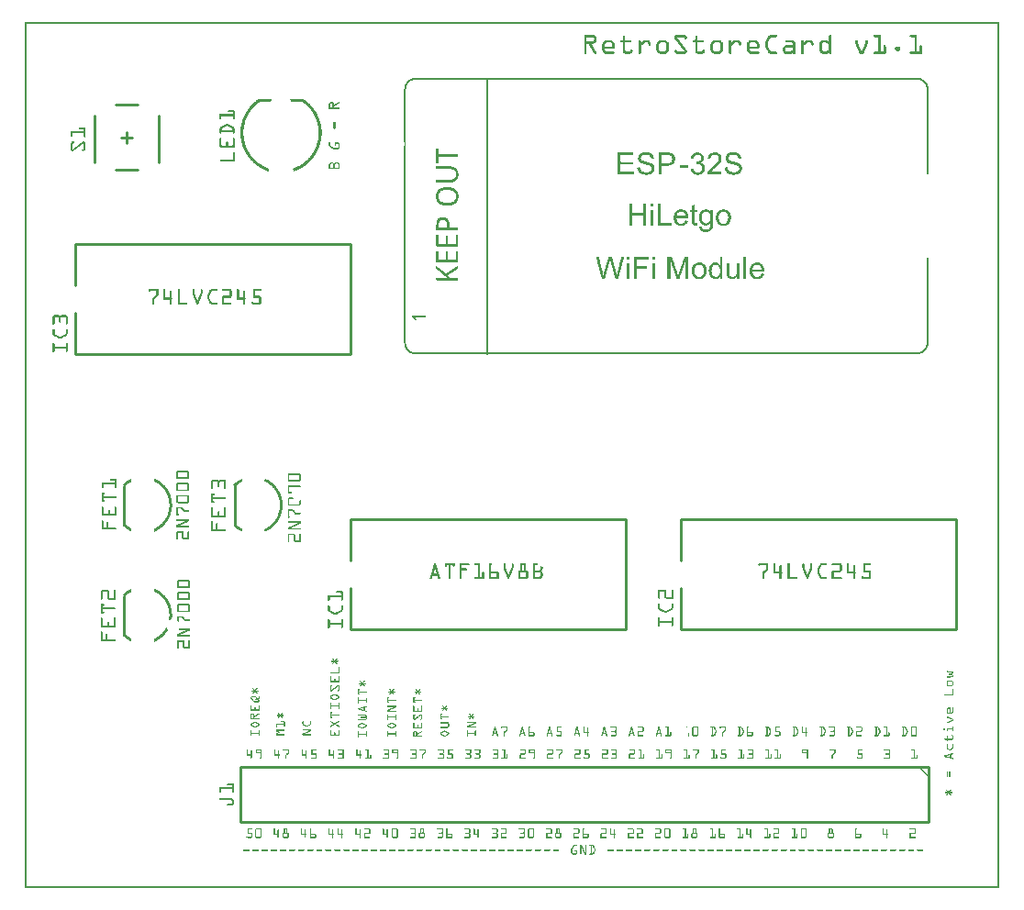
<source format=gto>
G04 MADE WITH FRITZING*
G04 WWW.FRITZING.ORG*
G04 DOUBLE SIDED*
G04 HOLES PLATED*
G04 CONTOUR ON CENTER OF CONTOUR VECTOR*
%ASAXBY*%
%FSLAX23Y23*%
%MOIN*%
%OFA0B0*%
%SFA1.0B1.0*%
%ADD10C,0.010000*%
%ADD11C,0.006943*%
%ADD12R,0.001000X0.001000*%
%LNSILK1*%
G90*
G70*
G54D10*
X410Y2612D02*
X331Y2612D01*
D02*
X489Y2808D02*
X489Y2641D01*
D02*
X253Y2808D02*
X253Y2641D01*
D02*
X410Y2848D02*
X331Y2848D01*
D02*
X391Y2730D02*
X351Y2730D01*
D02*
X371Y2710D02*
X371Y2749D01*
D02*
X2383Y943D02*
X3383Y943D01*
D02*
X3383Y943D02*
X3383Y1343D01*
D02*
X3383Y1343D02*
X2383Y1343D01*
D02*
X2383Y943D02*
X2383Y1093D01*
D02*
X2383Y1193D02*
X2383Y1343D01*
D02*
X1183Y943D02*
X2183Y943D01*
D02*
X2183Y943D02*
X2183Y1343D01*
D02*
X2183Y1343D02*
X1183Y1343D01*
D02*
X1183Y943D02*
X1183Y1093D01*
D02*
X1183Y1193D02*
X1183Y1343D01*
D02*
X3283Y443D02*
X783Y443D01*
D02*
X783Y443D02*
X783Y243D01*
D02*
X783Y243D02*
X3283Y243D01*
D02*
X3283Y243D02*
X3283Y443D01*
D02*
X763Y1322D02*
X763Y1462D01*
D02*
X362Y1323D02*
X362Y1463D01*
D02*
X362Y923D02*
X362Y1063D01*
G54D11*
D02*
X1682Y2943D02*
X1682Y1944D01*
G54D10*
D02*
X183Y1943D02*
X1183Y1943D01*
D02*
X1183Y1943D02*
X1183Y2343D01*
D02*
X1183Y2343D02*
X183Y2343D01*
D02*
X183Y1943D02*
X183Y2093D01*
D02*
X183Y2193D02*
X183Y2343D01*
G54D12*
X0Y3150D02*
X3542Y3150D01*
X0Y3149D02*
X3542Y3149D01*
X0Y3148D02*
X3542Y3148D01*
X0Y3147D02*
X3542Y3147D01*
X0Y3146D02*
X3542Y3146D01*
X0Y3145D02*
X3542Y3145D01*
X0Y3144D02*
X3542Y3144D01*
X0Y3143D02*
X3542Y3143D01*
X0Y3142D02*
X7Y3142D01*
X3535Y3142D02*
X3542Y3142D01*
X0Y3141D02*
X7Y3141D01*
X3535Y3141D02*
X3542Y3141D01*
X0Y3140D02*
X7Y3140D01*
X3535Y3140D02*
X3542Y3140D01*
X0Y3139D02*
X7Y3139D01*
X3535Y3139D02*
X3542Y3139D01*
X0Y3138D02*
X7Y3138D01*
X3535Y3138D02*
X3542Y3138D01*
X0Y3137D02*
X7Y3137D01*
X3535Y3137D02*
X3542Y3137D01*
X0Y3136D02*
X7Y3136D01*
X3535Y3136D02*
X3542Y3136D01*
X0Y3135D02*
X7Y3135D01*
X3535Y3135D02*
X3542Y3135D01*
X0Y3134D02*
X7Y3134D01*
X3535Y3134D02*
X3542Y3134D01*
X0Y3133D02*
X7Y3133D01*
X3535Y3133D02*
X3542Y3133D01*
X0Y3132D02*
X7Y3132D01*
X3535Y3132D02*
X3542Y3132D01*
X0Y3131D02*
X7Y3131D01*
X3535Y3131D02*
X3542Y3131D01*
X0Y3130D02*
X7Y3130D01*
X3535Y3130D02*
X3542Y3130D01*
X0Y3129D02*
X7Y3129D01*
X3535Y3129D02*
X3542Y3129D01*
X0Y3128D02*
X7Y3128D01*
X3535Y3128D02*
X3542Y3128D01*
X0Y3127D02*
X7Y3127D01*
X3535Y3127D02*
X3542Y3127D01*
X0Y3126D02*
X7Y3126D01*
X3535Y3126D02*
X3542Y3126D01*
X0Y3125D02*
X7Y3125D01*
X3535Y3125D02*
X3542Y3125D01*
X0Y3124D02*
X7Y3124D01*
X3535Y3124D02*
X3542Y3124D01*
X0Y3123D02*
X7Y3123D01*
X3535Y3123D02*
X3542Y3123D01*
X0Y3122D02*
X7Y3122D01*
X3535Y3122D02*
X3542Y3122D01*
X0Y3121D02*
X7Y3121D01*
X3535Y3121D02*
X3542Y3121D01*
X0Y3120D02*
X7Y3120D01*
X3535Y3120D02*
X3542Y3120D01*
X0Y3119D02*
X7Y3119D01*
X3535Y3119D02*
X3542Y3119D01*
X0Y3118D02*
X7Y3118D01*
X3535Y3118D02*
X3542Y3118D01*
X0Y3117D02*
X7Y3117D01*
X3535Y3117D02*
X3542Y3117D01*
X0Y3116D02*
X7Y3116D01*
X3535Y3116D02*
X3542Y3116D01*
X0Y3115D02*
X7Y3115D01*
X3535Y3115D02*
X3542Y3115D01*
X0Y3114D02*
X7Y3114D01*
X3535Y3114D02*
X3542Y3114D01*
X0Y3113D02*
X7Y3113D01*
X3535Y3113D02*
X3542Y3113D01*
X0Y3112D02*
X7Y3112D01*
X3535Y3112D02*
X3542Y3112D01*
X0Y3111D02*
X7Y3111D01*
X3535Y3111D02*
X3542Y3111D01*
X0Y3110D02*
X7Y3110D01*
X3535Y3110D02*
X3542Y3110D01*
X0Y3109D02*
X7Y3109D01*
X3535Y3109D02*
X3542Y3109D01*
X0Y3108D02*
X7Y3108D01*
X3535Y3108D02*
X3542Y3108D01*
X0Y3107D02*
X7Y3107D01*
X3535Y3107D02*
X3542Y3107D01*
X0Y3106D02*
X7Y3106D01*
X3535Y3106D02*
X3542Y3106D01*
X0Y3105D02*
X7Y3105D01*
X3535Y3105D02*
X3542Y3105D01*
X0Y3104D02*
X7Y3104D01*
X3535Y3104D02*
X3542Y3104D01*
X0Y3103D02*
X7Y3103D01*
X2034Y3103D02*
X2066Y3103D01*
X2371Y3103D02*
X2395Y3103D01*
X2712Y3103D02*
X2731Y3103D01*
X2927Y3103D02*
X2928Y3103D01*
X3088Y3103D02*
X3110Y3103D01*
X3220Y3103D02*
X3242Y3103D01*
X3535Y3103D02*
X3542Y3103D01*
X0Y3102D02*
X7Y3102D01*
X2034Y3102D02*
X2069Y3102D01*
X2368Y3102D02*
X2399Y3102D01*
X2708Y3102D02*
X2733Y3102D01*
X2925Y3102D02*
X2930Y3102D01*
X3086Y3102D02*
X3111Y3102D01*
X3217Y3102D02*
X3242Y3102D01*
X3535Y3102D02*
X3542Y3102D01*
X0Y3101D02*
X7Y3101D01*
X2034Y3101D02*
X2071Y3101D01*
X2366Y3101D02*
X2401Y3101D01*
X2707Y3101D02*
X2734Y3101D01*
X2924Y3101D02*
X2931Y3101D01*
X3085Y3101D02*
X3111Y3101D01*
X3217Y3101D02*
X3242Y3101D01*
X3535Y3101D02*
X3542Y3101D01*
X0Y3100D02*
X7Y3100D01*
X2034Y3100D02*
X2073Y3100D01*
X2365Y3100D02*
X2402Y3100D01*
X2705Y3100D02*
X2734Y3100D01*
X2924Y3100D02*
X2931Y3100D01*
X3085Y3100D02*
X3111Y3100D01*
X3216Y3100D02*
X3242Y3100D01*
X3535Y3100D02*
X3542Y3100D01*
X0Y3099D02*
X7Y3099D01*
X2034Y3099D02*
X2074Y3099D01*
X2177Y3099D02*
X2179Y3099D01*
X2364Y3099D02*
X2403Y3099D01*
X2440Y3099D02*
X2442Y3099D01*
X2704Y3099D02*
X2734Y3099D01*
X2923Y3099D02*
X2932Y3099D01*
X3084Y3099D02*
X3111Y3099D01*
X3216Y3099D02*
X3242Y3099D01*
X3535Y3099D02*
X3542Y3099D01*
X0Y3098D02*
X7Y3098D01*
X2034Y3098D02*
X2075Y3098D01*
X2175Y3098D02*
X2181Y3098D01*
X2363Y3098D02*
X2404Y3098D01*
X2438Y3098D02*
X2443Y3098D01*
X2703Y3098D02*
X2734Y3098D01*
X2923Y3098D02*
X2932Y3098D01*
X3084Y3098D02*
X3111Y3098D01*
X3216Y3098D02*
X3242Y3098D01*
X3535Y3098D02*
X3542Y3098D01*
X0Y3097D02*
X7Y3097D01*
X2034Y3097D02*
X2075Y3097D01*
X2175Y3097D02*
X2181Y3097D01*
X2363Y3097D02*
X2404Y3097D01*
X2437Y3097D02*
X2444Y3097D01*
X2702Y3097D02*
X2734Y3097D01*
X2923Y3097D02*
X2932Y3097D01*
X3085Y3097D02*
X3111Y3097D01*
X3216Y3097D02*
X3242Y3097D01*
X3535Y3097D02*
X3542Y3097D01*
X0Y3096D02*
X7Y3096D01*
X2034Y3096D02*
X2076Y3096D01*
X2174Y3096D02*
X2182Y3096D01*
X2362Y3096D02*
X2405Y3096D01*
X2437Y3096D02*
X2445Y3096D01*
X2702Y3096D02*
X2734Y3096D01*
X2923Y3096D02*
X2932Y3096D01*
X3085Y3096D02*
X3111Y3096D01*
X3217Y3096D02*
X3242Y3096D01*
X3535Y3096D02*
X3542Y3096D01*
X0Y3095D02*
X7Y3095D01*
X2034Y3095D02*
X2077Y3095D01*
X2174Y3095D02*
X2182Y3095D01*
X2362Y3095D02*
X2405Y3095D01*
X2437Y3095D02*
X2445Y3095D01*
X2701Y3095D02*
X2733Y3095D01*
X2923Y3095D02*
X2932Y3095D01*
X3086Y3095D02*
X3111Y3095D01*
X3218Y3095D02*
X3242Y3095D01*
X3535Y3095D02*
X3542Y3095D01*
X0Y3094D02*
X7Y3094D01*
X2034Y3094D02*
X2077Y3094D01*
X2174Y3094D02*
X2182Y3094D01*
X2362Y3094D02*
X2406Y3094D01*
X2437Y3094D02*
X2445Y3094D01*
X2701Y3094D02*
X2730Y3094D01*
X2923Y3094D02*
X2932Y3094D01*
X3089Y3094D02*
X3111Y3094D01*
X3220Y3094D02*
X3242Y3094D01*
X3535Y3094D02*
X3542Y3094D01*
X0Y3093D02*
X7Y3093D01*
X2034Y3093D02*
X2042Y3093D01*
X2068Y3093D02*
X2077Y3093D01*
X2174Y3093D02*
X2182Y3093D01*
X2362Y3093D02*
X2370Y3093D01*
X2397Y3093D02*
X2406Y3093D01*
X2437Y3093D02*
X2445Y3093D01*
X2700Y3093D02*
X2710Y3093D01*
X2923Y3093D02*
X2932Y3093D01*
X3102Y3093D02*
X3111Y3093D01*
X3234Y3093D02*
X3242Y3093D01*
X3535Y3093D02*
X3542Y3093D01*
X0Y3092D02*
X7Y3092D01*
X2034Y3092D02*
X2042Y3092D01*
X2069Y3092D02*
X2077Y3092D01*
X2174Y3092D02*
X2182Y3092D01*
X2362Y3092D02*
X2370Y3092D01*
X2398Y3092D02*
X2406Y3092D01*
X2437Y3092D02*
X2445Y3092D01*
X2700Y3092D02*
X2709Y3092D01*
X2923Y3092D02*
X2932Y3092D01*
X3102Y3092D02*
X3111Y3092D01*
X3234Y3092D02*
X3242Y3092D01*
X3535Y3092D02*
X3542Y3092D01*
X0Y3091D02*
X7Y3091D01*
X2034Y3091D02*
X2042Y3091D01*
X2069Y3091D02*
X2078Y3091D01*
X2174Y3091D02*
X2182Y3091D01*
X2362Y3091D02*
X2371Y3091D01*
X2398Y3091D02*
X2406Y3091D01*
X2437Y3091D02*
X2445Y3091D01*
X2699Y3091D02*
X2709Y3091D01*
X2923Y3091D02*
X2932Y3091D01*
X3102Y3091D02*
X3111Y3091D01*
X3234Y3091D02*
X3242Y3091D01*
X3535Y3091D02*
X3542Y3091D01*
X0Y3090D02*
X7Y3090D01*
X2034Y3090D02*
X2042Y3090D01*
X2069Y3090D02*
X2078Y3090D01*
X2174Y3090D02*
X2182Y3090D01*
X2362Y3090D02*
X2372Y3090D01*
X2398Y3090D02*
X2406Y3090D01*
X2437Y3090D02*
X2445Y3090D01*
X2699Y3090D02*
X2708Y3090D01*
X2923Y3090D02*
X2932Y3090D01*
X3102Y3090D02*
X3111Y3090D01*
X3234Y3090D02*
X3242Y3090D01*
X3535Y3090D02*
X3542Y3090D01*
X0Y3089D02*
X7Y3089D01*
X2034Y3089D02*
X2042Y3089D01*
X2070Y3089D02*
X2078Y3089D01*
X2174Y3089D02*
X2182Y3089D01*
X2363Y3089D02*
X2373Y3089D01*
X2398Y3089D02*
X2406Y3089D01*
X2437Y3089D02*
X2445Y3089D01*
X2698Y3089D02*
X2708Y3089D01*
X2923Y3089D02*
X2932Y3089D01*
X3102Y3089D02*
X3111Y3089D01*
X3234Y3089D02*
X3242Y3089D01*
X3535Y3089D02*
X3542Y3089D01*
X0Y3088D02*
X7Y3088D01*
X2034Y3088D02*
X2042Y3088D01*
X2070Y3088D02*
X2078Y3088D01*
X2174Y3088D02*
X2182Y3088D01*
X2363Y3088D02*
X2374Y3088D01*
X2399Y3088D02*
X2405Y3088D01*
X2437Y3088D02*
X2445Y3088D01*
X2698Y3088D02*
X2707Y3088D01*
X2923Y3088D02*
X2932Y3088D01*
X3102Y3088D02*
X3111Y3088D01*
X3234Y3088D02*
X3242Y3088D01*
X3535Y3088D02*
X3542Y3088D01*
X0Y3087D02*
X7Y3087D01*
X2034Y3087D02*
X2042Y3087D01*
X2070Y3087D02*
X2078Y3087D01*
X2174Y3087D02*
X2182Y3087D01*
X2364Y3087D02*
X2374Y3087D01*
X2400Y3087D02*
X2404Y3087D01*
X2437Y3087D02*
X2445Y3087D01*
X2697Y3087D02*
X2707Y3087D01*
X2923Y3087D02*
X2932Y3087D01*
X3102Y3087D02*
X3111Y3087D01*
X3234Y3087D02*
X3242Y3087D01*
X3535Y3087D02*
X3542Y3087D01*
X0Y3086D02*
X7Y3086D01*
X2034Y3086D02*
X2042Y3086D01*
X2070Y3086D02*
X2078Y3086D01*
X2174Y3086D02*
X2182Y3086D01*
X2364Y3086D02*
X2375Y3086D01*
X2437Y3086D02*
X2445Y3086D01*
X2697Y3086D02*
X2706Y3086D01*
X2923Y3086D02*
X2932Y3086D01*
X3102Y3086D02*
X3111Y3086D01*
X3234Y3086D02*
X3242Y3086D01*
X3535Y3086D02*
X3542Y3086D01*
X0Y3085D02*
X7Y3085D01*
X2034Y3085D02*
X2042Y3085D01*
X2070Y3085D02*
X2078Y3085D01*
X2174Y3085D02*
X2182Y3085D01*
X2365Y3085D02*
X2376Y3085D01*
X2437Y3085D02*
X2445Y3085D01*
X2696Y3085D02*
X2706Y3085D01*
X2923Y3085D02*
X2932Y3085D01*
X3102Y3085D02*
X3111Y3085D01*
X3234Y3085D02*
X3242Y3085D01*
X3535Y3085D02*
X3542Y3085D01*
X0Y3084D02*
X7Y3084D01*
X2034Y3084D02*
X2042Y3084D01*
X2069Y3084D02*
X2078Y3084D01*
X2174Y3084D02*
X2182Y3084D01*
X2366Y3084D02*
X2377Y3084D01*
X2436Y3084D02*
X2445Y3084D01*
X2696Y3084D02*
X2705Y3084D01*
X2923Y3084D02*
X2932Y3084D01*
X3102Y3084D02*
X3111Y3084D01*
X3234Y3084D02*
X3242Y3084D01*
X3535Y3084D02*
X3542Y3084D01*
X0Y3083D02*
X7Y3083D01*
X2034Y3083D02*
X2042Y3083D01*
X2069Y3083D02*
X2078Y3083D01*
X2111Y3083D02*
X2131Y3083D01*
X2167Y3083D02*
X2202Y3083D01*
X2233Y3083D02*
X2237Y3083D01*
X2250Y3083D02*
X2266Y3083D01*
X2308Y3083D02*
X2328Y3083D01*
X2367Y3083D02*
X2377Y3083D01*
X2430Y3083D02*
X2465Y3083D01*
X2505Y3083D02*
X2525Y3083D01*
X2561Y3083D02*
X2565Y3083D01*
X2579Y3083D02*
X2594Y3083D01*
X2637Y3083D02*
X2657Y3083D01*
X2695Y3083D02*
X2705Y3083D01*
X2767Y3083D02*
X2790Y3083D01*
X2824Y3083D02*
X2828Y3083D01*
X2841Y3083D02*
X2857Y3083D01*
X2899Y3083D02*
X2915Y3083D01*
X2923Y3083D02*
X2932Y3083D01*
X3021Y3083D02*
X3025Y3083D01*
X3057Y3083D02*
X3061Y3083D01*
X3102Y3083D02*
X3111Y3083D01*
X3234Y3083D02*
X3242Y3083D01*
X3535Y3083D02*
X3542Y3083D01*
X0Y3082D02*
X7Y3082D01*
X2034Y3082D02*
X2042Y3082D01*
X2069Y3082D02*
X2077Y3082D01*
X2109Y3082D02*
X2133Y3082D01*
X2166Y3082D02*
X2204Y3082D01*
X2232Y3082D02*
X2238Y3082D01*
X2249Y3082D02*
X2268Y3082D01*
X2306Y3082D02*
X2330Y3082D01*
X2367Y3082D02*
X2378Y3082D01*
X2429Y3082D02*
X2466Y3082D01*
X2503Y3082D02*
X2527Y3082D01*
X2560Y3082D02*
X2566Y3082D01*
X2578Y3082D02*
X2596Y3082D01*
X2635Y3082D02*
X2659Y3082D01*
X2695Y3082D02*
X2704Y3082D01*
X2766Y3082D02*
X2792Y3082D01*
X2823Y3082D02*
X2829Y3082D01*
X2840Y3082D02*
X2859Y3082D01*
X2897Y3082D02*
X2917Y3082D01*
X2923Y3082D02*
X2932Y3082D01*
X3020Y3082D02*
X3026Y3082D01*
X3056Y3082D02*
X3062Y3082D01*
X3102Y3082D02*
X3111Y3082D01*
X3234Y3082D02*
X3242Y3082D01*
X3535Y3082D02*
X3542Y3082D01*
X0Y3081D02*
X7Y3081D01*
X2034Y3081D02*
X2042Y3081D01*
X2068Y3081D02*
X2077Y3081D01*
X2108Y3081D02*
X2135Y3081D01*
X2165Y3081D02*
X2204Y3081D01*
X2231Y3081D02*
X2238Y3081D01*
X2248Y3081D02*
X2269Y3081D01*
X2305Y3081D02*
X2332Y3081D01*
X2368Y3081D02*
X2379Y3081D01*
X2428Y3081D02*
X2467Y3081D01*
X2502Y3081D02*
X2529Y3081D01*
X2559Y3081D02*
X2567Y3081D01*
X2576Y3081D02*
X2598Y3081D01*
X2633Y3081D02*
X2660Y3081D01*
X2694Y3081D02*
X2704Y3081D01*
X2765Y3081D02*
X2794Y3081D01*
X2822Y3081D02*
X2829Y3081D01*
X2839Y3081D02*
X2860Y3081D01*
X2896Y3081D02*
X2918Y3081D01*
X2923Y3081D02*
X2932Y3081D01*
X3019Y3081D02*
X3026Y3081D01*
X3055Y3081D02*
X3063Y3081D01*
X3102Y3081D02*
X3111Y3081D01*
X3234Y3081D02*
X3242Y3081D01*
X3535Y3081D02*
X3542Y3081D01*
X0Y3080D02*
X7Y3080D01*
X2034Y3080D02*
X2042Y3080D01*
X2065Y3080D02*
X2077Y3080D01*
X2107Y3080D02*
X2136Y3080D01*
X2165Y3080D02*
X2204Y3080D01*
X2231Y3080D02*
X2239Y3080D01*
X2247Y3080D02*
X2271Y3080D01*
X2304Y3080D02*
X2333Y3080D01*
X2369Y3080D02*
X2380Y3080D01*
X2428Y3080D02*
X2467Y3080D01*
X2501Y3080D02*
X2530Y3080D01*
X2559Y3080D02*
X2567Y3080D01*
X2575Y3080D02*
X2599Y3080D01*
X2632Y3080D02*
X2662Y3080D01*
X2694Y3080D02*
X2703Y3080D01*
X2765Y3080D02*
X2795Y3080D01*
X2822Y3080D02*
X2830Y3080D01*
X2838Y3080D02*
X2862Y3080D01*
X2895Y3080D02*
X2920Y3080D01*
X2923Y3080D02*
X2932Y3080D01*
X3019Y3080D02*
X3027Y3080D01*
X3055Y3080D02*
X3063Y3080D01*
X3102Y3080D02*
X3111Y3080D01*
X3234Y3080D02*
X3242Y3080D01*
X3535Y3080D02*
X3542Y3080D01*
X0Y3079D02*
X7Y3079D01*
X2034Y3079D02*
X2077Y3079D01*
X2105Y3079D02*
X2137Y3079D01*
X2165Y3079D02*
X2204Y3079D01*
X2231Y3079D02*
X2239Y3079D01*
X2246Y3079D02*
X2271Y3079D01*
X2302Y3079D02*
X2334Y3079D01*
X2370Y3079D02*
X2381Y3079D01*
X2428Y3079D02*
X2467Y3079D01*
X2499Y3079D02*
X2531Y3079D01*
X2559Y3079D02*
X2567Y3079D01*
X2574Y3079D02*
X2600Y3079D01*
X2631Y3079D02*
X2663Y3079D01*
X2693Y3079D02*
X2703Y3079D01*
X2765Y3079D02*
X2796Y3079D01*
X2822Y3079D02*
X2830Y3079D01*
X2837Y3079D02*
X2863Y3079D01*
X2894Y3079D02*
X2921Y3079D01*
X2923Y3079D02*
X2932Y3079D01*
X3019Y3079D02*
X3027Y3079D01*
X3055Y3079D02*
X3063Y3079D01*
X3102Y3079D02*
X3111Y3079D01*
X3234Y3079D02*
X3242Y3079D01*
X3535Y3079D02*
X3542Y3079D01*
X0Y3078D02*
X7Y3078D01*
X2034Y3078D02*
X2076Y3078D01*
X2104Y3078D02*
X2138Y3078D01*
X2165Y3078D02*
X2204Y3078D01*
X2231Y3078D02*
X2239Y3078D01*
X2245Y3078D02*
X2272Y3078D01*
X2301Y3078D02*
X2335Y3078D01*
X2371Y3078D02*
X2381Y3078D01*
X2428Y3078D02*
X2467Y3078D01*
X2498Y3078D02*
X2532Y3078D01*
X2559Y3078D02*
X2567Y3078D01*
X2573Y3078D02*
X2601Y3078D01*
X2630Y3078D02*
X2664Y3078D01*
X2693Y3078D02*
X2702Y3078D01*
X2765Y3078D02*
X2797Y3078D01*
X2822Y3078D02*
X2830Y3078D01*
X2836Y3078D02*
X2863Y3078D01*
X2892Y3078D02*
X2932Y3078D01*
X3019Y3078D02*
X3027Y3078D01*
X3055Y3078D02*
X3063Y3078D01*
X3102Y3078D02*
X3111Y3078D01*
X3234Y3078D02*
X3242Y3078D01*
X3535Y3078D02*
X3542Y3078D01*
X0Y3077D02*
X7Y3077D01*
X2034Y3077D02*
X2075Y3077D01*
X2103Y3077D02*
X2139Y3077D01*
X2165Y3077D02*
X2204Y3077D01*
X2231Y3077D02*
X2239Y3077D01*
X2243Y3077D02*
X2273Y3077D01*
X2300Y3077D02*
X2336Y3077D01*
X2371Y3077D02*
X2382Y3077D01*
X2428Y3077D02*
X2467Y3077D01*
X2497Y3077D02*
X2533Y3077D01*
X2559Y3077D02*
X2567Y3077D01*
X2572Y3077D02*
X2601Y3077D01*
X2629Y3077D02*
X2665Y3077D01*
X2692Y3077D02*
X2702Y3077D01*
X2766Y3077D02*
X2797Y3077D01*
X2822Y3077D02*
X2830Y3077D01*
X2834Y3077D02*
X2864Y3077D01*
X2891Y3077D02*
X2932Y3077D01*
X3019Y3077D02*
X3027Y3077D01*
X3055Y3077D02*
X3063Y3077D01*
X3102Y3077D02*
X3111Y3077D01*
X3234Y3077D02*
X3242Y3077D01*
X3535Y3077D02*
X3542Y3077D01*
X0Y3076D02*
X7Y3076D01*
X2034Y3076D02*
X2075Y3076D01*
X2102Y3076D02*
X2140Y3076D01*
X2166Y3076D02*
X2203Y3076D01*
X2231Y3076D02*
X2239Y3076D01*
X2242Y3076D02*
X2273Y3076D01*
X2299Y3076D02*
X2337Y3076D01*
X2372Y3076D02*
X2383Y3076D01*
X2429Y3076D02*
X2466Y3076D01*
X2496Y3076D02*
X2534Y3076D01*
X2559Y3076D02*
X2567Y3076D01*
X2571Y3076D02*
X2602Y3076D01*
X2628Y3076D02*
X2666Y3076D01*
X2692Y3076D02*
X2701Y3076D01*
X2766Y3076D02*
X2798Y3076D01*
X2822Y3076D02*
X2830Y3076D01*
X2833Y3076D02*
X2865Y3076D01*
X2891Y3076D02*
X2932Y3076D01*
X3019Y3076D02*
X3027Y3076D01*
X3055Y3076D02*
X3063Y3076D01*
X3102Y3076D02*
X3111Y3076D01*
X3234Y3076D02*
X3242Y3076D01*
X3535Y3076D02*
X3542Y3076D01*
X0Y3075D02*
X7Y3075D01*
X2034Y3075D02*
X2074Y3075D01*
X2102Y3075D02*
X2141Y3075D01*
X2168Y3075D02*
X2201Y3075D01*
X2231Y3075D02*
X2239Y3075D01*
X2241Y3075D02*
X2274Y3075D01*
X2299Y3075D02*
X2338Y3075D01*
X2373Y3075D02*
X2384Y3075D01*
X2431Y3075D02*
X2464Y3075D01*
X2496Y3075D02*
X2535Y3075D01*
X2559Y3075D02*
X2567Y3075D01*
X2569Y3075D02*
X2602Y3075D01*
X2627Y3075D02*
X2667Y3075D01*
X2692Y3075D02*
X2701Y3075D01*
X2768Y3075D02*
X2798Y3075D01*
X2822Y3075D02*
X2830Y3075D01*
X2832Y3075D02*
X2865Y3075D01*
X2890Y3075D02*
X2932Y3075D01*
X3019Y3075D02*
X3027Y3075D01*
X3055Y3075D02*
X3063Y3075D01*
X3102Y3075D02*
X3111Y3075D01*
X3234Y3075D02*
X3242Y3075D01*
X3535Y3075D02*
X3542Y3075D01*
X0Y3074D02*
X7Y3074D01*
X2034Y3074D02*
X2073Y3074D01*
X2101Y3074D02*
X2113Y3074D01*
X2130Y3074D02*
X2142Y3074D01*
X2174Y3074D02*
X2182Y3074D01*
X2231Y3074D02*
X2253Y3074D01*
X2264Y3074D02*
X2274Y3074D01*
X2298Y3074D02*
X2310Y3074D01*
X2327Y3074D02*
X2339Y3074D01*
X2374Y3074D02*
X2384Y3074D01*
X2437Y3074D02*
X2445Y3074D01*
X2495Y3074D02*
X2507Y3074D01*
X2524Y3074D02*
X2536Y3074D01*
X2559Y3074D02*
X2581Y3074D01*
X2593Y3074D02*
X2603Y3074D01*
X2626Y3074D02*
X2638Y3074D01*
X2655Y3074D02*
X2667Y3074D01*
X2691Y3074D02*
X2700Y3074D01*
X2789Y3074D02*
X2799Y3074D01*
X2822Y3074D02*
X2844Y3074D01*
X2856Y3074D02*
X2865Y3074D01*
X2889Y3074D02*
X2901Y3074D01*
X2913Y3074D02*
X2932Y3074D01*
X3019Y3074D02*
X3027Y3074D01*
X3055Y3074D02*
X3063Y3074D01*
X3102Y3074D02*
X3111Y3074D01*
X3234Y3074D02*
X3242Y3074D01*
X3535Y3074D02*
X3542Y3074D01*
X0Y3073D02*
X7Y3073D01*
X2034Y3073D02*
X2071Y3073D01*
X2101Y3073D02*
X2111Y3073D01*
X2131Y3073D02*
X2142Y3073D01*
X2174Y3073D02*
X2182Y3073D01*
X2231Y3073D02*
X2252Y3073D01*
X2266Y3073D02*
X2275Y3073D01*
X2298Y3073D02*
X2308Y3073D01*
X2329Y3073D02*
X2339Y3073D01*
X2374Y3073D02*
X2385Y3073D01*
X2437Y3073D02*
X2445Y3073D01*
X2495Y3073D02*
X2505Y3073D01*
X2526Y3073D02*
X2536Y3073D01*
X2559Y3073D02*
X2580Y3073D01*
X2594Y3073D02*
X2603Y3073D01*
X2626Y3073D02*
X2637Y3073D01*
X2657Y3073D02*
X2668Y3073D01*
X2691Y3073D02*
X2700Y3073D01*
X2790Y3073D02*
X2799Y3073D01*
X2822Y3073D02*
X2843Y3073D01*
X2857Y3073D02*
X2866Y3073D01*
X2888Y3073D02*
X2900Y3073D01*
X2915Y3073D02*
X2932Y3073D01*
X3019Y3073D02*
X3027Y3073D01*
X3055Y3073D02*
X3063Y3073D01*
X3102Y3073D02*
X3111Y3073D01*
X3234Y3073D02*
X3242Y3073D01*
X3535Y3073D02*
X3542Y3073D01*
X0Y3072D02*
X7Y3072D01*
X2034Y3072D02*
X2069Y3072D01*
X2100Y3072D02*
X2110Y3072D01*
X2133Y3072D02*
X2143Y3072D01*
X2174Y3072D02*
X2182Y3072D01*
X2231Y3072D02*
X2251Y3072D01*
X2266Y3072D02*
X2275Y3072D01*
X2297Y3072D02*
X2307Y3072D01*
X2330Y3072D02*
X2340Y3072D01*
X2375Y3072D02*
X2386Y3072D01*
X2437Y3072D02*
X2445Y3072D01*
X2494Y3072D02*
X2504Y3072D01*
X2527Y3072D02*
X2537Y3072D01*
X2559Y3072D02*
X2579Y3072D01*
X2595Y3072D02*
X2603Y3072D01*
X2626Y3072D02*
X2636Y3072D01*
X2658Y3072D02*
X2668Y3072D01*
X2691Y3072D02*
X2699Y3072D01*
X2790Y3072D02*
X2799Y3072D01*
X2822Y3072D02*
X2842Y3072D01*
X2857Y3072D02*
X2866Y3072D01*
X2888Y3072D02*
X2898Y3072D01*
X2916Y3072D02*
X2932Y3072D01*
X3019Y3072D02*
X3027Y3072D01*
X3055Y3072D02*
X3063Y3072D01*
X3102Y3072D02*
X3111Y3072D01*
X3234Y3072D02*
X3242Y3072D01*
X3535Y3072D02*
X3542Y3072D01*
X0Y3071D02*
X7Y3071D01*
X2034Y3071D02*
X2066Y3071D01*
X2100Y3071D02*
X2109Y3071D01*
X2134Y3071D02*
X2143Y3071D01*
X2174Y3071D02*
X2182Y3071D01*
X2231Y3071D02*
X2249Y3071D01*
X2266Y3071D02*
X2275Y3071D01*
X2297Y3071D02*
X2306Y3071D01*
X2331Y3071D02*
X2340Y3071D01*
X2376Y3071D02*
X2387Y3071D01*
X2437Y3071D02*
X2445Y3071D01*
X2494Y3071D02*
X2503Y3071D01*
X2528Y3071D02*
X2537Y3071D01*
X2559Y3071D02*
X2578Y3071D01*
X2595Y3071D02*
X2603Y3071D01*
X2625Y3071D02*
X2635Y3071D01*
X2659Y3071D02*
X2668Y3071D01*
X2691Y3071D02*
X2699Y3071D01*
X2791Y3071D02*
X2799Y3071D01*
X2822Y3071D02*
X2841Y3071D01*
X2858Y3071D02*
X2866Y3071D01*
X2888Y3071D02*
X2897Y3071D01*
X2917Y3071D02*
X2932Y3071D01*
X3019Y3071D02*
X3028Y3071D01*
X3054Y3071D02*
X3063Y3071D01*
X3102Y3071D02*
X3111Y3071D01*
X3234Y3071D02*
X3242Y3071D01*
X3535Y3071D02*
X3542Y3071D01*
X0Y3070D02*
X7Y3070D01*
X2034Y3070D02*
X2042Y3070D01*
X2049Y3070D02*
X2059Y3070D01*
X2099Y3070D02*
X2108Y3070D01*
X2134Y3070D02*
X2143Y3070D01*
X2174Y3070D02*
X2182Y3070D01*
X2231Y3070D02*
X2248Y3070D01*
X2267Y3070D02*
X2275Y3070D01*
X2297Y3070D02*
X2305Y3070D01*
X2331Y3070D02*
X2340Y3070D01*
X2377Y3070D02*
X2388Y3070D01*
X2437Y3070D02*
X2445Y3070D01*
X2494Y3070D02*
X2502Y3070D01*
X2528Y3070D02*
X2537Y3070D01*
X2559Y3070D02*
X2577Y3070D01*
X2595Y3070D02*
X2603Y3070D01*
X2625Y3070D02*
X2634Y3070D01*
X2660Y3070D02*
X2669Y3070D01*
X2690Y3070D02*
X2699Y3070D01*
X2791Y3070D02*
X2799Y3070D01*
X2822Y3070D02*
X2839Y3070D01*
X2858Y3070D02*
X2866Y3070D01*
X2888Y3070D02*
X2896Y3070D01*
X2918Y3070D02*
X2932Y3070D01*
X3019Y3070D02*
X3028Y3070D01*
X3054Y3070D02*
X3063Y3070D01*
X3102Y3070D02*
X3111Y3070D01*
X3234Y3070D02*
X3242Y3070D01*
X3535Y3070D02*
X3542Y3070D01*
X0Y3069D02*
X7Y3069D01*
X2034Y3069D02*
X2042Y3069D01*
X2050Y3069D02*
X2060Y3069D01*
X2099Y3069D02*
X2108Y3069D01*
X2135Y3069D02*
X2143Y3069D01*
X2174Y3069D02*
X2182Y3069D01*
X2231Y3069D02*
X2247Y3069D01*
X2267Y3069D02*
X2275Y3069D01*
X2296Y3069D02*
X2305Y3069D01*
X2332Y3069D02*
X2340Y3069D01*
X2378Y3069D02*
X2388Y3069D01*
X2437Y3069D02*
X2445Y3069D01*
X2493Y3069D02*
X2502Y3069D01*
X2529Y3069D02*
X2537Y3069D01*
X2559Y3069D02*
X2576Y3069D01*
X2595Y3069D02*
X2603Y3069D01*
X2625Y3069D02*
X2633Y3069D01*
X2660Y3069D02*
X2669Y3069D01*
X2690Y3069D02*
X2699Y3069D01*
X2791Y3069D02*
X2799Y3069D01*
X2822Y3069D02*
X2838Y3069D01*
X2858Y3069D02*
X2866Y3069D01*
X2887Y3069D02*
X2896Y3069D01*
X2919Y3069D02*
X2932Y3069D01*
X3019Y3069D02*
X3028Y3069D01*
X3053Y3069D02*
X3062Y3069D01*
X3102Y3069D02*
X3111Y3069D01*
X3234Y3069D02*
X3242Y3069D01*
X3535Y3069D02*
X3542Y3069D01*
X0Y3068D02*
X7Y3068D01*
X2034Y3068D02*
X2042Y3068D01*
X2051Y3068D02*
X2060Y3068D01*
X2099Y3068D02*
X2107Y3068D01*
X2135Y3068D02*
X2143Y3068D01*
X2174Y3068D02*
X2182Y3068D01*
X2231Y3068D02*
X2246Y3068D01*
X2267Y3068D02*
X2275Y3068D01*
X2296Y3068D02*
X2305Y3068D01*
X2332Y3068D02*
X2340Y3068D01*
X2378Y3068D02*
X2389Y3068D01*
X2437Y3068D02*
X2445Y3068D01*
X2493Y3068D02*
X2502Y3068D01*
X2529Y3068D02*
X2537Y3068D01*
X2559Y3068D02*
X2574Y3068D01*
X2595Y3068D02*
X2603Y3068D01*
X2625Y3068D02*
X2633Y3068D01*
X2661Y3068D02*
X2669Y3068D01*
X2690Y3068D02*
X2699Y3068D01*
X2791Y3068D02*
X2799Y3068D01*
X2822Y3068D02*
X2837Y3068D01*
X2858Y3068D02*
X2866Y3068D01*
X2887Y3068D02*
X2896Y3068D01*
X2920Y3068D02*
X2932Y3068D01*
X3020Y3068D02*
X3029Y3068D01*
X3053Y3068D02*
X3062Y3068D01*
X3102Y3068D02*
X3111Y3068D01*
X3234Y3068D02*
X3242Y3068D01*
X3535Y3068D02*
X3542Y3068D01*
X0Y3067D02*
X7Y3067D01*
X2034Y3067D02*
X2042Y3067D01*
X2051Y3067D02*
X2061Y3067D01*
X2099Y3067D02*
X2107Y3067D01*
X2135Y3067D02*
X2143Y3067D01*
X2174Y3067D02*
X2182Y3067D01*
X2231Y3067D02*
X2245Y3067D01*
X2267Y3067D02*
X2275Y3067D01*
X2296Y3067D02*
X2304Y3067D01*
X2332Y3067D02*
X2340Y3067D01*
X2379Y3067D02*
X2390Y3067D01*
X2437Y3067D02*
X2445Y3067D01*
X2493Y3067D02*
X2501Y3067D01*
X2529Y3067D02*
X2538Y3067D01*
X2559Y3067D02*
X2573Y3067D01*
X2595Y3067D02*
X2603Y3067D01*
X2625Y3067D02*
X2633Y3067D01*
X2661Y3067D02*
X2669Y3067D01*
X2690Y3067D02*
X2699Y3067D01*
X2791Y3067D02*
X2799Y3067D01*
X2822Y3067D02*
X2836Y3067D01*
X2858Y3067D02*
X2866Y3067D01*
X2887Y3067D02*
X2896Y3067D01*
X2922Y3067D02*
X2932Y3067D01*
X3020Y3067D02*
X3029Y3067D01*
X3052Y3067D02*
X3061Y3067D01*
X3102Y3067D02*
X3111Y3067D01*
X3234Y3067D02*
X3242Y3067D01*
X3535Y3067D02*
X3542Y3067D01*
X0Y3066D02*
X7Y3066D01*
X2034Y3066D02*
X2042Y3066D01*
X2052Y3066D02*
X2061Y3066D01*
X2099Y3066D02*
X2107Y3066D01*
X2135Y3066D02*
X2143Y3066D01*
X2174Y3066D02*
X2182Y3066D01*
X2231Y3066D02*
X2244Y3066D01*
X2267Y3066D02*
X2274Y3066D01*
X2296Y3066D02*
X2304Y3066D01*
X2332Y3066D02*
X2340Y3066D01*
X2380Y3066D02*
X2391Y3066D01*
X2437Y3066D02*
X2445Y3066D01*
X2493Y3066D02*
X2501Y3066D01*
X2529Y3066D02*
X2538Y3066D01*
X2559Y3066D02*
X2572Y3066D01*
X2595Y3066D02*
X2603Y3066D01*
X2625Y3066D02*
X2633Y3066D01*
X2661Y3066D02*
X2669Y3066D01*
X2690Y3066D02*
X2699Y3066D01*
X2791Y3066D02*
X2799Y3066D01*
X2822Y3066D02*
X2835Y3066D01*
X2858Y3066D02*
X2866Y3066D01*
X2887Y3066D02*
X2896Y3066D01*
X2922Y3066D02*
X2932Y3066D01*
X3021Y3066D02*
X3030Y3066D01*
X3052Y3066D02*
X3061Y3066D01*
X3102Y3066D02*
X3111Y3066D01*
X3234Y3066D02*
X3242Y3066D01*
X3535Y3066D02*
X3542Y3066D01*
X0Y3065D02*
X7Y3065D01*
X2034Y3065D02*
X2042Y3065D01*
X2052Y3065D02*
X2062Y3065D01*
X2099Y3065D02*
X2107Y3065D01*
X2135Y3065D02*
X2143Y3065D01*
X2174Y3065D02*
X2182Y3065D01*
X2231Y3065D02*
X2243Y3065D01*
X2268Y3065D02*
X2274Y3065D01*
X2296Y3065D02*
X2304Y3065D01*
X2332Y3065D02*
X2340Y3065D01*
X2381Y3065D02*
X2391Y3065D01*
X2437Y3065D02*
X2445Y3065D01*
X2493Y3065D02*
X2501Y3065D01*
X2529Y3065D02*
X2538Y3065D01*
X2559Y3065D02*
X2571Y3065D01*
X2596Y3065D02*
X2602Y3065D01*
X2625Y3065D02*
X2633Y3065D01*
X2661Y3065D02*
X2669Y3065D01*
X2690Y3065D02*
X2699Y3065D01*
X2791Y3065D02*
X2799Y3065D01*
X2822Y3065D02*
X2834Y3065D01*
X2859Y3065D02*
X2865Y3065D01*
X2887Y3065D02*
X2896Y3065D01*
X2923Y3065D02*
X2932Y3065D01*
X3021Y3065D02*
X3030Y3065D01*
X3051Y3065D02*
X3060Y3065D01*
X3102Y3065D02*
X3111Y3065D01*
X3234Y3065D02*
X3242Y3065D01*
X3535Y3065D02*
X3542Y3065D01*
X0Y3064D02*
X7Y3064D01*
X2034Y3064D02*
X2042Y3064D01*
X2053Y3064D02*
X2063Y3064D01*
X2099Y3064D02*
X2107Y3064D01*
X2135Y3064D02*
X2143Y3064D01*
X2174Y3064D02*
X2182Y3064D01*
X2231Y3064D02*
X2241Y3064D01*
X2269Y3064D02*
X2273Y3064D01*
X2296Y3064D02*
X2304Y3064D01*
X2332Y3064D02*
X2340Y3064D01*
X2381Y3064D02*
X2392Y3064D01*
X2437Y3064D02*
X2445Y3064D01*
X2493Y3064D02*
X2501Y3064D01*
X2529Y3064D02*
X2538Y3064D01*
X2559Y3064D02*
X2570Y3064D01*
X2597Y3064D02*
X2601Y3064D01*
X2625Y3064D02*
X2633Y3064D01*
X2661Y3064D02*
X2669Y3064D01*
X2691Y3064D02*
X2699Y3064D01*
X2766Y3064D02*
X2799Y3064D01*
X2822Y3064D02*
X2832Y3064D01*
X2860Y3064D02*
X2864Y3064D01*
X2887Y3064D02*
X2896Y3064D01*
X2923Y3064D02*
X2932Y3064D01*
X3022Y3064D02*
X3031Y3064D01*
X3051Y3064D02*
X3060Y3064D01*
X3102Y3064D02*
X3111Y3064D01*
X3123Y3064D02*
X3126Y3064D01*
X3234Y3064D02*
X3242Y3064D01*
X3254Y3064D02*
X3258Y3064D01*
X3535Y3064D02*
X3542Y3064D01*
X0Y3063D02*
X7Y3063D01*
X2034Y3063D02*
X2042Y3063D01*
X2054Y3063D02*
X2063Y3063D01*
X2099Y3063D02*
X2107Y3063D01*
X2135Y3063D02*
X2143Y3063D01*
X2174Y3063D02*
X2182Y3063D01*
X2231Y3063D02*
X2240Y3063D01*
X2296Y3063D02*
X2304Y3063D01*
X2332Y3063D02*
X2340Y3063D01*
X2382Y3063D02*
X2393Y3063D01*
X2437Y3063D02*
X2445Y3063D01*
X2493Y3063D02*
X2501Y3063D01*
X2529Y3063D02*
X2538Y3063D01*
X2559Y3063D02*
X2569Y3063D01*
X2625Y3063D02*
X2633Y3063D01*
X2661Y3063D02*
X2669Y3063D01*
X2691Y3063D02*
X2699Y3063D01*
X2763Y3063D02*
X2799Y3063D01*
X2822Y3063D02*
X2831Y3063D01*
X2887Y3063D02*
X2896Y3063D01*
X2923Y3063D02*
X2932Y3063D01*
X3022Y3063D02*
X3031Y3063D01*
X3051Y3063D02*
X3060Y3063D01*
X3102Y3063D02*
X3111Y3063D01*
X3122Y3063D02*
X3127Y3063D01*
X3234Y3063D02*
X3242Y3063D01*
X3253Y3063D02*
X3259Y3063D01*
X3535Y3063D02*
X3542Y3063D01*
X0Y3062D02*
X7Y3062D01*
X2034Y3062D02*
X2042Y3062D01*
X2054Y3062D02*
X2064Y3062D01*
X2099Y3062D02*
X2107Y3062D01*
X2135Y3062D02*
X2143Y3062D01*
X2174Y3062D02*
X2182Y3062D01*
X2231Y3062D02*
X2239Y3062D01*
X2296Y3062D02*
X2304Y3062D01*
X2332Y3062D02*
X2340Y3062D01*
X2383Y3062D02*
X2394Y3062D01*
X2437Y3062D02*
X2445Y3062D01*
X2493Y3062D02*
X2501Y3062D01*
X2529Y3062D02*
X2538Y3062D01*
X2559Y3062D02*
X2567Y3062D01*
X2625Y3062D02*
X2633Y3062D01*
X2661Y3062D02*
X2669Y3062D01*
X2691Y3062D02*
X2700Y3062D01*
X2762Y3062D02*
X2799Y3062D01*
X2822Y3062D02*
X2830Y3062D01*
X2887Y3062D02*
X2896Y3062D01*
X2923Y3062D02*
X2932Y3062D01*
X3022Y3062D02*
X3031Y3062D01*
X3050Y3062D02*
X3059Y3062D01*
X3102Y3062D02*
X3111Y3062D01*
X3121Y3062D02*
X3128Y3062D01*
X3234Y3062D02*
X3242Y3062D01*
X3252Y3062D02*
X3259Y3062D01*
X3535Y3062D02*
X3542Y3062D01*
X0Y3061D02*
X7Y3061D01*
X2034Y3061D02*
X2042Y3061D01*
X2055Y3061D02*
X2064Y3061D01*
X2099Y3061D02*
X2108Y3061D01*
X2135Y3061D02*
X2143Y3061D01*
X2174Y3061D02*
X2182Y3061D01*
X2231Y3061D02*
X2239Y3061D01*
X2296Y3061D02*
X2304Y3061D01*
X2332Y3061D02*
X2340Y3061D01*
X2384Y3061D02*
X2395Y3061D01*
X2437Y3061D02*
X2445Y3061D01*
X2493Y3061D02*
X2501Y3061D01*
X2529Y3061D02*
X2538Y3061D01*
X2559Y3061D02*
X2567Y3061D01*
X2625Y3061D02*
X2633Y3061D01*
X2661Y3061D02*
X2669Y3061D01*
X2691Y3061D02*
X2700Y3061D01*
X2760Y3061D02*
X2799Y3061D01*
X2822Y3061D02*
X2830Y3061D01*
X2887Y3061D02*
X2896Y3061D01*
X2923Y3061D02*
X2932Y3061D01*
X3023Y3061D02*
X3032Y3061D01*
X3050Y3061D02*
X3059Y3061D01*
X3102Y3061D02*
X3111Y3061D01*
X3121Y3061D02*
X3128Y3061D01*
X3234Y3061D02*
X3242Y3061D01*
X3252Y3061D02*
X3260Y3061D01*
X3535Y3061D02*
X3542Y3061D01*
X0Y3060D02*
X7Y3060D01*
X2034Y3060D02*
X2042Y3060D01*
X2055Y3060D02*
X2065Y3060D01*
X2099Y3060D02*
X2143Y3060D01*
X2174Y3060D02*
X2182Y3060D01*
X2231Y3060D02*
X2239Y3060D01*
X2296Y3060D02*
X2304Y3060D01*
X2332Y3060D02*
X2340Y3060D01*
X2384Y3060D02*
X2395Y3060D01*
X2437Y3060D02*
X2445Y3060D01*
X2493Y3060D02*
X2501Y3060D01*
X2529Y3060D02*
X2538Y3060D01*
X2559Y3060D02*
X2567Y3060D01*
X2625Y3060D02*
X2669Y3060D01*
X2692Y3060D02*
X2701Y3060D01*
X2759Y3060D02*
X2799Y3060D01*
X2822Y3060D02*
X2830Y3060D01*
X2887Y3060D02*
X2896Y3060D01*
X2923Y3060D02*
X2932Y3060D01*
X3023Y3060D02*
X3032Y3060D01*
X3049Y3060D02*
X3058Y3060D01*
X3102Y3060D02*
X3111Y3060D01*
X3120Y3060D02*
X3129Y3060D01*
X3166Y3060D02*
X3179Y3060D01*
X3234Y3060D02*
X3242Y3060D01*
X3252Y3060D02*
X3260Y3060D01*
X3535Y3060D02*
X3542Y3060D01*
X0Y3059D02*
X7Y3059D01*
X2034Y3059D02*
X2042Y3059D01*
X2056Y3059D02*
X2066Y3059D01*
X2099Y3059D02*
X2143Y3059D01*
X2174Y3059D02*
X2182Y3059D01*
X2231Y3059D02*
X2239Y3059D01*
X2296Y3059D02*
X2304Y3059D01*
X2332Y3059D02*
X2340Y3059D01*
X2385Y3059D02*
X2396Y3059D01*
X2437Y3059D02*
X2445Y3059D01*
X2493Y3059D02*
X2501Y3059D01*
X2529Y3059D02*
X2538Y3059D01*
X2559Y3059D02*
X2567Y3059D01*
X2625Y3059D02*
X2669Y3059D01*
X2692Y3059D02*
X2701Y3059D01*
X2759Y3059D02*
X2799Y3059D01*
X2822Y3059D02*
X2830Y3059D01*
X2887Y3059D02*
X2896Y3059D01*
X2923Y3059D02*
X2932Y3059D01*
X3024Y3059D02*
X3033Y3059D01*
X3049Y3059D02*
X3058Y3059D01*
X3102Y3059D02*
X3111Y3059D01*
X3120Y3059D02*
X3129Y3059D01*
X3165Y3059D02*
X3180Y3059D01*
X3234Y3059D02*
X3242Y3059D01*
X3252Y3059D02*
X3260Y3059D01*
X3535Y3059D02*
X3542Y3059D01*
X0Y3058D02*
X7Y3058D01*
X2034Y3058D02*
X2042Y3058D01*
X2056Y3058D02*
X2066Y3058D01*
X2099Y3058D02*
X2143Y3058D01*
X2174Y3058D02*
X2182Y3058D01*
X2231Y3058D02*
X2239Y3058D01*
X2296Y3058D02*
X2304Y3058D01*
X2332Y3058D02*
X2340Y3058D01*
X2386Y3058D02*
X2397Y3058D01*
X2437Y3058D02*
X2445Y3058D01*
X2493Y3058D02*
X2501Y3058D01*
X2529Y3058D02*
X2538Y3058D01*
X2559Y3058D02*
X2567Y3058D01*
X2625Y3058D02*
X2669Y3058D01*
X2693Y3058D02*
X2702Y3058D01*
X2758Y3058D02*
X2799Y3058D01*
X2822Y3058D02*
X2830Y3058D01*
X2887Y3058D02*
X2896Y3058D01*
X2923Y3058D02*
X2932Y3058D01*
X3024Y3058D02*
X3033Y3058D01*
X3048Y3058D02*
X3057Y3058D01*
X3102Y3058D02*
X3111Y3058D01*
X3120Y3058D02*
X3129Y3058D01*
X3164Y3058D02*
X3180Y3058D01*
X3234Y3058D02*
X3242Y3058D01*
X3252Y3058D02*
X3260Y3058D01*
X3535Y3058D02*
X3542Y3058D01*
X0Y3057D02*
X7Y3057D01*
X2034Y3057D02*
X2042Y3057D01*
X2057Y3057D02*
X2067Y3057D01*
X2099Y3057D02*
X2143Y3057D01*
X2174Y3057D02*
X2182Y3057D01*
X2231Y3057D02*
X2239Y3057D01*
X2296Y3057D02*
X2304Y3057D01*
X2332Y3057D02*
X2340Y3057D01*
X2387Y3057D02*
X2398Y3057D01*
X2437Y3057D02*
X2445Y3057D01*
X2493Y3057D02*
X2501Y3057D01*
X2529Y3057D02*
X2538Y3057D01*
X2559Y3057D02*
X2567Y3057D01*
X2625Y3057D02*
X2669Y3057D01*
X2693Y3057D02*
X2702Y3057D01*
X2757Y3057D02*
X2800Y3057D01*
X2822Y3057D02*
X2830Y3057D01*
X2887Y3057D02*
X2896Y3057D01*
X2923Y3057D02*
X2932Y3057D01*
X3025Y3057D02*
X3034Y3057D01*
X3048Y3057D02*
X3057Y3057D01*
X3102Y3057D02*
X3111Y3057D01*
X3120Y3057D02*
X3129Y3057D01*
X3164Y3057D02*
X3181Y3057D01*
X3234Y3057D02*
X3242Y3057D01*
X3252Y3057D02*
X3260Y3057D01*
X3535Y3057D02*
X3542Y3057D01*
X0Y3056D02*
X7Y3056D01*
X2034Y3056D02*
X2042Y3056D01*
X2058Y3056D02*
X2067Y3056D01*
X2099Y3056D02*
X2143Y3056D01*
X2174Y3056D02*
X2182Y3056D01*
X2231Y3056D02*
X2239Y3056D01*
X2296Y3056D02*
X2304Y3056D01*
X2332Y3056D02*
X2340Y3056D01*
X2388Y3056D02*
X2398Y3056D01*
X2437Y3056D02*
X2445Y3056D01*
X2493Y3056D02*
X2501Y3056D01*
X2529Y3056D02*
X2538Y3056D01*
X2559Y3056D02*
X2567Y3056D01*
X2625Y3056D02*
X2669Y3056D01*
X2694Y3056D02*
X2703Y3056D01*
X2757Y3056D02*
X2800Y3056D01*
X2822Y3056D02*
X2830Y3056D01*
X2887Y3056D02*
X2896Y3056D01*
X2923Y3056D02*
X2932Y3056D01*
X3025Y3056D02*
X3034Y3056D01*
X3047Y3056D02*
X3056Y3056D01*
X3102Y3056D02*
X3111Y3056D01*
X3120Y3056D02*
X3129Y3056D01*
X3164Y3056D02*
X3181Y3056D01*
X3234Y3056D02*
X3242Y3056D01*
X3252Y3056D02*
X3260Y3056D01*
X3535Y3056D02*
X3542Y3056D01*
X0Y3055D02*
X7Y3055D01*
X2034Y3055D02*
X2042Y3055D01*
X2058Y3055D02*
X2068Y3055D01*
X2099Y3055D02*
X2143Y3055D01*
X2174Y3055D02*
X2182Y3055D01*
X2231Y3055D02*
X2239Y3055D01*
X2296Y3055D02*
X2304Y3055D01*
X2332Y3055D02*
X2340Y3055D01*
X2388Y3055D02*
X2399Y3055D01*
X2437Y3055D02*
X2445Y3055D01*
X2493Y3055D02*
X2501Y3055D01*
X2529Y3055D02*
X2538Y3055D01*
X2559Y3055D02*
X2567Y3055D01*
X2625Y3055D02*
X2669Y3055D01*
X2694Y3055D02*
X2703Y3055D01*
X2757Y3055D02*
X2767Y3055D01*
X2789Y3055D02*
X2800Y3055D01*
X2822Y3055D02*
X2830Y3055D01*
X2887Y3055D02*
X2896Y3055D01*
X2923Y3055D02*
X2932Y3055D01*
X3025Y3055D02*
X3034Y3055D01*
X3047Y3055D02*
X3056Y3055D01*
X3102Y3055D02*
X3111Y3055D01*
X3120Y3055D02*
X3129Y3055D01*
X3163Y3055D02*
X3181Y3055D01*
X3234Y3055D02*
X3242Y3055D01*
X3252Y3055D02*
X3260Y3055D01*
X3535Y3055D02*
X3542Y3055D01*
X0Y3054D02*
X7Y3054D01*
X2034Y3054D02*
X2042Y3054D01*
X2059Y3054D02*
X2068Y3054D01*
X2099Y3054D02*
X2143Y3054D01*
X2174Y3054D02*
X2182Y3054D01*
X2231Y3054D02*
X2239Y3054D01*
X2296Y3054D02*
X2304Y3054D01*
X2332Y3054D02*
X2340Y3054D01*
X2389Y3054D02*
X2400Y3054D01*
X2437Y3054D02*
X2445Y3054D01*
X2493Y3054D02*
X2501Y3054D01*
X2529Y3054D02*
X2538Y3054D01*
X2559Y3054D02*
X2567Y3054D01*
X2625Y3054D02*
X2668Y3054D01*
X2695Y3054D02*
X2704Y3054D01*
X2756Y3054D02*
X2765Y3054D01*
X2790Y3054D02*
X2800Y3054D01*
X2822Y3054D02*
X2830Y3054D01*
X2887Y3054D02*
X2896Y3054D01*
X2923Y3054D02*
X2932Y3054D01*
X3026Y3054D02*
X3035Y3054D01*
X3047Y3054D02*
X3056Y3054D01*
X3102Y3054D02*
X3111Y3054D01*
X3120Y3054D02*
X3129Y3054D01*
X3163Y3054D02*
X3181Y3054D01*
X3234Y3054D02*
X3242Y3054D01*
X3252Y3054D02*
X3260Y3054D01*
X3535Y3054D02*
X3542Y3054D01*
X0Y3053D02*
X7Y3053D01*
X2034Y3053D02*
X2042Y3053D01*
X2059Y3053D02*
X2069Y3053D01*
X2099Y3053D02*
X2142Y3053D01*
X2174Y3053D02*
X2182Y3053D01*
X2231Y3053D02*
X2239Y3053D01*
X2296Y3053D02*
X2304Y3053D01*
X2332Y3053D02*
X2340Y3053D01*
X2390Y3053D02*
X2401Y3053D01*
X2437Y3053D02*
X2445Y3053D01*
X2493Y3053D02*
X2501Y3053D01*
X2529Y3053D02*
X2538Y3053D01*
X2559Y3053D02*
X2567Y3053D01*
X2625Y3053D02*
X2668Y3053D01*
X2695Y3053D02*
X2704Y3053D01*
X2756Y3053D02*
X2765Y3053D01*
X2791Y3053D02*
X2800Y3053D01*
X2822Y3053D02*
X2830Y3053D01*
X2887Y3053D02*
X2896Y3053D01*
X2923Y3053D02*
X2932Y3053D01*
X3026Y3053D02*
X3035Y3053D01*
X3046Y3053D02*
X3055Y3053D01*
X3102Y3053D02*
X3111Y3053D01*
X3120Y3053D02*
X3129Y3053D01*
X3163Y3053D02*
X3181Y3053D01*
X3234Y3053D02*
X3242Y3053D01*
X3252Y3053D02*
X3260Y3053D01*
X3535Y3053D02*
X3542Y3053D01*
X0Y3052D02*
X7Y3052D01*
X2034Y3052D02*
X2042Y3052D01*
X2060Y3052D02*
X2070Y3052D01*
X2099Y3052D02*
X2141Y3052D01*
X2174Y3052D02*
X2182Y3052D01*
X2231Y3052D02*
X2239Y3052D01*
X2296Y3052D02*
X2304Y3052D01*
X2332Y3052D02*
X2340Y3052D01*
X2391Y3052D02*
X2402Y3052D01*
X2437Y3052D02*
X2445Y3052D01*
X2493Y3052D02*
X2501Y3052D01*
X2529Y3052D02*
X2538Y3052D01*
X2559Y3052D02*
X2567Y3052D01*
X2625Y3052D02*
X2666Y3052D01*
X2696Y3052D02*
X2705Y3052D01*
X2756Y3052D02*
X2764Y3052D01*
X2791Y3052D02*
X2800Y3052D01*
X2822Y3052D02*
X2830Y3052D01*
X2887Y3052D02*
X2896Y3052D01*
X2923Y3052D02*
X2932Y3052D01*
X3027Y3052D02*
X3036Y3052D01*
X3046Y3052D02*
X3055Y3052D01*
X3102Y3052D02*
X3111Y3052D01*
X3120Y3052D02*
X3129Y3052D01*
X3163Y3052D02*
X3181Y3052D01*
X3234Y3052D02*
X3242Y3052D01*
X3252Y3052D02*
X3260Y3052D01*
X3535Y3052D02*
X3542Y3052D01*
X0Y3051D02*
X7Y3051D01*
X2034Y3051D02*
X2042Y3051D01*
X2061Y3051D02*
X2070Y3051D01*
X2099Y3051D02*
X2107Y3051D01*
X2174Y3051D02*
X2182Y3051D01*
X2231Y3051D02*
X2239Y3051D01*
X2296Y3051D02*
X2304Y3051D01*
X2332Y3051D02*
X2340Y3051D01*
X2391Y3051D02*
X2402Y3051D01*
X2437Y3051D02*
X2445Y3051D01*
X2493Y3051D02*
X2501Y3051D01*
X2529Y3051D02*
X2538Y3051D01*
X2559Y3051D02*
X2567Y3051D01*
X2625Y3051D02*
X2633Y3051D01*
X2696Y3051D02*
X2705Y3051D01*
X2756Y3051D02*
X2764Y3051D01*
X2791Y3051D02*
X2800Y3051D01*
X2822Y3051D02*
X2830Y3051D01*
X2887Y3051D02*
X2896Y3051D01*
X2923Y3051D02*
X2932Y3051D01*
X3027Y3051D02*
X3036Y3051D01*
X3045Y3051D02*
X3054Y3051D01*
X3102Y3051D02*
X3111Y3051D01*
X3120Y3051D02*
X3129Y3051D01*
X3163Y3051D02*
X3181Y3051D01*
X3234Y3051D02*
X3242Y3051D01*
X3252Y3051D02*
X3260Y3051D01*
X3535Y3051D02*
X3542Y3051D01*
X0Y3050D02*
X7Y3050D01*
X2034Y3050D02*
X2042Y3050D01*
X2061Y3050D02*
X2071Y3050D01*
X2099Y3050D02*
X2107Y3050D01*
X2174Y3050D02*
X2182Y3050D01*
X2231Y3050D02*
X2239Y3050D01*
X2296Y3050D02*
X2304Y3050D01*
X2332Y3050D02*
X2340Y3050D01*
X2392Y3050D02*
X2403Y3050D01*
X2437Y3050D02*
X2445Y3050D01*
X2493Y3050D02*
X2501Y3050D01*
X2529Y3050D02*
X2538Y3050D01*
X2559Y3050D02*
X2567Y3050D01*
X2625Y3050D02*
X2633Y3050D01*
X2697Y3050D02*
X2706Y3050D01*
X2756Y3050D02*
X2764Y3050D01*
X2791Y3050D02*
X2800Y3050D01*
X2822Y3050D02*
X2830Y3050D01*
X2887Y3050D02*
X2896Y3050D01*
X2922Y3050D02*
X2932Y3050D01*
X3028Y3050D02*
X3037Y3050D01*
X3045Y3050D02*
X3054Y3050D01*
X3102Y3050D02*
X3111Y3050D01*
X3120Y3050D02*
X3129Y3050D01*
X3163Y3050D02*
X3181Y3050D01*
X3234Y3050D02*
X3242Y3050D01*
X3252Y3050D02*
X3260Y3050D01*
X3535Y3050D02*
X3542Y3050D01*
X0Y3049D02*
X7Y3049D01*
X2034Y3049D02*
X2042Y3049D01*
X2062Y3049D02*
X2071Y3049D01*
X2099Y3049D02*
X2107Y3049D01*
X2174Y3049D02*
X2182Y3049D01*
X2204Y3049D02*
X2205Y3049D01*
X2231Y3049D02*
X2239Y3049D01*
X2296Y3049D02*
X2304Y3049D01*
X2332Y3049D02*
X2340Y3049D01*
X2365Y3049D02*
X2366Y3049D01*
X2393Y3049D02*
X2404Y3049D01*
X2437Y3049D02*
X2445Y3049D01*
X2467Y3049D02*
X2468Y3049D01*
X2493Y3049D02*
X2501Y3049D01*
X2529Y3049D02*
X2538Y3049D01*
X2559Y3049D02*
X2567Y3049D01*
X2625Y3049D02*
X2633Y3049D01*
X2697Y3049D02*
X2706Y3049D01*
X2756Y3049D02*
X2764Y3049D01*
X2791Y3049D02*
X2800Y3049D01*
X2822Y3049D02*
X2830Y3049D01*
X2887Y3049D02*
X2896Y3049D01*
X2921Y3049D02*
X2932Y3049D01*
X3028Y3049D02*
X3037Y3049D01*
X3044Y3049D02*
X3053Y3049D01*
X3102Y3049D02*
X3111Y3049D01*
X3120Y3049D02*
X3129Y3049D01*
X3163Y3049D02*
X3181Y3049D01*
X3234Y3049D02*
X3242Y3049D01*
X3252Y3049D02*
X3260Y3049D01*
X3535Y3049D02*
X3542Y3049D01*
X0Y3048D02*
X7Y3048D01*
X2034Y3048D02*
X2042Y3048D01*
X2062Y3048D02*
X2072Y3048D01*
X2099Y3048D02*
X2107Y3048D01*
X2174Y3048D02*
X2182Y3048D01*
X2203Y3048D02*
X2207Y3048D01*
X2231Y3048D02*
X2239Y3048D01*
X2296Y3048D02*
X2305Y3048D01*
X2332Y3048D02*
X2340Y3048D01*
X2364Y3048D02*
X2368Y3048D01*
X2394Y3048D02*
X2405Y3048D01*
X2437Y3048D02*
X2445Y3048D01*
X2465Y3048D02*
X2470Y3048D01*
X2493Y3048D02*
X2502Y3048D01*
X2529Y3048D02*
X2537Y3048D01*
X2559Y3048D02*
X2567Y3048D01*
X2625Y3048D02*
X2633Y3048D01*
X2698Y3048D02*
X2707Y3048D01*
X2756Y3048D02*
X2764Y3048D01*
X2791Y3048D02*
X2800Y3048D01*
X2822Y3048D02*
X2830Y3048D01*
X2887Y3048D02*
X2896Y3048D01*
X2920Y3048D02*
X2932Y3048D01*
X3029Y3048D02*
X3038Y3048D01*
X3044Y3048D02*
X3053Y3048D01*
X3102Y3048D02*
X3111Y3048D01*
X3120Y3048D02*
X3129Y3048D01*
X3164Y3048D02*
X3181Y3048D01*
X3234Y3048D02*
X3242Y3048D01*
X3252Y3048D02*
X3260Y3048D01*
X3535Y3048D02*
X3542Y3048D01*
X0Y3047D02*
X7Y3047D01*
X2034Y3047D02*
X2042Y3047D01*
X2063Y3047D02*
X2073Y3047D01*
X2099Y3047D02*
X2108Y3047D01*
X2174Y3047D02*
X2182Y3047D01*
X2202Y3047D02*
X2208Y3047D01*
X2231Y3047D02*
X2239Y3047D01*
X2296Y3047D02*
X2305Y3047D01*
X2332Y3047D02*
X2340Y3047D01*
X2363Y3047D02*
X2369Y3047D01*
X2395Y3047D02*
X2405Y3047D01*
X2437Y3047D02*
X2445Y3047D01*
X2465Y3047D02*
X2471Y3047D01*
X2493Y3047D02*
X2502Y3047D01*
X2529Y3047D02*
X2537Y3047D01*
X2559Y3047D02*
X2567Y3047D01*
X2625Y3047D02*
X2633Y3047D01*
X2698Y3047D02*
X2708Y3047D01*
X2756Y3047D02*
X2764Y3047D01*
X2791Y3047D02*
X2800Y3047D01*
X2822Y3047D02*
X2830Y3047D01*
X2888Y3047D02*
X2896Y3047D01*
X2919Y3047D02*
X2932Y3047D01*
X3029Y3047D02*
X3038Y3047D01*
X3044Y3047D02*
X3053Y3047D01*
X3102Y3047D02*
X3111Y3047D01*
X3120Y3047D02*
X3129Y3047D01*
X3164Y3047D02*
X3180Y3047D01*
X3234Y3047D02*
X3242Y3047D01*
X3252Y3047D02*
X3260Y3047D01*
X3535Y3047D02*
X3542Y3047D01*
X0Y3046D02*
X7Y3046D01*
X2034Y3046D02*
X2042Y3046D01*
X2063Y3046D02*
X2073Y3046D01*
X2099Y3046D02*
X2108Y3046D01*
X2174Y3046D02*
X2182Y3046D01*
X2201Y3046D02*
X2209Y3046D01*
X2231Y3046D02*
X2239Y3046D01*
X2296Y3046D02*
X2305Y3046D01*
X2331Y3046D02*
X2340Y3046D01*
X2362Y3046D02*
X2370Y3046D01*
X2395Y3046D02*
X2406Y3046D01*
X2437Y3046D02*
X2445Y3046D01*
X2464Y3046D02*
X2472Y3046D01*
X2494Y3046D02*
X2502Y3046D01*
X2528Y3046D02*
X2537Y3046D01*
X2559Y3046D02*
X2567Y3046D01*
X2625Y3046D02*
X2634Y3046D01*
X2699Y3046D02*
X2708Y3046D01*
X2756Y3046D02*
X2764Y3046D01*
X2789Y3046D02*
X2800Y3046D01*
X2822Y3046D02*
X2830Y3046D01*
X2888Y3046D02*
X2897Y3046D01*
X2918Y3046D02*
X2932Y3046D01*
X3029Y3046D02*
X3038Y3046D01*
X3043Y3046D02*
X3052Y3046D01*
X3102Y3046D02*
X3111Y3046D01*
X3120Y3046D02*
X3129Y3046D01*
X3164Y3046D02*
X3180Y3046D01*
X3234Y3046D02*
X3242Y3046D01*
X3252Y3046D02*
X3260Y3046D01*
X3535Y3046D02*
X3542Y3046D01*
X0Y3045D02*
X7Y3045D01*
X2034Y3045D02*
X2042Y3045D01*
X2064Y3045D02*
X2074Y3045D01*
X2100Y3045D02*
X2109Y3045D01*
X2174Y3045D02*
X2182Y3045D01*
X2201Y3045D02*
X2209Y3045D01*
X2231Y3045D02*
X2239Y3045D01*
X2297Y3045D02*
X2306Y3045D01*
X2330Y3045D02*
X2340Y3045D01*
X2362Y3045D02*
X2370Y3045D01*
X2396Y3045D02*
X2406Y3045D01*
X2437Y3045D02*
X2445Y3045D01*
X2464Y3045D02*
X2472Y3045D01*
X2494Y3045D02*
X2503Y3045D01*
X2527Y3045D02*
X2537Y3045D01*
X2559Y3045D02*
X2567Y3045D01*
X2625Y3045D02*
X2635Y3045D01*
X2699Y3045D02*
X2709Y3045D01*
X2756Y3045D02*
X2764Y3045D01*
X2788Y3045D02*
X2800Y3045D01*
X2822Y3045D02*
X2830Y3045D01*
X2888Y3045D02*
X2897Y3045D01*
X2917Y3045D02*
X2932Y3045D01*
X3030Y3045D02*
X3039Y3045D01*
X3043Y3045D02*
X3052Y3045D01*
X3102Y3045D02*
X3111Y3045D01*
X3120Y3045D02*
X3129Y3045D01*
X3165Y3045D02*
X3179Y3045D01*
X3234Y3045D02*
X3242Y3045D01*
X3252Y3045D02*
X3260Y3045D01*
X3535Y3045D02*
X3542Y3045D01*
X0Y3044D02*
X7Y3044D01*
X2034Y3044D02*
X2042Y3044D01*
X2065Y3044D02*
X2074Y3044D01*
X2100Y3044D02*
X2110Y3044D01*
X2174Y3044D02*
X2183Y3044D01*
X2200Y3044D02*
X2209Y3044D01*
X2231Y3044D02*
X2239Y3044D01*
X2297Y3044D02*
X2307Y3044D01*
X2329Y3044D02*
X2340Y3044D01*
X2362Y3044D02*
X2370Y3044D01*
X2397Y3044D02*
X2406Y3044D01*
X2437Y3044D02*
X2445Y3044D01*
X2463Y3044D02*
X2472Y3044D01*
X2494Y3044D02*
X2504Y3044D01*
X2526Y3044D02*
X2537Y3044D01*
X2559Y3044D02*
X2567Y3044D01*
X2625Y3044D02*
X2636Y3044D01*
X2700Y3044D02*
X2709Y3044D01*
X2756Y3044D02*
X2765Y3044D01*
X2786Y3044D02*
X2800Y3044D01*
X2822Y3044D02*
X2830Y3044D01*
X2888Y3044D02*
X2899Y3044D01*
X2916Y3044D02*
X2932Y3044D01*
X3030Y3044D02*
X3039Y3044D01*
X3042Y3044D02*
X3051Y3044D01*
X3102Y3044D02*
X3111Y3044D01*
X3120Y3044D02*
X3129Y3044D01*
X3167Y3044D02*
X3177Y3044D01*
X3234Y3044D02*
X3242Y3044D01*
X3252Y3044D02*
X3260Y3044D01*
X3535Y3044D02*
X3542Y3044D01*
X0Y3043D02*
X7Y3043D01*
X2034Y3043D02*
X2042Y3043D01*
X2065Y3043D02*
X2075Y3043D01*
X2100Y3043D02*
X2112Y3043D01*
X2174Y3043D02*
X2183Y3043D01*
X2200Y3043D02*
X2209Y3043D01*
X2231Y3043D02*
X2239Y3043D01*
X2297Y3043D02*
X2309Y3043D01*
X2328Y3043D02*
X2339Y3043D01*
X2362Y3043D02*
X2371Y3043D01*
X2398Y3043D02*
X2406Y3043D01*
X2437Y3043D02*
X2446Y3043D01*
X2462Y3043D02*
X2472Y3043D01*
X2494Y3043D02*
X2506Y3043D01*
X2525Y3043D02*
X2536Y3043D01*
X2559Y3043D02*
X2567Y3043D01*
X2626Y3043D02*
X2637Y3043D01*
X2700Y3043D02*
X2710Y3043D01*
X2756Y3043D02*
X2765Y3043D01*
X2784Y3043D02*
X2800Y3043D01*
X2822Y3043D02*
X2830Y3043D01*
X2889Y3043D02*
X2900Y3043D01*
X2914Y3043D02*
X2932Y3043D01*
X3031Y3043D02*
X3040Y3043D01*
X3042Y3043D02*
X3051Y3043D01*
X3102Y3043D02*
X3111Y3043D01*
X3120Y3043D02*
X3129Y3043D01*
X3234Y3043D02*
X3242Y3043D01*
X3252Y3043D02*
X3260Y3043D01*
X3535Y3043D02*
X3542Y3043D01*
X0Y3042D02*
X7Y3042D01*
X2034Y3042D02*
X2042Y3042D01*
X2066Y3042D02*
X2075Y3042D01*
X2101Y3042D02*
X2113Y3042D01*
X2174Y3042D02*
X2184Y3042D01*
X2198Y3042D02*
X2209Y3042D01*
X2231Y3042D02*
X2239Y3042D01*
X2298Y3042D02*
X2310Y3042D01*
X2327Y3042D02*
X2339Y3042D01*
X2362Y3042D02*
X2372Y3042D01*
X2398Y3042D02*
X2406Y3042D01*
X2437Y3042D02*
X2447Y3042D01*
X2461Y3042D02*
X2471Y3042D01*
X2495Y3042D02*
X2507Y3042D01*
X2524Y3042D02*
X2536Y3042D01*
X2559Y3042D02*
X2567Y3042D01*
X2626Y3042D02*
X2639Y3042D01*
X2701Y3042D02*
X2711Y3042D01*
X2757Y3042D02*
X2767Y3042D01*
X2783Y3042D02*
X2800Y3042D01*
X2822Y3042D02*
X2830Y3042D01*
X2889Y3042D02*
X2901Y3042D01*
X2913Y3042D02*
X2932Y3042D01*
X3031Y3042D02*
X3050Y3042D01*
X3102Y3042D02*
X3111Y3042D01*
X3120Y3042D02*
X3129Y3042D01*
X3234Y3042D02*
X3242Y3042D01*
X3252Y3042D02*
X3260Y3042D01*
X3535Y3042D02*
X3542Y3042D01*
X0Y3041D02*
X7Y3041D01*
X2034Y3041D02*
X2042Y3041D01*
X2066Y3041D02*
X2076Y3041D01*
X2102Y3041D02*
X2141Y3041D01*
X2175Y3041D02*
X2208Y3041D01*
X2231Y3041D02*
X2239Y3041D01*
X2299Y3041D02*
X2338Y3041D01*
X2362Y3041D02*
X2406Y3041D01*
X2438Y3041D02*
X2471Y3041D01*
X2496Y3041D02*
X2535Y3041D01*
X2559Y3041D02*
X2567Y3041D01*
X2627Y3041D02*
X2666Y3041D01*
X2701Y3041D02*
X2732Y3041D01*
X2757Y3041D02*
X2800Y3041D01*
X2822Y3041D02*
X2830Y3041D01*
X2890Y3041D02*
X2932Y3041D01*
X3032Y3041D02*
X3050Y3041D01*
X3087Y3041D02*
X3129Y3041D01*
X3218Y3041D02*
X3260Y3041D01*
X3535Y3041D02*
X3542Y3041D01*
X0Y3040D02*
X7Y3040D01*
X2034Y3040D02*
X2042Y3040D01*
X2067Y3040D02*
X2077Y3040D01*
X2102Y3040D02*
X2142Y3040D01*
X2175Y3040D02*
X2208Y3040D01*
X2231Y3040D02*
X2239Y3040D01*
X2299Y3040D02*
X2337Y3040D01*
X2363Y3040D02*
X2406Y3040D01*
X2438Y3040D02*
X2470Y3040D01*
X2496Y3040D02*
X2534Y3040D01*
X2559Y3040D02*
X2567Y3040D01*
X2628Y3040D02*
X2668Y3040D01*
X2702Y3040D02*
X2733Y3040D01*
X2757Y3040D02*
X2800Y3040D01*
X2822Y3040D02*
X2830Y3040D01*
X2890Y3040D02*
X2932Y3040D01*
X3032Y3040D02*
X3049Y3040D01*
X3086Y3040D02*
X3129Y3040D01*
X3217Y3040D02*
X3260Y3040D01*
X3535Y3040D02*
X3542Y3040D01*
X0Y3039D02*
X7Y3039D01*
X2034Y3039D02*
X2042Y3039D01*
X2068Y3039D02*
X2077Y3039D01*
X2103Y3039D02*
X2143Y3039D01*
X2176Y3039D02*
X2207Y3039D01*
X2231Y3039D02*
X2239Y3039D01*
X2300Y3039D02*
X2336Y3039D01*
X2363Y3039D02*
X2405Y3039D01*
X2439Y3039D02*
X2470Y3039D01*
X2497Y3039D02*
X2533Y3039D01*
X2559Y3039D02*
X2567Y3039D01*
X2629Y3039D02*
X2668Y3039D01*
X2702Y3039D02*
X2734Y3039D01*
X2758Y3039D02*
X2800Y3039D01*
X2822Y3039D02*
X2830Y3039D01*
X2891Y3039D02*
X2932Y3039D01*
X3032Y3039D02*
X3049Y3039D01*
X3085Y3039D02*
X3129Y3039D01*
X3216Y3039D02*
X3260Y3039D01*
X3535Y3039D02*
X3542Y3039D01*
X0Y3038D02*
X7Y3038D01*
X2034Y3038D02*
X2042Y3038D01*
X2068Y3038D02*
X2078Y3038D01*
X2104Y3038D02*
X2143Y3038D01*
X2176Y3038D02*
X2206Y3038D01*
X2231Y3038D02*
X2239Y3038D01*
X2301Y3038D02*
X2335Y3038D01*
X2364Y3038D02*
X2405Y3038D01*
X2439Y3038D02*
X2469Y3038D01*
X2498Y3038D02*
X2532Y3038D01*
X2559Y3038D02*
X2567Y3038D01*
X2630Y3038D02*
X2669Y3038D01*
X2703Y3038D02*
X2734Y3038D01*
X2759Y3038D02*
X2800Y3038D01*
X2822Y3038D02*
X2830Y3038D01*
X2892Y3038D02*
X2932Y3038D01*
X3033Y3038D02*
X3049Y3038D01*
X3085Y3038D02*
X3129Y3038D01*
X3216Y3038D02*
X3260Y3038D01*
X3535Y3038D02*
X3542Y3038D01*
X0Y3037D02*
X7Y3037D01*
X2034Y3037D02*
X2042Y3037D01*
X2069Y3037D02*
X2078Y3037D01*
X2105Y3037D02*
X2143Y3037D01*
X2177Y3037D02*
X2206Y3037D01*
X2231Y3037D02*
X2239Y3037D01*
X2303Y3037D02*
X2334Y3037D01*
X2365Y3037D02*
X2404Y3037D01*
X2440Y3037D02*
X2468Y3037D01*
X2500Y3037D02*
X2531Y3037D01*
X2559Y3037D02*
X2567Y3037D01*
X2631Y3037D02*
X2669Y3037D01*
X2704Y3037D02*
X2734Y3037D01*
X2759Y3037D02*
X2800Y3037D01*
X2822Y3037D02*
X2830Y3037D01*
X2894Y3037D02*
X2921Y3037D01*
X2923Y3037D02*
X2932Y3037D01*
X3033Y3037D02*
X3048Y3037D01*
X3084Y3037D02*
X3129Y3037D01*
X3216Y3037D02*
X3260Y3037D01*
X3535Y3037D02*
X3542Y3037D01*
X0Y3036D02*
X7Y3036D01*
X2034Y3036D02*
X2042Y3036D01*
X2069Y3036D02*
X2078Y3036D01*
X2107Y3036D02*
X2143Y3036D01*
X2178Y3036D02*
X2205Y3036D01*
X2231Y3036D02*
X2239Y3036D01*
X2304Y3036D02*
X2333Y3036D01*
X2366Y3036D02*
X2404Y3036D01*
X2441Y3036D02*
X2467Y3036D01*
X2501Y3036D02*
X2530Y3036D01*
X2559Y3036D02*
X2567Y3036D01*
X2632Y3036D02*
X2669Y3036D01*
X2705Y3036D02*
X2734Y3036D01*
X2760Y3036D02*
X2790Y3036D01*
X2792Y3036D02*
X2800Y3036D01*
X2822Y3036D02*
X2830Y3036D01*
X2895Y3036D02*
X2920Y3036D01*
X2924Y3036D02*
X2931Y3036D01*
X3034Y3036D02*
X3048Y3036D01*
X3085Y3036D02*
X3128Y3036D01*
X3216Y3036D02*
X3260Y3036D01*
X3535Y3036D02*
X3542Y3036D01*
X0Y3035D02*
X7Y3035D01*
X2034Y3035D02*
X2041Y3035D01*
X2070Y3035D02*
X2077Y3035D01*
X2108Y3035D02*
X2143Y3035D01*
X2179Y3035D02*
X2203Y3035D01*
X2231Y3035D02*
X2238Y3035D01*
X2305Y3035D02*
X2332Y3035D01*
X2367Y3035D02*
X2403Y3035D01*
X2442Y3035D02*
X2466Y3035D01*
X2502Y3035D02*
X2529Y3035D01*
X2559Y3035D02*
X2567Y3035D01*
X2633Y3035D02*
X2668Y3035D01*
X2706Y3035D02*
X2734Y3035D01*
X2762Y3035D02*
X2788Y3035D01*
X2792Y3035D02*
X2800Y3035D01*
X2822Y3035D02*
X2829Y3035D01*
X2896Y3035D02*
X2918Y3035D01*
X2924Y3035D02*
X2931Y3035D01*
X3034Y3035D02*
X3047Y3035D01*
X3085Y3035D02*
X3128Y3035D01*
X3216Y3035D02*
X3260Y3035D01*
X3535Y3035D02*
X3542Y3035D01*
X0Y3034D02*
X7Y3034D01*
X2035Y3034D02*
X2041Y3034D01*
X2071Y3034D02*
X2077Y3034D01*
X2109Y3034D02*
X2142Y3034D01*
X2181Y3034D02*
X2202Y3034D01*
X2232Y3034D02*
X2238Y3034D01*
X2307Y3034D02*
X2330Y3034D01*
X2368Y3034D02*
X2401Y3034D01*
X2444Y3034D02*
X2465Y3034D01*
X2504Y3034D02*
X2527Y3034D01*
X2560Y3034D02*
X2566Y3034D01*
X2635Y3034D02*
X2668Y3034D01*
X2708Y3034D02*
X2733Y3034D01*
X2763Y3034D02*
X2786Y3034D01*
X2793Y3034D02*
X2799Y3034D01*
X2823Y3034D02*
X2829Y3034D01*
X2898Y3034D02*
X2917Y3034D01*
X2924Y3034D02*
X2930Y3034D01*
X3035Y3034D02*
X3047Y3034D01*
X3085Y3034D02*
X3127Y3034D01*
X3217Y3034D02*
X3259Y3034D01*
X3535Y3034D02*
X3542Y3034D01*
X0Y3033D02*
X7Y3033D01*
X2036Y3033D02*
X2039Y3033D01*
X2072Y3033D02*
X2075Y3033D01*
X2112Y3033D02*
X2141Y3033D01*
X2183Y3033D02*
X2200Y3033D01*
X2233Y3033D02*
X2236Y3033D01*
X2309Y3033D02*
X2328Y3033D01*
X2370Y3033D02*
X2400Y3033D01*
X2446Y3033D02*
X2462Y3033D01*
X2506Y3033D02*
X2525Y3033D01*
X2561Y3033D02*
X2565Y3033D01*
X2637Y3033D02*
X2667Y3033D01*
X2710Y3033D02*
X2732Y3033D01*
X2765Y3033D02*
X2784Y3033D01*
X2794Y3033D02*
X2798Y3033D01*
X2824Y3033D02*
X2828Y3033D01*
X2900Y3033D02*
X2914Y3033D01*
X2926Y3033D02*
X2929Y3033D01*
X3036Y3033D02*
X3046Y3033D01*
X3087Y3033D02*
X3126Y3033D01*
X3218Y3033D02*
X3258Y3033D01*
X3535Y3033D02*
X3542Y3033D01*
X0Y3032D02*
X7Y3032D01*
X3535Y3032D02*
X3542Y3032D01*
X0Y3031D02*
X7Y3031D01*
X3535Y3031D02*
X3542Y3031D01*
X0Y3030D02*
X7Y3030D01*
X3535Y3030D02*
X3542Y3030D01*
X0Y3029D02*
X7Y3029D01*
X3535Y3029D02*
X3542Y3029D01*
X0Y3028D02*
X7Y3028D01*
X3535Y3028D02*
X3542Y3028D01*
X0Y3027D02*
X7Y3027D01*
X3535Y3027D02*
X3542Y3027D01*
X0Y3026D02*
X7Y3026D01*
X3535Y3026D02*
X3542Y3026D01*
X0Y3025D02*
X7Y3025D01*
X3535Y3025D02*
X3542Y3025D01*
X0Y3024D02*
X7Y3024D01*
X3535Y3024D02*
X3542Y3024D01*
X0Y3023D02*
X7Y3023D01*
X3535Y3023D02*
X3542Y3023D01*
X0Y3022D02*
X7Y3022D01*
X3535Y3022D02*
X3542Y3022D01*
X0Y3021D02*
X7Y3021D01*
X3535Y3021D02*
X3542Y3021D01*
X0Y3020D02*
X7Y3020D01*
X3535Y3020D02*
X3542Y3020D01*
X0Y3019D02*
X7Y3019D01*
X3535Y3019D02*
X3542Y3019D01*
X0Y3018D02*
X7Y3018D01*
X3535Y3018D02*
X3542Y3018D01*
X0Y3017D02*
X7Y3017D01*
X3535Y3017D02*
X3542Y3017D01*
X0Y3016D02*
X7Y3016D01*
X3535Y3016D02*
X3542Y3016D01*
X0Y3015D02*
X7Y3015D01*
X3535Y3015D02*
X3542Y3015D01*
X0Y3014D02*
X7Y3014D01*
X3535Y3014D02*
X3542Y3014D01*
X0Y3013D02*
X7Y3013D01*
X3535Y3013D02*
X3542Y3013D01*
X0Y3012D02*
X7Y3012D01*
X3535Y3012D02*
X3542Y3012D01*
X0Y3011D02*
X7Y3011D01*
X3535Y3011D02*
X3542Y3011D01*
X0Y3010D02*
X7Y3010D01*
X3535Y3010D02*
X3542Y3010D01*
X0Y3009D02*
X7Y3009D01*
X3535Y3009D02*
X3542Y3009D01*
X0Y3008D02*
X7Y3008D01*
X3535Y3008D02*
X3542Y3008D01*
X0Y3007D02*
X7Y3007D01*
X3535Y3007D02*
X3542Y3007D01*
X0Y3006D02*
X7Y3006D01*
X3535Y3006D02*
X3542Y3006D01*
X0Y3005D02*
X7Y3005D01*
X3535Y3005D02*
X3542Y3005D01*
X0Y3004D02*
X7Y3004D01*
X3535Y3004D02*
X3542Y3004D01*
X0Y3003D02*
X7Y3003D01*
X3535Y3003D02*
X3542Y3003D01*
X0Y3002D02*
X7Y3002D01*
X3535Y3002D02*
X3542Y3002D01*
X0Y3001D02*
X7Y3001D01*
X3535Y3001D02*
X3542Y3001D01*
X0Y3000D02*
X7Y3000D01*
X3535Y3000D02*
X3542Y3000D01*
X0Y2999D02*
X7Y2999D01*
X3535Y2999D02*
X3542Y2999D01*
X0Y2998D02*
X7Y2998D01*
X3535Y2998D02*
X3542Y2998D01*
X0Y2997D02*
X7Y2997D01*
X3535Y2997D02*
X3542Y2997D01*
X0Y2996D02*
X7Y2996D01*
X3535Y2996D02*
X3542Y2996D01*
X0Y2995D02*
X7Y2995D01*
X3535Y2995D02*
X3542Y2995D01*
X0Y2994D02*
X7Y2994D01*
X3535Y2994D02*
X3542Y2994D01*
X0Y2993D02*
X7Y2993D01*
X3535Y2993D02*
X3542Y2993D01*
X0Y2992D02*
X7Y2992D01*
X3535Y2992D02*
X3542Y2992D01*
X0Y2991D02*
X7Y2991D01*
X3535Y2991D02*
X3542Y2991D01*
X0Y2990D02*
X7Y2990D01*
X3535Y2990D02*
X3542Y2990D01*
X0Y2989D02*
X7Y2989D01*
X3535Y2989D02*
X3542Y2989D01*
X0Y2988D02*
X7Y2988D01*
X3535Y2988D02*
X3542Y2988D01*
X0Y2987D02*
X7Y2987D01*
X3535Y2987D02*
X3542Y2987D01*
X0Y2986D02*
X7Y2986D01*
X3535Y2986D02*
X3542Y2986D01*
X0Y2985D02*
X7Y2985D01*
X3535Y2985D02*
X3542Y2985D01*
X0Y2984D02*
X7Y2984D01*
X3535Y2984D02*
X3542Y2984D01*
X0Y2983D02*
X7Y2983D01*
X3535Y2983D02*
X3542Y2983D01*
X0Y2982D02*
X7Y2982D01*
X3535Y2982D02*
X3542Y2982D01*
X0Y2981D02*
X7Y2981D01*
X3535Y2981D02*
X3542Y2981D01*
X0Y2980D02*
X7Y2980D01*
X3535Y2980D02*
X3542Y2980D01*
X0Y2979D02*
X7Y2979D01*
X3535Y2979D02*
X3542Y2979D01*
X0Y2978D02*
X7Y2978D01*
X3535Y2978D02*
X3542Y2978D01*
X0Y2977D02*
X7Y2977D01*
X3535Y2977D02*
X3542Y2977D01*
X0Y2976D02*
X7Y2976D01*
X3535Y2976D02*
X3542Y2976D01*
X0Y2975D02*
X7Y2975D01*
X3535Y2975D02*
X3542Y2975D01*
X0Y2974D02*
X7Y2974D01*
X3535Y2974D02*
X3542Y2974D01*
X0Y2973D02*
X7Y2973D01*
X3535Y2973D02*
X3542Y2973D01*
X0Y2972D02*
X7Y2972D01*
X3535Y2972D02*
X3542Y2972D01*
X0Y2971D02*
X7Y2971D01*
X3535Y2971D02*
X3542Y2971D01*
X0Y2970D02*
X7Y2970D01*
X3535Y2970D02*
X3542Y2970D01*
X0Y2969D02*
X7Y2969D01*
X3535Y2969D02*
X3542Y2969D01*
X0Y2968D02*
X7Y2968D01*
X3535Y2968D02*
X3542Y2968D01*
X0Y2967D02*
X7Y2967D01*
X3535Y2967D02*
X3542Y2967D01*
X0Y2966D02*
X7Y2966D01*
X3535Y2966D02*
X3542Y2966D01*
X0Y2965D02*
X7Y2965D01*
X3535Y2965D02*
X3542Y2965D01*
X0Y2964D02*
X7Y2964D01*
X3535Y2964D02*
X3542Y2964D01*
X0Y2963D02*
X7Y2963D01*
X3535Y2963D02*
X3542Y2963D01*
X0Y2962D02*
X7Y2962D01*
X3535Y2962D02*
X3542Y2962D01*
X0Y2961D02*
X7Y2961D01*
X3535Y2961D02*
X3542Y2961D01*
X0Y2960D02*
X7Y2960D01*
X3535Y2960D02*
X3542Y2960D01*
X0Y2959D02*
X7Y2959D01*
X3535Y2959D02*
X3542Y2959D01*
X0Y2958D02*
X7Y2958D01*
X3535Y2958D02*
X3542Y2958D01*
X0Y2957D02*
X7Y2957D01*
X3535Y2957D02*
X3542Y2957D01*
X0Y2956D02*
X7Y2956D01*
X3535Y2956D02*
X3542Y2956D01*
X0Y2955D02*
X7Y2955D01*
X3535Y2955D02*
X3542Y2955D01*
X0Y2954D02*
X7Y2954D01*
X3535Y2954D02*
X3542Y2954D01*
X0Y2953D02*
X7Y2953D01*
X3535Y2953D02*
X3542Y2953D01*
X0Y2952D02*
X7Y2952D01*
X3535Y2952D02*
X3542Y2952D01*
X0Y2951D02*
X7Y2951D01*
X3535Y2951D02*
X3542Y2951D01*
X0Y2950D02*
X7Y2950D01*
X3535Y2950D02*
X3542Y2950D01*
X0Y2949D02*
X7Y2949D01*
X3535Y2949D02*
X3542Y2949D01*
X0Y2948D02*
X7Y2948D01*
X3535Y2948D02*
X3542Y2948D01*
X0Y2947D02*
X7Y2947D01*
X3535Y2947D02*
X3542Y2947D01*
X0Y2946D02*
X7Y2946D01*
X1414Y2946D02*
X3249Y2946D01*
X3535Y2946D02*
X3542Y2946D01*
X0Y2945D02*
X7Y2945D01*
X1410Y2945D02*
X3253Y2945D01*
X3535Y2945D02*
X3542Y2945D01*
X0Y2944D02*
X7Y2944D01*
X1407Y2944D02*
X3256Y2944D01*
X3535Y2944D02*
X3542Y2944D01*
X0Y2943D02*
X7Y2943D01*
X1405Y2943D02*
X3258Y2943D01*
X3535Y2943D02*
X3542Y2943D01*
X0Y2942D02*
X7Y2942D01*
X1403Y2942D02*
X3261Y2942D01*
X3535Y2942D02*
X3542Y2942D01*
X0Y2941D02*
X7Y2941D01*
X1401Y2941D02*
X3262Y2941D01*
X3535Y2941D02*
X3542Y2941D01*
X0Y2940D02*
X7Y2940D01*
X1399Y2940D02*
X3264Y2940D01*
X3535Y2940D02*
X3542Y2940D01*
X0Y2939D02*
X7Y2939D01*
X1398Y2939D02*
X1413Y2939D01*
X3250Y2939D02*
X3265Y2939D01*
X3535Y2939D02*
X3542Y2939D01*
X0Y2938D02*
X7Y2938D01*
X1396Y2938D02*
X1409Y2938D01*
X3254Y2938D02*
X3267Y2938D01*
X3535Y2938D02*
X3542Y2938D01*
X0Y2937D02*
X7Y2937D01*
X1395Y2937D02*
X1406Y2937D01*
X3257Y2937D02*
X3268Y2937D01*
X3535Y2937D02*
X3542Y2937D01*
X0Y2936D02*
X7Y2936D01*
X1394Y2936D02*
X1404Y2936D01*
X3259Y2936D02*
X3269Y2936D01*
X3535Y2936D02*
X3542Y2936D01*
X0Y2935D02*
X7Y2935D01*
X1393Y2935D02*
X1402Y2935D01*
X3261Y2935D02*
X3270Y2935D01*
X3535Y2935D02*
X3542Y2935D01*
X0Y2934D02*
X7Y2934D01*
X1392Y2934D02*
X1401Y2934D01*
X3262Y2934D02*
X3271Y2934D01*
X3535Y2934D02*
X3542Y2934D01*
X0Y2933D02*
X7Y2933D01*
X1391Y2933D02*
X1399Y2933D01*
X3264Y2933D02*
X3272Y2933D01*
X3535Y2933D02*
X3542Y2933D01*
X0Y2932D02*
X7Y2932D01*
X1390Y2932D02*
X1398Y2932D01*
X3265Y2932D02*
X3273Y2932D01*
X3535Y2932D02*
X3542Y2932D01*
X0Y2931D02*
X7Y2931D01*
X1389Y2931D02*
X1397Y2931D01*
X3266Y2931D02*
X3274Y2931D01*
X3535Y2931D02*
X3542Y2931D01*
X0Y2930D02*
X7Y2930D01*
X1388Y2930D02*
X1396Y2930D01*
X3267Y2930D02*
X3275Y2930D01*
X3535Y2930D02*
X3542Y2930D01*
X0Y2929D02*
X7Y2929D01*
X1388Y2929D02*
X1395Y2929D01*
X3268Y2929D02*
X3276Y2929D01*
X3535Y2929D02*
X3542Y2929D01*
X0Y2928D02*
X7Y2928D01*
X1387Y2928D02*
X1394Y2928D01*
X3269Y2928D02*
X3276Y2928D01*
X3535Y2928D02*
X3542Y2928D01*
X0Y2927D02*
X7Y2927D01*
X1386Y2927D02*
X1393Y2927D01*
X3270Y2927D02*
X3277Y2927D01*
X3535Y2927D02*
X3542Y2927D01*
X0Y2926D02*
X7Y2926D01*
X1386Y2926D02*
X1392Y2926D01*
X3271Y2926D02*
X3278Y2926D01*
X3535Y2926D02*
X3542Y2926D01*
X0Y2925D02*
X7Y2925D01*
X1385Y2925D02*
X1392Y2925D01*
X3271Y2925D02*
X3278Y2925D01*
X3535Y2925D02*
X3542Y2925D01*
X0Y2924D02*
X7Y2924D01*
X1384Y2924D02*
X1391Y2924D01*
X3272Y2924D02*
X3279Y2924D01*
X3535Y2924D02*
X3542Y2924D01*
X0Y2923D02*
X7Y2923D01*
X1384Y2923D02*
X1390Y2923D01*
X3273Y2923D02*
X3279Y2923D01*
X3535Y2923D02*
X3542Y2923D01*
X0Y2922D02*
X7Y2922D01*
X1383Y2922D02*
X1390Y2922D01*
X3273Y2922D02*
X3280Y2922D01*
X3535Y2922D02*
X3542Y2922D01*
X0Y2921D02*
X7Y2921D01*
X1383Y2921D02*
X1389Y2921D01*
X3274Y2921D02*
X3280Y2921D01*
X3535Y2921D02*
X3542Y2921D01*
X0Y2920D02*
X7Y2920D01*
X1383Y2920D02*
X1389Y2920D01*
X3274Y2920D02*
X3281Y2920D01*
X3535Y2920D02*
X3542Y2920D01*
X0Y2919D02*
X7Y2919D01*
X1382Y2919D02*
X1388Y2919D01*
X3275Y2919D02*
X3281Y2919D01*
X3535Y2919D02*
X3542Y2919D01*
X0Y2918D02*
X7Y2918D01*
X1382Y2918D02*
X1388Y2918D01*
X3275Y2918D02*
X3281Y2918D01*
X3535Y2918D02*
X3542Y2918D01*
X0Y2917D02*
X7Y2917D01*
X1381Y2917D02*
X1388Y2917D01*
X3276Y2917D02*
X3282Y2917D01*
X3535Y2917D02*
X3542Y2917D01*
X0Y2916D02*
X7Y2916D01*
X1381Y2916D02*
X1387Y2916D01*
X3276Y2916D02*
X3282Y2916D01*
X3535Y2916D02*
X3542Y2916D01*
X0Y2915D02*
X7Y2915D01*
X1381Y2915D02*
X1387Y2915D01*
X3276Y2915D02*
X3282Y2915D01*
X3535Y2915D02*
X3542Y2915D01*
X0Y2914D02*
X7Y2914D01*
X1381Y2914D02*
X1387Y2914D01*
X3276Y2914D02*
X3283Y2914D01*
X3535Y2914D02*
X3542Y2914D01*
X0Y2913D02*
X7Y2913D01*
X1380Y2913D02*
X1386Y2913D01*
X3277Y2913D02*
X3283Y2913D01*
X3535Y2913D02*
X3542Y2913D01*
X0Y2912D02*
X7Y2912D01*
X1380Y2912D02*
X1386Y2912D01*
X3277Y2912D02*
X3283Y2912D01*
X3535Y2912D02*
X3542Y2912D01*
X0Y2911D02*
X7Y2911D01*
X1380Y2911D02*
X1386Y2911D01*
X3277Y2911D02*
X3283Y2911D01*
X3535Y2911D02*
X3542Y2911D01*
X0Y2910D02*
X7Y2910D01*
X1380Y2910D02*
X1386Y2910D01*
X3277Y2910D02*
X3283Y2910D01*
X3535Y2910D02*
X3542Y2910D01*
X0Y2909D02*
X7Y2909D01*
X1380Y2909D02*
X1386Y2909D01*
X3277Y2909D02*
X3283Y2909D01*
X3535Y2909D02*
X3542Y2909D01*
X0Y2908D02*
X7Y2908D01*
X1380Y2908D02*
X1386Y2908D01*
X3278Y2908D02*
X3284Y2908D01*
X3535Y2908D02*
X3542Y2908D01*
X0Y2907D02*
X7Y2907D01*
X1380Y2907D02*
X1385Y2907D01*
X3278Y2907D02*
X3284Y2907D01*
X3535Y2907D02*
X3542Y2907D01*
X0Y2906D02*
X7Y2906D01*
X1379Y2906D02*
X1385Y2906D01*
X3278Y2906D02*
X3284Y2906D01*
X3535Y2906D02*
X3542Y2906D01*
X0Y2905D02*
X7Y2905D01*
X1379Y2905D02*
X1385Y2905D01*
X3278Y2905D02*
X3284Y2905D01*
X3535Y2905D02*
X3542Y2905D01*
X0Y2904D02*
X7Y2904D01*
X1379Y2904D02*
X1385Y2904D01*
X3278Y2904D02*
X3284Y2904D01*
X3535Y2904D02*
X3542Y2904D01*
X0Y2903D02*
X7Y2903D01*
X1379Y2903D02*
X1385Y2903D01*
X3278Y2903D02*
X3284Y2903D01*
X3535Y2903D02*
X3542Y2903D01*
X0Y2902D02*
X7Y2902D01*
X1379Y2902D02*
X1385Y2902D01*
X3278Y2902D02*
X3284Y2902D01*
X3535Y2902D02*
X3542Y2902D01*
X0Y2901D02*
X7Y2901D01*
X1379Y2901D02*
X1385Y2901D01*
X3278Y2901D02*
X3284Y2901D01*
X3535Y2901D02*
X3542Y2901D01*
X0Y2900D02*
X7Y2900D01*
X1379Y2900D02*
X1385Y2900D01*
X3278Y2900D02*
X3284Y2900D01*
X3535Y2900D02*
X3542Y2900D01*
X0Y2899D02*
X7Y2899D01*
X1379Y2899D02*
X1385Y2899D01*
X3278Y2899D02*
X3284Y2899D01*
X3535Y2899D02*
X3542Y2899D01*
X0Y2898D02*
X7Y2898D01*
X1379Y2898D02*
X1385Y2898D01*
X3278Y2898D02*
X3284Y2898D01*
X3535Y2898D02*
X3542Y2898D01*
X0Y2897D02*
X7Y2897D01*
X1379Y2897D02*
X1385Y2897D01*
X3278Y2897D02*
X3284Y2897D01*
X3535Y2897D02*
X3542Y2897D01*
X0Y2896D02*
X7Y2896D01*
X1379Y2896D02*
X1385Y2896D01*
X3278Y2896D02*
X3284Y2896D01*
X3535Y2896D02*
X3542Y2896D01*
X0Y2895D02*
X7Y2895D01*
X1379Y2895D02*
X1385Y2895D01*
X3278Y2895D02*
X3284Y2895D01*
X3535Y2895D02*
X3542Y2895D01*
X0Y2894D02*
X7Y2894D01*
X1379Y2894D02*
X1385Y2894D01*
X3278Y2894D02*
X3284Y2894D01*
X3535Y2894D02*
X3542Y2894D01*
X0Y2893D02*
X7Y2893D01*
X1379Y2893D02*
X1385Y2893D01*
X3278Y2893D02*
X3284Y2893D01*
X3535Y2893D02*
X3542Y2893D01*
X0Y2892D02*
X7Y2892D01*
X1379Y2892D02*
X1385Y2892D01*
X3278Y2892D02*
X3284Y2892D01*
X3535Y2892D02*
X3542Y2892D01*
X0Y2891D02*
X7Y2891D01*
X1379Y2891D02*
X1385Y2891D01*
X3278Y2891D02*
X3284Y2891D01*
X3535Y2891D02*
X3542Y2891D01*
X0Y2890D02*
X7Y2890D01*
X1379Y2890D02*
X1385Y2890D01*
X3278Y2890D02*
X3284Y2890D01*
X3535Y2890D02*
X3542Y2890D01*
X0Y2889D02*
X7Y2889D01*
X1379Y2889D02*
X1385Y2889D01*
X3278Y2889D02*
X3284Y2889D01*
X3535Y2889D02*
X3542Y2889D01*
X0Y2888D02*
X7Y2888D01*
X1379Y2888D02*
X1385Y2888D01*
X3278Y2888D02*
X3284Y2888D01*
X3535Y2888D02*
X3542Y2888D01*
X0Y2887D02*
X7Y2887D01*
X1379Y2887D02*
X1385Y2887D01*
X3278Y2887D02*
X3284Y2887D01*
X3535Y2887D02*
X3542Y2887D01*
X0Y2886D02*
X7Y2886D01*
X1379Y2886D02*
X1385Y2886D01*
X3278Y2886D02*
X3284Y2886D01*
X3535Y2886D02*
X3542Y2886D01*
X0Y2885D02*
X7Y2885D01*
X1379Y2885D02*
X1385Y2885D01*
X3278Y2885D02*
X3284Y2885D01*
X3535Y2885D02*
X3542Y2885D01*
X0Y2884D02*
X7Y2884D01*
X1379Y2884D02*
X1385Y2884D01*
X3278Y2884D02*
X3284Y2884D01*
X3535Y2884D02*
X3542Y2884D01*
X0Y2883D02*
X7Y2883D01*
X1379Y2883D02*
X1385Y2883D01*
X3278Y2883D02*
X3284Y2883D01*
X3535Y2883D02*
X3542Y2883D01*
X0Y2882D02*
X7Y2882D01*
X1379Y2882D02*
X1385Y2882D01*
X3278Y2882D02*
X3284Y2882D01*
X3535Y2882D02*
X3542Y2882D01*
X0Y2881D02*
X7Y2881D01*
X1379Y2881D02*
X1385Y2881D01*
X3278Y2881D02*
X3284Y2881D01*
X3535Y2881D02*
X3542Y2881D01*
X0Y2880D02*
X7Y2880D01*
X1379Y2880D02*
X1385Y2880D01*
X3278Y2880D02*
X3284Y2880D01*
X3535Y2880D02*
X3542Y2880D01*
X0Y2879D02*
X7Y2879D01*
X1379Y2879D02*
X1385Y2879D01*
X3278Y2879D02*
X3284Y2879D01*
X3535Y2879D02*
X3542Y2879D01*
X0Y2878D02*
X7Y2878D01*
X1379Y2878D02*
X1385Y2878D01*
X3278Y2878D02*
X3284Y2878D01*
X3535Y2878D02*
X3542Y2878D01*
X0Y2877D02*
X7Y2877D01*
X1379Y2877D02*
X1385Y2877D01*
X3278Y2877D02*
X3284Y2877D01*
X3535Y2877D02*
X3542Y2877D01*
X0Y2876D02*
X7Y2876D01*
X1379Y2876D02*
X1385Y2876D01*
X3278Y2876D02*
X3284Y2876D01*
X3535Y2876D02*
X3542Y2876D01*
X0Y2875D02*
X7Y2875D01*
X1379Y2875D02*
X1385Y2875D01*
X3278Y2875D02*
X3284Y2875D01*
X3535Y2875D02*
X3542Y2875D01*
X0Y2874D02*
X7Y2874D01*
X1379Y2874D02*
X1385Y2874D01*
X3278Y2874D02*
X3284Y2874D01*
X3535Y2874D02*
X3542Y2874D01*
X0Y2873D02*
X7Y2873D01*
X1379Y2873D02*
X1385Y2873D01*
X3278Y2873D02*
X3284Y2873D01*
X3535Y2873D02*
X3542Y2873D01*
X0Y2872D02*
X7Y2872D01*
X1379Y2872D02*
X1385Y2872D01*
X3278Y2872D02*
X3284Y2872D01*
X3535Y2872D02*
X3542Y2872D01*
X0Y2871D02*
X7Y2871D01*
X1379Y2871D02*
X1385Y2871D01*
X3278Y2871D02*
X3284Y2871D01*
X3535Y2871D02*
X3542Y2871D01*
X0Y2870D02*
X7Y2870D01*
X852Y2870D02*
X899Y2870D01*
X965Y2870D02*
X1012Y2870D01*
X1379Y2870D02*
X1385Y2870D01*
X3278Y2870D02*
X3284Y2870D01*
X3535Y2870D02*
X3542Y2870D01*
X0Y2869D02*
X7Y2869D01*
X850Y2869D02*
X898Y2869D01*
X966Y2869D02*
X1014Y2869D01*
X1379Y2869D02*
X1385Y2869D01*
X3278Y2869D02*
X3284Y2869D01*
X3535Y2869D02*
X3542Y2869D01*
X0Y2868D02*
X7Y2868D01*
X849Y2868D02*
X898Y2868D01*
X966Y2868D02*
X1015Y2868D01*
X1379Y2868D02*
X1385Y2868D01*
X3278Y2868D02*
X3284Y2868D01*
X3535Y2868D02*
X3542Y2868D01*
X0Y2867D02*
X7Y2867D01*
X848Y2867D02*
X897Y2867D01*
X967Y2867D02*
X1017Y2867D01*
X1379Y2867D02*
X1385Y2867D01*
X3278Y2867D02*
X3284Y2867D01*
X3535Y2867D02*
X3542Y2867D01*
X0Y2866D02*
X7Y2866D01*
X846Y2866D02*
X897Y2866D01*
X967Y2866D02*
X1018Y2866D01*
X1379Y2866D02*
X1385Y2866D01*
X3278Y2866D02*
X3284Y2866D01*
X3535Y2866D02*
X3542Y2866D01*
X0Y2865D02*
X7Y2865D01*
X845Y2865D02*
X897Y2865D01*
X967Y2865D02*
X1019Y2865D01*
X1379Y2865D02*
X1385Y2865D01*
X3278Y2865D02*
X3284Y2865D01*
X3535Y2865D02*
X3542Y2865D01*
X0Y2864D02*
X7Y2864D01*
X843Y2864D02*
X896Y2864D01*
X968Y2864D02*
X1021Y2864D01*
X1379Y2864D02*
X1385Y2864D01*
X3278Y2864D02*
X3284Y2864D01*
X3535Y2864D02*
X3542Y2864D01*
X0Y2863D02*
X7Y2863D01*
X842Y2863D02*
X896Y2863D01*
X968Y2863D02*
X1022Y2863D01*
X1379Y2863D02*
X1385Y2863D01*
X3278Y2863D02*
X3284Y2863D01*
X3535Y2863D02*
X3542Y2863D01*
X0Y2862D02*
X7Y2862D01*
X841Y2862D02*
X896Y2862D01*
X968Y2862D02*
X1023Y2862D01*
X1379Y2862D02*
X1385Y2862D01*
X3278Y2862D02*
X3284Y2862D01*
X3535Y2862D02*
X3542Y2862D01*
X0Y2861D02*
X7Y2861D01*
X840Y2861D02*
X895Y2861D01*
X969Y2861D02*
X1024Y2861D01*
X1379Y2861D02*
X1385Y2861D01*
X3278Y2861D02*
X3284Y2861D01*
X3535Y2861D02*
X3542Y2861D01*
X0Y2860D02*
X7Y2860D01*
X838Y2860D02*
X895Y2860D01*
X969Y2860D02*
X1026Y2860D01*
X1379Y2860D02*
X1385Y2860D01*
X3278Y2860D02*
X3284Y2860D01*
X3535Y2860D02*
X3542Y2860D01*
X0Y2859D02*
X7Y2859D01*
X837Y2859D02*
X855Y2859D01*
X862Y2859D02*
X895Y2859D01*
X969Y2859D02*
X1002Y2859D01*
X1009Y2859D02*
X1027Y2859D01*
X1114Y2859D02*
X1116Y2859D01*
X1379Y2859D02*
X1385Y2859D01*
X3278Y2859D02*
X3284Y2859D01*
X3535Y2859D02*
X3542Y2859D01*
X0Y2858D02*
X7Y2858D01*
X836Y2858D02*
X853Y2858D01*
X1011Y2858D02*
X1028Y2858D01*
X1110Y2858D02*
X1119Y2858D01*
X1140Y2858D02*
X1144Y2858D01*
X1379Y2858D02*
X1385Y2858D01*
X3278Y2858D02*
X3284Y2858D01*
X3535Y2858D02*
X3542Y2858D01*
X0Y2857D02*
X7Y2857D01*
X835Y2857D02*
X852Y2857D01*
X1012Y2857D02*
X1029Y2857D01*
X1109Y2857D02*
X1120Y2857D01*
X1139Y2857D02*
X1144Y2857D01*
X1379Y2857D02*
X1385Y2857D01*
X3278Y2857D02*
X3284Y2857D01*
X3535Y2857D02*
X3542Y2857D01*
X0Y2856D02*
X7Y2856D01*
X834Y2856D02*
X850Y2856D01*
X1014Y2856D02*
X1030Y2856D01*
X1108Y2856D02*
X1121Y2856D01*
X1137Y2856D02*
X1144Y2856D01*
X1379Y2856D02*
X1385Y2856D01*
X3278Y2856D02*
X3284Y2856D01*
X3535Y2856D02*
X3542Y2856D01*
X0Y2855D02*
X7Y2855D01*
X833Y2855D02*
X849Y2855D01*
X1015Y2855D02*
X1031Y2855D01*
X1107Y2855D02*
X1122Y2855D01*
X1135Y2855D02*
X1144Y2855D01*
X1379Y2855D02*
X1385Y2855D01*
X3278Y2855D02*
X3284Y2855D01*
X3535Y2855D02*
X3542Y2855D01*
X0Y2854D02*
X7Y2854D01*
X832Y2854D02*
X848Y2854D01*
X1016Y2854D02*
X1032Y2854D01*
X1107Y2854D02*
X1123Y2854D01*
X1134Y2854D02*
X1143Y2854D01*
X1379Y2854D02*
X1385Y2854D01*
X3278Y2854D02*
X3284Y2854D01*
X3535Y2854D02*
X3542Y2854D01*
X0Y2853D02*
X7Y2853D01*
X831Y2853D02*
X846Y2853D01*
X1018Y2853D02*
X1033Y2853D01*
X1106Y2853D02*
X1111Y2853D01*
X1118Y2853D02*
X1123Y2853D01*
X1132Y2853D02*
X1141Y2853D01*
X1379Y2853D02*
X1385Y2853D01*
X3278Y2853D02*
X3284Y2853D01*
X3535Y2853D02*
X3542Y2853D01*
X0Y2852D02*
X7Y2852D01*
X830Y2852D02*
X845Y2852D01*
X1019Y2852D02*
X1035Y2852D01*
X1106Y2852D02*
X1110Y2852D01*
X1119Y2852D02*
X1123Y2852D01*
X1130Y2852D02*
X1139Y2852D01*
X1379Y2852D02*
X1385Y2852D01*
X3278Y2852D02*
X3284Y2852D01*
X3535Y2852D02*
X3542Y2852D01*
X0Y2851D02*
X7Y2851D01*
X829Y2851D02*
X844Y2851D01*
X1020Y2851D02*
X1036Y2851D01*
X1106Y2851D02*
X1110Y2851D01*
X1119Y2851D02*
X1123Y2851D01*
X1128Y2851D02*
X1138Y2851D01*
X1379Y2851D02*
X1385Y2851D01*
X3278Y2851D02*
X3284Y2851D01*
X3535Y2851D02*
X3542Y2851D01*
X0Y2850D02*
X7Y2850D01*
X828Y2850D02*
X843Y2850D01*
X1021Y2850D02*
X1037Y2850D01*
X1106Y2850D02*
X1110Y2850D01*
X1119Y2850D02*
X1123Y2850D01*
X1127Y2850D02*
X1136Y2850D01*
X1379Y2850D02*
X1385Y2850D01*
X3278Y2850D02*
X3284Y2850D01*
X3535Y2850D02*
X3542Y2850D01*
X0Y2849D02*
X7Y2849D01*
X827Y2849D02*
X842Y2849D01*
X1023Y2849D02*
X1037Y2849D01*
X1106Y2849D02*
X1110Y2849D01*
X1119Y2849D02*
X1123Y2849D01*
X1125Y2849D02*
X1134Y2849D01*
X1379Y2849D02*
X1385Y2849D01*
X3278Y2849D02*
X3284Y2849D01*
X3535Y2849D02*
X3542Y2849D01*
X0Y2848D02*
X7Y2848D01*
X826Y2848D02*
X840Y2848D01*
X1024Y2848D02*
X1038Y2848D01*
X1106Y2848D02*
X1110Y2848D01*
X1119Y2848D02*
X1133Y2848D01*
X1379Y2848D02*
X1385Y2848D01*
X3278Y2848D02*
X3284Y2848D01*
X3535Y2848D02*
X3542Y2848D01*
X0Y2847D02*
X7Y2847D01*
X825Y2847D02*
X839Y2847D01*
X1025Y2847D02*
X1039Y2847D01*
X1106Y2847D02*
X1110Y2847D01*
X1119Y2847D02*
X1131Y2847D01*
X1379Y2847D02*
X1385Y2847D01*
X3278Y2847D02*
X3284Y2847D01*
X3535Y2847D02*
X3542Y2847D01*
X0Y2846D02*
X7Y2846D01*
X824Y2846D02*
X838Y2846D01*
X1026Y2846D02*
X1040Y2846D01*
X1106Y2846D02*
X1110Y2846D01*
X1119Y2846D02*
X1129Y2846D01*
X1379Y2846D02*
X1385Y2846D01*
X3278Y2846D02*
X3284Y2846D01*
X3535Y2846D02*
X3542Y2846D01*
X0Y2845D02*
X7Y2845D01*
X823Y2845D02*
X837Y2845D01*
X1027Y2845D02*
X1041Y2845D01*
X1106Y2845D02*
X1110Y2845D01*
X1119Y2845D02*
X1127Y2845D01*
X1379Y2845D02*
X1385Y2845D01*
X3278Y2845D02*
X3284Y2845D01*
X3535Y2845D02*
X3542Y2845D01*
X0Y2844D02*
X7Y2844D01*
X822Y2844D02*
X836Y2844D01*
X1028Y2844D02*
X1042Y2844D01*
X1106Y2844D02*
X1110Y2844D01*
X1119Y2844D02*
X1126Y2844D01*
X1379Y2844D02*
X1385Y2844D01*
X3278Y2844D02*
X3284Y2844D01*
X3535Y2844D02*
X3542Y2844D01*
X0Y2843D02*
X7Y2843D01*
X821Y2843D02*
X835Y2843D01*
X1029Y2843D02*
X1043Y2843D01*
X1106Y2843D02*
X1110Y2843D01*
X1119Y2843D02*
X1124Y2843D01*
X1379Y2843D02*
X1385Y2843D01*
X3278Y2843D02*
X3284Y2843D01*
X3535Y2843D02*
X3542Y2843D01*
X0Y2842D02*
X7Y2842D01*
X820Y2842D02*
X834Y2842D01*
X1030Y2842D02*
X1044Y2842D01*
X1106Y2842D02*
X1110Y2842D01*
X1119Y2842D02*
X1123Y2842D01*
X1379Y2842D02*
X1385Y2842D01*
X3278Y2842D02*
X3284Y2842D01*
X3535Y2842D02*
X3542Y2842D01*
X0Y2841D02*
X7Y2841D01*
X819Y2841D02*
X833Y2841D01*
X1031Y2841D02*
X1045Y2841D01*
X1106Y2841D02*
X1110Y2841D01*
X1119Y2841D02*
X1123Y2841D01*
X1379Y2841D02*
X1385Y2841D01*
X3278Y2841D02*
X3284Y2841D01*
X3535Y2841D02*
X3542Y2841D01*
X0Y2840D02*
X7Y2840D01*
X819Y2840D02*
X832Y2840D01*
X1032Y2840D02*
X1045Y2840D01*
X1106Y2840D02*
X1110Y2840D01*
X1119Y2840D02*
X1123Y2840D01*
X1379Y2840D02*
X1385Y2840D01*
X3278Y2840D02*
X3284Y2840D01*
X3535Y2840D02*
X3542Y2840D01*
X0Y2839D02*
X7Y2839D01*
X818Y2839D02*
X831Y2839D01*
X1033Y2839D02*
X1046Y2839D01*
X1106Y2839D02*
X1111Y2839D01*
X1119Y2839D02*
X1123Y2839D01*
X1379Y2839D02*
X1385Y2839D01*
X3278Y2839D02*
X3284Y2839D01*
X3535Y2839D02*
X3542Y2839D01*
X0Y2838D02*
X7Y2838D01*
X817Y2838D02*
X830Y2838D01*
X1034Y2838D02*
X1047Y2838D01*
X1106Y2838D02*
X1144Y2838D01*
X1379Y2838D02*
X1385Y2838D01*
X3278Y2838D02*
X3284Y2838D01*
X3535Y2838D02*
X3542Y2838D01*
X0Y2837D02*
X7Y2837D01*
X816Y2837D02*
X829Y2837D01*
X1035Y2837D02*
X1048Y2837D01*
X1106Y2837D02*
X1144Y2837D01*
X1379Y2837D02*
X1385Y2837D01*
X3278Y2837D02*
X3284Y2837D01*
X3535Y2837D02*
X3542Y2837D01*
X0Y2836D02*
X7Y2836D01*
X815Y2836D02*
X829Y2836D01*
X1036Y2836D02*
X1049Y2836D01*
X1106Y2836D02*
X1144Y2836D01*
X1379Y2836D02*
X1385Y2836D01*
X3278Y2836D02*
X3284Y2836D01*
X3535Y2836D02*
X3542Y2836D01*
X0Y2835D02*
X7Y2835D01*
X815Y2835D02*
X828Y2835D01*
X1036Y2835D02*
X1049Y2835D01*
X1106Y2835D02*
X1144Y2835D01*
X1379Y2835D02*
X1385Y2835D01*
X3278Y2835D02*
X3284Y2835D01*
X3535Y2835D02*
X3542Y2835D01*
X0Y2834D02*
X7Y2834D01*
X814Y2834D02*
X827Y2834D01*
X1037Y2834D02*
X1050Y2834D01*
X1106Y2834D02*
X1143Y2834D01*
X1379Y2834D02*
X1385Y2834D01*
X3278Y2834D02*
X3284Y2834D01*
X3535Y2834D02*
X3542Y2834D01*
X0Y2833D02*
X7Y2833D01*
X813Y2833D02*
X826Y2833D01*
X1038Y2833D02*
X1051Y2833D01*
X1379Y2833D02*
X1385Y2833D01*
X3278Y2833D02*
X3284Y2833D01*
X3535Y2833D02*
X3542Y2833D01*
X0Y2832D02*
X7Y2832D01*
X812Y2832D02*
X825Y2832D01*
X1039Y2832D02*
X1052Y2832D01*
X1379Y2832D02*
X1385Y2832D01*
X3278Y2832D02*
X3284Y2832D01*
X3535Y2832D02*
X3542Y2832D01*
X0Y2831D02*
X7Y2831D01*
X812Y2831D02*
X824Y2831D01*
X1040Y2831D02*
X1052Y2831D01*
X1379Y2831D02*
X1385Y2831D01*
X3278Y2831D02*
X3284Y2831D01*
X3535Y2831D02*
X3542Y2831D01*
X0Y2830D02*
X7Y2830D01*
X811Y2830D02*
X824Y2830D01*
X1041Y2830D02*
X1053Y2830D01*
X1379Y2830D02*
X1385Y2830D01*
X3278Y2830D02*
X3284Y2830D01*
X3535Y2830D02*
X3542Y2830D01*
X0Y2829D02*
X7Y2829D01*
X810Y2829D02*
X823Y2829D01*
X1041Y2829D02*
X1054Y2829D01*
X1379Y2829D02*
X1385Y2829D01*
X3278Y2829D02*
X3284Y2829D01*
X3535Y2829D02*
X3542Y2829D01*
X0Y2828D02*
X7Y2828D01*
X741Y2828D02*
X761Y2828D01*
X810Y2828D02*
X822Y2828D01*
X1042Y2828D02*
X1054Y2828D01*
X1379Y2828D02*
X1385Y2828D01*
X3278Y2828D02*
X3284Y2828D01*
X3535Y2828D02*
X3542Y2828D01*
X0Y2827D02*
X7Y2827D01*
X740Y2827D02*
X762Y2827D01*
X809Y2827D02*
X821Y2827D01*
X1043Y2827D02*
X1055Y2827D01*
X1379Y2827D02*
X1385Y2827D01*
X3278Y2827D02*
X3284Y2827D01*
X3535Y2827D02*
X3542Y2827D01*
X0Y2826D02*
X7Y2826D01*
X739Y2826D02*
X762Y2826D01*
X808Y2826D02*
X821Y2826D01*
X1044Y2826D02*
X1056Y2826D01*
X1379Y2826D02*
X1385Y2826D01*
X3278Y2826D02*
X3284Y2826D01*
X3535Y2826D02*
X3542Y2826D01*
X0Y2825D02*
X7Y2825D01*
X739Y2825D02*
X763Y2825D01*
X808Y2825D02*
X820Y2825D01*
X1044Y2825D02*
X1056Y2825D01*
X1379Y2825D02*
X1385Y2825D01*
X3278Y2825D02*
X3284Y2825D01*
X3535Y2825D02*
X3542Y2825D01*
X0Y2824D02*
X7Y2824D01*
X739Y2824D02*
X763Y2824D01*
X807Y2824D02*
X819Y2824D01*
X1045Y2824D02*
X1057Y2824D01*
X1379Y2824D02*
X1385Y2824D01*
X3278Y2824D02*
X3284Y2824D01*
X3535Y2824D02*
X3542Y2824D01*
X0Y2823D02*
X7Y2823D01*
X740Y2823D02*
X763Y2823D01*
X807Y2823D02*
X818Y2823D01*
X1046Y2823D02*
X1057Y2823D01*
X1379Y2823D02*
X1385Y2823D01*
X3278Y2823D02*
X3284Y2823D01*
X3535Y2823D02*
X3542Y2823D01*
X0Y2822D02*
X7Y2822D01*
X741Y2822D02*
X763Y2822D01*
X806Y2822D02*
X818Y2822D01*
X1046Y2822D02*
X1058Y2822D01*
X1379Y2822D02*
X1385Y2822D01*
X3278Y2822D02*
X3284Y2822D01*
X3535Y2822D02*
X3542Y2822D01*
X0Y2821D02*
X7Y2821D01*
X757Y2821D02*
X763Y2821D01*
X805Y2821D02*
X817Y2821D01*
X1047Y2821D02*
X1059Y2821D01*
X1379Y2821D02*
X1385Y2821D01*
X3278Y2821D02*
X3284Y2821D01*
X3535Y2821D02*
X3542Y2821D01*
X0Y2820D02*
X7Y2820D01*
X757Y2820D02*
X763Y2820D01*
X805Y2820D02*
X816Y2820D01*
X1048Y2820D02*
X1059Y2820D01*
X1379Y2820D02*
X1385Y2820D01*
X3278Y2820D02*
X3284Y2820D01*
X3535Y2820D02*
X3542Y2820D01*
X0Y2819D02*
X7Y2819D01*
X757Y2819D02*
X763Y2819D01*
X804Y2819D02*
X816Y2819D01*
X1048Y2819D02*
X1060Y2819D01*
X1379Y2819D02*
X1385Y2819D01*
X3278Y2819D02*
X3284Y2819D01*
X3535Y2819D02*
X3542Y2819D01*
X0Y2818D02*
X7Y2818D01*
X757Y2818D02*
X763Y2818D01*
X804Y2818D02*
X815Y2818D01*
X1049Y2818D02*
X1060Y2818D01*
X1379Y2818D02*
X1385Y2818D01*
X3278Y2818D02*
X3284Y2818D01*
X3535Y2818D02*
X3542Y2818D01*
X0Y2817D02*
X7Y2817D01*
X757Y2817D02*
X763Y2817D01*
X803Y2817D02*
X815Y2817D01*
X1049Y2817D02*
X1061Y2817D01*
X1379Y2817D02*
X1385Y2817D01*
X3278Y2817D02*
X3284Y2817D01*
X3535Y2817D02*
X3542Y2817D01*
X0Y2816D02*
X7Y2816D01*
X757Y2816D02*
X763Y2816D01*
X803Y2816D02*
X814Y2816D01*
X1050Y2816D02*
X1061Y2816D01*
X1379Y2816D02*
X1385Y2816D01*
X3278Y2816D02*
X3284Y2816D01*
X3535Y2816D02*
X3542Y2816D01*
X0Y2815D02*
X7Y2815D01*
X756Y2815D02*
X763Y2815D01*
X802Y2815D02*
X813Y2815D01*
X1051Y2815D02*
X1062Y2815D01*
X1379Y2815D02*
X1385Y2815D01*
X3278Y2815D02*
X3284Y2815D01*
X3535Y2815D02*
X3542Y2815D01*
X0Y2814D02*
X7Y2814D01*
X709Y2814D02*
X763Y2814D01*
X801Y2814D02*
X813Y2814D01*
X1051Y2814D02*
X1063Y2814D01*
X1379Y2814D02*
X1385Y2814D01*
X3278Y2814D02*
X3284Y2814D01*
X3535Y2814D02*
X3542Y2814D01*
X0Y2813D02*
X7Y2813D01*
X709Y2813D02*
X763Y2813D01*
X801Y2813D02*
X812Y2813D01*
X1052Y2813D02*
X1063Y2813D01*
X1379Y2813D02*
X1385Y2813D01*
X3278Y2813D02*
X3284Y2813D01*
X3535Y2813D02*
X3542Y2813D01*
X0Y2812D02*
X7Y2812D01*
X709Y2812D02*
X763Y2812D01*
X800Y2812D02*
X812Y2812D01*
X1052Y2812D02*
X1064Y2812D01*
X1379Y2812D02*
X1385Y2812D01*
X3278Y2812D02*
X3284Y2812D01*
X3535Y2812D02*
X3542Y2812D01*
X0Y2811D02*
X7Y2811D01*
X709Y2811D02*
X763Y2811D01*
X800Y2811D02*
X811Y2811D01*
X1053Y2811D02*
X1064Y2811D01*
X1379Y2811D02*
X1385Y2811D01*
X3278Y2811D02*
X3284Y2811D01*
X3535Y2811D02*
X3542Y2811D01*
X0Y2810D02*
X7Y2810D01*
X709Y2810D02*
X763Y2810D01*
X799Y2810D02*
X811Y2810D01*
X1053Y2810D02*
X1065Y2810D01*
X1379Y2810D02*
X1385Y2810D01*
X3278Y2810D02*
X3284Y2810D01*
X3535Y2810D02*
X3542Y2810D01*
X0Y2809D02*
X7Y2809D01*
X709Y2809D02*
X763Y2809D01*
X799Y2809D02*
X810Y2809D01*
X1054Y2809D02*
X1065Y2809D01*
X1379Y2809D02*
X1385Y2809D01*
X3278Y2809D02*
X3284Y2809D01*
X3535Y2809D02*
X3542Y2809D01*
X0Y2808D02*
X7Y2808D01*
X709Y2808D02*
X763Y2808D01*
X798Y2808D02*
X810Y2808D01*
X1054Y2808D02*
X1065Y2808D01*
X1379Y2808D02*
X1385Y2808D01*
X3278Y2808D02*
X3284Y2808D01*
X3535Y2808D02*
X3542Y2808D01*
X0Y2807D02*
X7Y2807D01*
X709Y2807D02*
X715Y2807D01*
X757Y2807D02*
X763Y2807D01*
X798Y2807D02*
X809Y2807D01*
X1055Y2807D02*
X1066Y2807D01*
X1379Y2807D02*
X1385Y2807D01*
X3278Y2807D02*
X3284Y2807D01*
X3535Y2807D02*
X3542Y2807D01*
X0Y2806D02*
X7Y2806D01*
X709Y2806D02*
X715Y2806D01*
X757Y2806D02*
X763Y2806D01*
X798Y2806D02*
X809Y2806D01*
X1055Y2806D02*
X1066Y2806D01*
X1379Y2806D02*
X1385Y2806D01*
X3278Y2806D02*
X3284Y2806D01*
X3535Y2806D02*
X3542Y2806D01*
X0Y2805D02*
X7Y2805D01*
X709Y2805D02*
X715Y2805D01*
X757Y2805D02*
X763Y2805D01*
X797Y2805D02*
X808Y2805D01*
X1056Y2805D02*
X1067Y2805D01*
X1379Y2805D02*
X1385Y2805D01*
X3278Y2805D02*
X3284Y2805D01*
X3535Y2805D02*
X3542Y2805D01*
X0Y2804D02*
X7Y2804D01*
X709Y2804D02*
X715Y2804D01*
X757Y2804D02*
X763Y2804D01*
X797Y2804D02*
X808Y2804D01*
X1056Y2804D02*
X1067Y2804D01*
X1379Y2804D02*
X1385Y2804D01*
X3278Y2804D02*
X3284Y2804D01*
X3535Y2804D02*
X3542Y2804D01*
X0Y2803D02*
X7Y2803D01*
X709Y2803D02*
X715Y2803D01*
X757Y2803D02*
X763Y2803D01*
X796Y2803D02*
X807Y2803D01*
X1057Y2803D02*
X1068Y2803D01*
X1379Y2803D02*
X1385Y2803D01*
X3278Y2803D02*
X3284Y2803D01*
X3535Y2803D02*
X3542Y2803D01*
X0Y2802D02*
X7Y2802D01*
X709Y2802D02*
X715Y2802D01*
X757Y2802D02*
X763Y2802D01*
X796Y2802D02*
X807Y2802D01*
X1057Y2802D02*
X1068Y2802D01*
X1379Y2802D02*
X1385Y2802D01*
X3278Y2802D02*
X3284Y2802D01*
X3535Y2802D02*
X3542Y2802D01*
X0Y2801D02*
X7Y2801D01*
X709Y2801D02*
X715Y2801D01*
X757Y2801D02*
X763Y2801D01*
X795Y2801D02*
X806Y2801D01*
X1058Y2801D02*
X1068Y2801D01*
X1379Y2801D02*
X1385Y2801D01*
X3278Y2801D02*
X3284Y2801D01*
X3535Y2801D02*
X3542Y2801D01*
X0Y2800D02*
X7Y2800D01*
X709Y2800D02*
X715Y2800D01*
X757Y2800D02*
X763Y2800D01*
X795Y2800D02*
X806Y2800D01*
X1058Y2800D02*
X1069Y2800D01*
X1379Y2800D02*
X1385Y2800D01*
X3278Y2800D02*
X3284Y2800D01*
X3535Y2800D02*
X3542Y2800D01*
X0Y2799D02*
X7Y2799D01*
X709Y2799D02*
X715Y2799D01*
X757Y2799D02*
X763Y2799D01*
X795Y2799D02*
X805Y2799D01*
X1059Y2799D02*
X1069Y2799D01*
X1379Y2799D02*
X1385Y2799D01*
X3278Y2799D02*
X3284Y2799D01*
X3535Y2799D02*
X3542Y2799D01*
X0Y2798D02*
X7Y2798D01*
X709Y2798D02*
X715Y2798D01*
X757Y2798D02*
X763Y2798D01*
X794Y2798D02*
X805Y2798D01*
X1059Y2798D02*
X1070Y2798D01*
X1379Y2798D02*
X1385Y2798D01*
X3278Y2798D02*
X3284Y2798D01*
X3535Y2798D02*
X3542Y2798D01*
X0Y2797D02*
X7Y2797D01*
X710Y2797D02*
X715Y2797D01*
X757Y2797D02*
X763Y2797D01*
X794Y2797D02*
X805Y2797D01*
X1059Y2797D02*
X1070Y2797D01*
X1379Y2797D02*
X1385Y2797D01*
X3278Y2797D02*
X3284Y2797D01*
X3535Y2797D02*
X3542Y2797D01*
X0Y2796D02*
X7Y2796D01*
X710Y2796D02*
X715Y2796D01*
X757Y2796D02*
X762Y2796D01*
X794Y2796D02*
X804Y2796D01*
X1060Y2796D02*
X1070Y2796D01*
X1379Y2796D02*
X1385Y2796D01*
X3278Y2796D02*
X3284Y2796D01*
X3535Y2796D02*
X3542Y2796D01*
X0Y2795D02*
X7Y2795D01*
X711Y2795D02*
X714Y2795D01*
X758Y2795D02*
X761Y2795D01*
X793Y2795D02*
X804Y2795D01*
X1060Y2795D02*
X1071Y2795D01*
X1379Y2795D02*
X1385Y2795D01*
X3278Y2795D02*
X3284Y2795D01*
X3535Y2795D02*
X3542Y2795D01*
X0Y2794D02*
X7Y2794D01*
X793Y2794D02*
X803Y2794D01*
X1061Y2794D02*
X1071Y2794D01*
X1379Y2794D02*
X1385Y2794D01*
X3278Y2794D02*
X3284Y2794D01*
X3535Y2794D02*
X3542Y2794D01*
X0Y2793D02*
X7Y2793D01*
X792Y2793D02*
X803Y2793D01*
X1061Y2793D02*
X1071Y2793D01*
X1379Y2793D02*
X1385Y2793D01*
X3278Y2793D02*
X3284Y2793D01*
X3535Y2793D02*
X3542Y2793D01*
X0Y2792D02*
X7Y2792D01*
X792Y2792D02*
X803Y2792D01*
X1061Y2792D02*
X1072Y2792D01*
X1379Y2792D02*
X1385Y2792D01*
X3278Y2792D02*
X3284Y2792D01*
X3535Y2792D02*
X3542Y2792D01*
X0Y2791D02*
X7Y2791D01*
X792Y2791D02*
X802Y2791D01*
X1062Y2791D02*
X1072Y2791D01*
X1379Y2791D02*
X1385Y2791D01*
X3278Y2791D02*
X3284Y2791D01*
X3535Y2791D02*
X3542Y2791D01*
X0Y2790D02*
X7Y2790D01*
X792Y2790D02*
X802Y2790D01*
X1062Y2790D02*
X1072Y2790D01*
X1379Y2790D02*
X1385Y2790D01*
X3278Y2790D02*
X3284Y2790D01*
X3535Y2790D02*
X3542Y2790D01*
X0Y2789D02*
X7Y2789D01*
X791Y2789D02*
X802Y2789D01*
X1062Y2789D02*
X1073Y2789D01*
X1379Y2789D02*
X1385Y2789D01*
X3278Y2789D02*
X3284Y2789D01*
X3535Y2789D02*
X3542Y2789D01*
X0Y2788D02*
X7Y2788D01*
X791Y2788D02*
X801Y2788D01*
X1063Y2788D02*
X1073Y2788D01*
X1379Y2788D02*
X1385Y2788D01*
X3278Y2788D02*
X3284Y2788D01*
X3535Y2788D02*
X3542Y2788D01*
X0Y2787D02*
X7Y2787D01*
X791Y2787D02*
X801Y2787D01*
X1063Y2787D02*
X1073Y2787D01*
X1379Y2787D02*
X1385Y2787D01*
X3278Y2787D02*
X3284Y2787D01*
X3535Y2787D02*
X3542Y2787D01*
X0Y2786D02*
X7Y2786D01*
X790Y2786D02*
X801Y2786D01*
X1063Y2786D02*
X1074Y2786D01*
X1379Y2786D02*
X1385Y2786D01*
X3278Y2786D02*
X3284Y2786D01*
X3535Y2786D02*
X3542Y2786D01*
X0Y2785D02*
X7Y2785D01*
X790Y2785D02*
X800Y2785D01*
X1063Y2785D02*
X1074Y2785D01*
X1124Y2785D02*
X1129Y2785D01*
X1379Y2785D02*
X1385Y2785D01*
X3278Y2785D02*
X3284Y2785D01*
X3535Y2785D02*
X3542Y2785D01*
X0Y2784D02*
X7Y2784D01*
X790Y2784D02*
X800Y2784D01*
X1064Y2784D02*
X1074Y2784D01*
X1123Y2784D02*
X1129Y2784D01*
X1379Y2784D02*
X1385Y2784D01*
X3278Y2784D02*
X3284Y2784D01*
X3535Y2784D02*
X3542Y2784D01*
X0Y2783D02*
X7Y2783D01*
X790Y2783D02*
X800Y2783D01*
X1064Y2783D02*
X1074Y2783D01*
X1123Y2783D02*
X1129Y2783D01*
X1379Y2783D02*
X1385Y2783D01*
X3278Y2783D02*
X3284Y2783D01*
X3535Y2783D02*
X3542Y2783D01*
X0Y2782D02*
X7Y2782D01*
X789Y2782D02*
X800Y2782D01*
X1064Y2782D02*
X1075Y2782D01*
X1123Y2782D02*
X1129Y2782D01*
X1379Y2782D02*
X1385Y2782D01*
X3278Y2782D02*
X3284Y2782D01*
X3535Y2782D02*
X3542Y2782D01*
X0Y2781D02*
X7Y2781D01*
X789Y2781D02*
X799Y2781D01*
X1065Y2781D02*
X1075Y2781D01*
X1123Y2781D02*
X1129Y2781D01*
X1379Y2781D02*
X1385Y2781D01*
X3278Y2781D02*
X3284Y2781D01*
X3535Y2781D02*
X3542Y2781D01*
X0Y2780D02*
X7Y2780D01*
X789Y2780D02*
X799Y2780D01*
X1065Y2780D02*
X1075Y2780D01*
X1123Y2780D02*
X1129Y2780D01*
X1379Y2780D02*
X1385Y2780D01*
X3278Y2780D02*
X3284Y2780D01*
X3535Y2780D02*
X3542Y2780D01*
X0Y2779D02*
X7Y2779D01*
X789Y2779D02*
X799Y2779D01*
X1065Y2779D02*
X1075Y2779D01*
X1123Y2779D02*
X1129Y2779D01*
X1379Y2779D02*
X1385Y2779D01*
X3278Y2779D02*
X3284Y2779D01*
X3535Y2779D02*
X3542Y2779D01*
X0Y2778D02*
X7Y2778D01*
X733Y2778D02*
X739Y2778D01*
X788Y2778D02*
X799Y2778D01*
X1065Y2778D02*
X1076Y2778D01*
X1123Y2778D02*
X1129Y2778D01*
X1379Y2778D02*
X1385Y2778D01*
X3278Y2778D02*
X3284Y2778D01*
X3535Y2778D02*
X3542Y2778D01*
X0Y2777D02*
X7Y2777D01*
X730Y2777D02*
X742Y2777D01*
X788Y2777D02*
X798Y2777D01*
X1066Y2777D02*
X1076Y2777D01*
X1123Y2777D02*
X1129Y2777D01*
X1379Y2777D02*
X1385Y2777D01*
X3278Y2777D02*
X3284Y2777D01*
X3535Y2777D02*
X3542Y2777D01*
X0Y2776D02*
X7Y2776D01*
X728Y2776D02*
X744Y2776D01*
X788Y2776D02*
X798Y2776D01*
X1066Y2776D02*
X1076Y2776D01*
X1123Y2776D02*
X1129Y2776D01*
X1379Y2776D02*
X1385Y2776D01*
X3278Y2776D02*
X3284Y2776D01*
X3535Y2776D02*
X3542Y2776D01*
X0Y2775D02*
X7Y2775D01*
X726Y2775D02*
X746Y2775D01*
X788Y2775D02*
X798Y2775D01*
X1066Y2775D02*
X1076Y2775D01*
X1123Y2775D02*
X1129Y2775D01*
X1379Y2775D02*
X1385Y2775D01*
X3278Y2775D02*
X3284Y2775D01*
X3535Y2775D02*
X3542Y2775D01*
X0Y2774D02*
X7Y2774D01*
X724Y2774D02*
X748Y2774D01*
X787Y2774D02*
X798Y2774D01*
X1066Y2774D02*
X1076Y2774D01*
X1123Y2774D02*
X1129Y2774D01*
X1379Y2774D02*
X1385Y2774D01*
X3278Y2774D02*
X3284Y2774D01*
X3535Y2774D02*
X3542Y2774D01*
X0Y2773D02*
X7Y2773D01*
X722Y2773D02*
X750Y2773D01*
X787Y2773D02*
X797Y2773D01*
X1066Y2773D02*
X1077Y2773D01*
X1123Y2773D02*
X1129Y2773D01*
X1379Y2773D02*
X1385Y2773D01*
X3278Y2773D02*
X3284Y2773D01*
X3535Y2773D02*
X3542Y2773D01*
X0Y2772D02*
X7Y2772D01*
X720Y2772D02*
X752Y2772D01*
X787Y2772D02*
X797Y2772D01*
X1067Y2772D02*
X1077Y2772D01*
X1123Y2772D02*
X1129Y2772D01*
X1379Y2772D02*
X1385Y2772D01*
X3278Y2772D02*
X3284Y2772D01*
X3535Y2772D02*
X3542Y2772D01*
X0Y2771D02*
X7Y2771D01*
X718Y2771D02*
X733Y2771D01*
X739Y2771D02*
X754Y2771D01*
X787Y2771D02*
X797Y2771D01*
X1067Y2771D02*
X1077Y2771D01*
X1123Y2771D02*
X1129Y2771D01*
X1379Y2771D02*
X1385Y2771D01*
X3278Y2771D02*
X3284Y2771D01*
X3535Y2771D02*
X3542Y2771D01*
X0Y2770D02*
X7Y2770D01*
X716Y2770D02*
X731Y2770D01*
X741Y2770D02*
X756Y2770D01*
X787Y2770D02*
X797Y2770D01*
X1067Y2770D02*
X1077Y2770D01*
X1123Y2770D02*
X1129Y2770D01*
X1379Y2770D02*
X1385Y2770D01*
X3278Y2770D02*
X3284Y2770D01*
X3535Y2770D02*
X3542Y2770D01*
X0Y2769D02*
X7Y2769D01*
X714Y2769D02*
X729Y2769D01*
X743Y2769D02*
X758Y2769D01*
X787Y2769D02*
X797Y2769D01*
X1067Y2769D02*
X1077Y2769D01*
X1123Y2769D02*
X1129Y2769D01*
X1379Y2769D02*
X1385Y2769D01*
X3278Y2769D02*
X3284Y2769D01*
X3535Y2769D02*
X3542Y2769D01*
X0Y2768D02*
X7Y2768D01*
X713Y2768D02*
X727Y2768D01*
X745Y2768D02*
X759Y2768D01*
X786Y2768D02*
X797Y2768D01*
X1067Y2768D02*
X1077Y2768D01*
X1123Y2768D02*
X1129Y2768D01*
X1379Y2768D02*
X1385Y2768D01*
X3278Y2768D02*
X3284Y2768D01*
X3535Y2768D02*
X3542Y2768D01*
X0Y2767D02*
X7Y2767D01*
X712Y2767D02*
X725Y2767D01*
X747Y2767D02*
X760Y2767D01*
X786Y2767D02*
X796Y2767D01*
X1067Y2767D02*
X1078Y2767D01*
X1123Y2767D02*
X1129Y2767D01*
X1379Y2767D02*
X1385Y2767D01*
X3278Y2767D02*
X3284Y2767D01*
X3535Y2767D02*
X3542Y2767D01*
X0Y2766D02*
X7Y2766D01*
X711Y2766D02*
X723Y2766D01*
X749Y2766D02*
X761Y2766D01*
X786Y2766D02*
X796Y2766D01*
X1068Y2766D02*
X1078Y2766D01*
X1123Y2766D02*
X1129Y2766D01*
X1379Y2766D02*
X1385Y2766D01*
X3278Y2766D02*
X3284Y2766D01*
X3535Y2766D02*
X3542Y2766D01*
X0Y2765D02*
X7Y2765D01*
X200Y2765D02*
X218Y2765D01*
X711Y2765D02*
X721Y2765D01*
X751Y2765D02*
X761Y2765D01*
X786Y2765D02*
X796Y2765D01*
X1068Y2765D02*
X1078Y2765D01*
X1123Y2765D02*
X1129Y2765D01*
X1379Y2765D02*
X1385Y2765D01*
X3278Y2765D02*
X3284Y2765D01*
X3535Y2765D02*
X3542Y2765D01*
X0Y2764D02*
X7Y2764D01*
X199Y2764D02*
X220Y2764D01*
X710Y2764D02*
X719Y2764D01*
X753Y2764D02*
X762Y2764D01*
X786Y2764D02*
X796Y2764D01*
X1068Y2764D02*
X1078Y2764D01*
X1123Y2764D02*
X1129Y2764D01*
X1379Y2764D02*
X1385Y2764D01*
X3278Y2764D02*
X3284Y2764D01*
X3535Y2764D02*
X3542Y2764D01*
X0Y2763D02*
X7Y2763D01*
X198Y2763D02*
X221Y2763D01*
X710Y2763D02*
X717Y2763D01*
X755Y2763D02*
X762Y2763D01*
X786Y2763D02*
X796Y2763D01*
X1068Y2763D02*
X1078Y2763D01*
X1123Y2763D02*
X1129Y2763D01*
X1379Y2763D02*
X1385Y2763D01*
X3278Y2763D02*
X3284Y2763D01*
X3535Y2763D02*
X3542Y2763D01*
X0Y2762D02*
X7Y2762D01*
X198Y2762D02*
X221Y2762D01*
X710Y2762D02*
X716Y2762D01*
X756Y2762D02*
X762Y2762D01*
X786Y2762D02*
X796Y2762D01*
X1068Y2762D02*
X1078Y2762D01*
X1124Y2762D02*
X1129Y2762D01*
X1379Y2762D02*
X1385Y2762D01*
X3278Y2762D02*
X3284Y2762D01*
X3535Y2762D02*
X3542Y2762D01*
X0Y2761D02*
X7Y2761D01*
X198Y2761D02*
X221Y2761D01*
X709Y2761D02*
X716Y2761D01*
X756Y2761D02*
X763Y2761D01*
X786Y2761D02*
X796Y2761D01*
X1068Y2761D02*
X1078Y2761D01*
X1125Y2761D02*
X1128Y2761D01*
X1379Y2761D02*
X1385Y2761D01*
X3278Y2761D02*
X3284Y2761D01*
X3535Y2761D02*
X3542Y2761D01*
X0Y2760D02*
X7Y2760D01*
X198Y2760D02*
X221Y2760D01*
X709Y2760D02*
X715Y2760D01*
X757Y2760D02*
X763Y2760D01*
X785Y2760D02*
X796Y2760D01*
X1068Y2760D02*
X1078Y2760D01*
X1379Y2760D02*
X1385Y2760D01*
X3278Y2760D02*
X3284Y2760D01*
X3535Y2760D02*
X3542Y2760D01*
X0Y2759D02*
X7Y2759D01*
X199Y2759D02*
X221Y2759D01*
X709Y2759D02*
X715Y2759D01*
X757Y2759D02*
X763Y2759D01*
X785Y2759D02*
X796Y2759D01*
X1068Y2759D02*
X1078Y2759D01*
X1379Y2759D02*
X1385Y2759D01*
X3278Y2759D02*
X3284Y2759D01*
X3535Y2759D02*
X3542Y2759D01*
X0Y2758D02*
X7Y2758D01*
X215Y2758D02*
X221Y2758D01*
X709Y2758D02*
X716Y2758D01*
X756Y2758D02*
X763Y2758D01*
X785Y2758D02*
X795Y2758D01*
X1068Y2758D02*
X1079Y2758D01*
X1379Y2758D02*
X1385Y2758D01*
X3278Y2758D02*
X3284Y2758D01*
X3535Y2758D02*
X3542Y2758D01*
X0Y2757D02*
X7Y2757D01*
X215Y2757D02*
X221Y2757D01*
X709Y2757D02*
X763Y2757D01*
X785Y2757D02*
X795Y2757D01*
X1068Y2757D02*
X1079Y2757D01*
X1379Y2757D02*
X1385Y2757D01*
X3278Y2757D02*
X3284Y2757D01*
X3535Y2757D02*
X3542Y2757D01*
X0Y2756D02*
X7Y2756D01*
X215Y2756D02*
X221Y2756D01*
X709Y2756D02*
X763Y2756D01*
X785Y2756D02*
X795Y2756D01*
X1069Y2756D02*
X1079Y2756D01*
X1379Y2756D02*
X1385Y2756D01*
X3278Y2756D02*
X3284Y2756D01*
X3535Y2756D02*
X3542Y2756D01*
X0Y2755D02*
X7Y2755D01*
X215Y2755D02*
X221Y2755D01*
X709Y2755D02*
X763Y2755D01*
X785Y2755D02*
X795Y2755D01*
X1069Y2755D02*
X1079Y2755D01*
X1379Y2755D02*
X1385Y2755D01*
X3278Y2755D02*
X3284Y2755D01*
X3535Y2755D02*
X3542Y2755D01*
X0Y2754D02*
X7Y2754D01*
X215Y2754D02*
X221Y2754D01*
X709Y2754D02*
X763Y2754D01*
X785Y2754D02*
X795Y2754D01*
X1069Y2754D02*
X1079Y2754D01*
X1379Y2754D02*
X1385Y2754D01*
X3278Y2754D02*
X3284Y2754D01*
X3535Y2754D02*
X3542Y2754D01*
X0Y2753D02*
X7Y2753D01*
X215Y2753D02*
X221Y2753D01*
X709Y2753D02*
X763Y2753D01*
X785Y2753D02*
X795Y2753D01*
X1069Y2753D02*
X1079Y2753D01*
X1379Y2753D02*
X1385Y2753D01*
X3278Y2753D02*
X3284Y2753D01*
X3535Y2753D02*
X3542Y2753D01*
X0Y2752D02*
X7Y2752D01*
X215Y2752D02*
X221Y2752D01*
X709Y2752D02*
X763Y2752D01*
X785Y2752D02*
X795Y2752D01*
X1069Y2752D02*
X1079Y2752D01*
X1379Y2752D02*
X1385Y2752D01*
X3278Y2752D02*
X3284Y2752D01*
X3535Y2752D02*
X3542Y2752D01*
X0Y2751D02*
X7Y2751D01*
X168Y2751D02*
X221Y2751D01*
X709Y2751D02*
X763Y2751D01*
X785Y2751D02*
X795Y2751D01*
X1069Y2751D02*
X1079Y2751D01*
X1379Y2751D02*
X1385Y2751D01*
X3278Y2751D02*
X3284Y2751D01*
X3535Y2751D02*
X3542Y2751D01*
X0Y2750D02*
X7Y2750D01*
X168Y2750D02*
X221Y2750D01*
X709Y2750D02*
X715Y2750D01*
X757Y2750D02*
X763Y2750D01*
X785Y2750D02*
X795Y2750D01*
X1069Y2750D02*
X1079Y2750D01*
X1379Y2750D02*
X1385Y2750D01*
X3278Y2750D02*
X3284Y2750D01*
X3535Y2750D02*
X3542Y2750D01*
X0Y2749D02*
X7Y2749D01*
X168Y2749D02*
X221Y2749D01*
X709Y2749D02*
X715Y2749D01*
X757Y2749D02*
X763Y2749D01*
X785Y2749D02*
X795Y2749D01*
X1069Y2749D02*
X1079Y2749D01*
X1379Y2749D02*
X1385Y2749D01*
X3278Y2749D02*
X3284Y2749D01*
X3535Y2749D02*
X3542Y2749D01*
X0Y2748D02*
X7Y2748D01*
X168Y2748D02*
X221Y2748D01*
X709Y2748D02*
X715Y2748D01*
X757Y2748D02*
X763Y2748D01*
X785Y2748D02*
X795Y2748D01*
X1069Y2748D02*
X1079Y2748D01*
X1379Y2748D02*
X1385Y2748D01*
X3278Y2748D02*
X3284Y2748D01*
X3535Y2748D02*
X3542Y2748D01*
X0Y2747D02*
X7Y2747D01*
X168Y2747D02*
X221Y2747D01*
X710Y2747D02*
X715Y2747D01*
X757Y2747D02*
X763Y2747D01*
X785Y2747D02*
X795Y2747D01*
X1069Y2747D02*
X1079Y2747D01*
X1379Y2747D02*
X1385Y2747D01*
X3278Y2747D02*
X3284Y2747D01*
X3535Y2747D02*
X3542Y2747D01*
X0Y2746D02*
X7Y2746D01*
X168Y2746D02*
X221Y2746D01*
X710Y2746D02*
X715Y2746D01*
X757Y2746D02*
X762Y2746D01*
X785Y2746D02*
X795Y2746D01*
X1069Y2746D02*
X1079Y2746D01*
X1379Y2746D02*
X1385Y2746D01*
X3278Y2746D02*
X3284Y2746D01*
X3535Y2746D02*
X3542Y2746D01*
X0Y2745D02*
X7Y2745D01*
X168Y2745D02*
X221Y2745D01*
X710Y2745D02*
X714Y2745D01*
X758Y2745D02*
X762Y2745D01*
X785Y2745D02*
X795Y2745D01*
X1069Y2745D02*
X1079Y2745D01*
X1379Y2745D02*
X1385Y2745D01*
X3278Y2745D02*
X3284Y2745D01*
X3535Y2745D02*
X3542Y2745D01*
X0Y2744D02*
X7Y2744D01*
X168Y2744D02*
X174Y2744D01*
X215Y2744D02*
X221Y2744D01*
X712Y2744D02*
X713Y2744D01*
X759Y2744D02*
X760Y2744D01*
X785Y2744D02*
X795Y2744D01*
X1069Y2744D02*
X1079Y2744D01*
X1379Y2744D02*
X1385Y2744D01*
X3278Y2744D02*
X3284Y2744D01*
X3535Y2744D02*
X3542Y2744D01*
X0Y2743D02*
X7Y2743D01*
X168Y2743D02*
X174Y2743D01*
X215Y2743D02*
X221Y2743D01*
X785Y2743D02*
X795Y2743D01*
X1069Y2743D02*
X1079Y2743D01*
X1379Y2743D02*
X1385Y2743D01*
X3278Y2743D02*
X3284Y2743D01*
X3535Y2743D02*
X3542Y2743D01*
X0Y2742D02*
X7Y2742D01*
X168Y2742D02*
X174Y2742D01*
X215Y2742D02*
X221Y2742D01*
X785Y2742D02*
X795Y2742D01*
X1069Y2742D02*
X1079Y2742D01*
X1379Y2742D02*
X1385Y2742D01*
X3278Y2742D02*
X3284Y2742D01*
X3535Y2742D02*
X3542Y2742D01*
X0Y2741D02*
X7Y2741D01*
X168Y2741D02*
X174Y2741D01*
X215Y2741D02*
X221Y2741D01*
X785Y2741D02*
X795Y2741D01*
X1069Y2741D02*
X1079Y2741D01*
X1379Y2741D02*
X1385Y2741D01*
X3278Y2741D02*
X3284Y2741D01*
X3535Y2741D02*
X3542Y2741D01*
X0Y2740D02*
X7Y2740D01*
X168Y2740D02*
X174Y2740D01*
X215Y2740D02*
X221Y2740D01*
X785Y2740D02*
X795Y2740D01*
X1069Y2740D02*
X1079Y2740D01*
X1379Y2740D02*
X1385Y2740D01*
X3278Y2740D02*
X3284Y2740D01*
X3535Y2740D02*
X3542Y2740D01*
X0Y2739D02*
X7Y2739D01*
X168Y2739D02*
X174Y2739D01*
X215Y2739D02*
X221Y2739D01*
X785Y2739D02*
X795Y2739D01*
X1069Y2739D02*
X1079Y2739D01*
X1379Y2739D02*
X1385Y2739D01*
X3278Y2739D02*
X3284Y2739D01*
X3535Y2739D02*
X3542Y2739D01*
X0Y2738D02*
X7Y2738D01*
X168Y2738D02*
X174Y2738D01*
X215Y2738D02*
X221Y2738D01*
X785Y2738D02*
X795Y2738D01*
X1069Y2738D02*
X1079Y2738D01*
X1379Y2738D02*
X1385Y2738D01*
X3278Y2738D02*
X3284Y2738D01*
X3535Y2738D02*
X3542Y2738D01*
X0Y2737D02*
X7Y2737D01*
X168Y2737D02*
X174Y2737D01*
X215Y2737D02*
X221Y2737D01*
X785Y2737D02*
X795Y2737D01*
X1069Y2737D02*
X1079Y2737D01*
X1379Y2737D02*
X1385Y2737D01*
X3278Y2737D02*
X3284Y2737D01*
X3535Y2737D02*
X3542Y2737D01*
X0Y2736D02*
X7Y2736D01*
X168Y2736D02*
X174Y2736D01*
X215Y2736D02*
X221Y2736D01*
X785Y2736D02*
X795Y2736D01*
X1068Y2736D02*
X1079Y2736D01*
X1379Y2736D02*
X1385Y2736D01*
X3278Y2736D02*
X3284Y2736D01*
X3535Y2736D02*
X3542Y2736D01*
X0Y2735D02*
X7Y2735D01*
X168Y2735D02*
X174Y2735D01*
X215Y2735D02*
X221Y2735D01*
X785Y2735D02*
X795Y2735D01*
X1068Y2735D02*
X1079Y2735D01*
X1379Y2735D02*
X1385Y2735D01*
X3278Y2735D02*
X3284Y2735D01*
X3535Y2735D02*
X3542Y2735D01*
X0Y2734D02*
X7Y2734D01*
X168Y2734D02*
X174Y2734D01*
X215Y2734D02*
X221Y2734D01*
X785Y2734D02*
X796Y2734D01*
X1068Y2734D02*
X1078Y2734D01*
X1379Y2734D02*
X1385Y2734D01*
X3278Y2734D02*
X3284Y2734D01*
X3535Y2734D02*
X3542Y2734D01*
X0Y2733D02*
X7Y2733D01*
X168Y2733D02*
X174Y2733D01*
X215Y2733D02*
X221Y2733D01*
X785Y2733D02*
X796Y2733D01*
X1068Y2733D02*
X1078Y2733D01*
X1379Y2733D02*
X1385Y2733D01*
X3278Y2733D02*
X3284Y2733D01*
X3535Y2733D02*
X3542Y2733D01*
X0Y2732D02*
X7Y2732D01*
X169Y2732D02*
X173Y2732D01*
X216Y2732D02*
X220Y2732D01*
X786Y2732D02*
X796Y2732D01*
X1068Y2732D02*
X1078Y2732D01*
X1379Y2732D02*
X1385Y2732D01*
X3278Y2732D02*
X3284Y2732D01*
X3535Y2732D02*
X3542Y2732D01*
X0Y2731D02*
X7Y2731D01*
X170Y2731D02*
X172Y2731D01*
X217Y2731D02*
X219Y2731D01*
X786Y2731D02*
X796Y2731D01*
X1068Y2731D02*
X1078Y2731D01*
X1379Y2731D02*
X1385Y2731D01*
X3278Y2731D02*
X3284Y2731D01*
X3535Y2731D02*
X3542Y2731D01*
X0Y2730D02*
X7Y2730D01*
X786Y2730D02*
X796Y2730D01*
X1068Y2730D02*
X1078Y2730D01*
X1379Y2730D02*
X1385Y2730D01*
X3278Y2730D02*
X3284Y2730D01*
X3535Y2730D02*
X3542Y2730D01*
X0Y2729D02*
X7Y2729D01*
X786Y2729D02*
X796Y2729D01*
X1068Y2729D02*
X1078Y2729D01*
X1379Y2729D02*
X1385Y2729D01*
X3278Y2729D02*
X3284Y2729D01*
X3535Y2729D02*
X3542Y2729D01*
X0Y2728D02*
X7Y2728D01*
X712Y2728D02*
X713Y2728D01*
X759Y2728D02*
X760Y2728D01*
X786Y2728D02*
X796Y2728D01*
X1068Y2728D02*
X1078Y2728D01*
X1379Y2728D02*
X1385Y2728D01*
X3278Y2728D02*
X3284Y2728D01*
X3535Y2728D02*
X3542Y2728D01*
X0Y2727D02*
X7Y2727D01*
X710Y2727D02*
X715Y2727D01*
X758Y2727D02*
X762Y2727D01*
X786Y2727D02*
X796Y2727D01*
X1067Y2727D02*
X1078Y2727D01*
X1379Y2727D02*
X1385Y2727D01*
X3278Y2727D02*
X3284Y2727D01*
X3535Y2727D02*
X3542Y2727D01*
X0Y2726D02*
X7Y2726D01*
X710Y2726D02*
X715Y2726D01*
X757Y2726D02*
X762Y2726D01*
X786Y2726D02*
X796Y2726D01*
X1067Y2726D02*
X1077Y2726D01*
X1379Y2726D02*
X1385Y2726D01*
X3278Y2726D02*
X3284Y2726D01*
X3535Y2726D02*
X3542Y2726D01*
X0Y2725D02*
X7Y2725D01*
X710Y2725D02*
X715Y2725D01*
X757Y2725D02*
X763Y2725D01*
X786Y2725D02*
X797Y2725D01*
X1067Y2725D02*
X1077Y2725D01*
X1379Y2725D02*
X1385Y2725D01*
X3278Y2725D02*
X3284Y2725D01*
X3535Y2725D02*
X3542Y2725D01*
X0Y2724D02*
X7Y2724D01*
X709Y2724D02*
X715Y2724D01*
X757Y2724D02*
X763Y2724D01*
X787Y2724D02*
X797Y2724D01*
X1067Y2724D02*
X1077Y2724D01*
X1379Y2724D02*
X1385Y2724D01*
X3278Y2724D02*
X3284Y2724D01*
X3535Y2724D02*
X3542Y2724D01*
X0Y2723D02*
X7Y2723D01*
X709Y2723D02*
X715Y2723D01*
X757Y2723D02*
X763Y2723D01*
X787Y2723D02*
X797Y2723D01*
X1067Y2723D02*
X1077Y2723D01*
X1379Y2723D02*
X1385Y2723D01*
X3278Y2723D02*
X3284Y2723D01*
X3535Y2723D02*
X3542Y2723D01*
X0Y2722D02*
X7Y2722D01*
X709Y2722D02*
X715Y2722D01*
X757Y2722D02*
X763Y2722D01*
X787Y2722D02*
X797Y2722D01*
X1067Y2722D02*
X1077Y2722D01*
X1379Y2722D02*
X1385Y2722D01*
X3278Y2722D02*
X3284Y2722D01*
X3535Y2722D02*
X3542Y2722D01*
X0Y2721D02*
X7Y2721D01*
X709Y2721D02*
X715Y2721D01*
X757Y2721D02*
X763Y2721D01*
X787Y2721D02*
X797Y2721D01*
X1067Y2721D02*
X1077Y2721D01*
X1379Y2721D02*
X1385Y2721D01*
X3278Y2721D02*
X3284Y2721D01*
X3535Y2721D02*
X3542Y2721D01*
X0Y2720D02*
X7Y2720D01*
X709Y2720D02*
X715Y2720D01*
X757Y2720D02*
X763Y2720D01*
X787Y2720D02*
X797Y2720D01*
X1066Y2720D02*
X1077Y2720D01*
X1379Y2720D02*
X1385Y2720D01*
X3278Y2720D02*
X3284Y2720D01*
X3535Y2720D02*
X3542Y2720D01*
X0Y2719D02*
X7Y2719D01*
X709Y2719D02*
X715Y2719D01*
X757Y2719D02*
X763Y2719D01*
X787Y2719D02*
X798Y2719D01*
X1066Y2719D02*
X1076Y2719D01*
X1379Y2719D02*
X1385Y2719D01*
X3278Y2719D02*
X3284Y2719D01*
X3535Y2719D02*
X3542Y2719D01*
X0Y2718D02*
X7Y2718D01*
X709Y2718D02*
X715Y2718D01*
X757Y2718D02*
X763Y2718D01*
X788Y2718D02*
X798Y2718D01*
X1066Y2718D02*
X1076Y2718D01*
X1379Y2718D02*
X1385Y2718D01*
X3278Y2718D02*
X3284Y2718D01*
X3535Y2718D02*
X3542Y2718D01*
X0Y2717D02*
X7Y2717D01*
X709Y2717D02*
X715Y2717D01*
X757Y2717D02*
X763Y2717D01*
X788Y2717D02*
X798Y2717D01*
X1066Y2717D02*
X1076Y2717D01*
X1379Y2717D02*
X1385Y2717D01*
X3278Y2717D02*
X3284Y2717D01*
X3535Y2717D02*
X3542Y2717D01*
X0Y2716D02*
X7Y2716D01*
X709Y2716D02*
X715Y2716D01*
X757Y2716D02*
X763Y2716D01*
X788Y2716D02*
X798Y2716D01*
X1065Y2716D02*
X1076Y2716D01*
X1379Y2716D02*
X1385Y2716D01*
X3278Y2716D02*
X3284Y2716D01*
X3535Y2716D02*
X3542Y2716D01*
X0Y2715D02*
X7Y2715D01*
X709Y2715D02*
X715Y2715D01*
X757Y2715D02*
X763Y2715D01*
X788Y2715D02*
X799Y2715D01*
X1065Y2715D02*
X1075Y2715D01*
X1379Y2715D02*
X1385Y2715D01*
X3278Y2715D02*
X3284Y2715D01*
X3535Y2715D02*
X3542Y2715D01*
X0Y2714D02*
X7Y2714D01*
X173Y2714D02*
X179Y2714D01*
X211Y2714D02*
X217Y2714D01*
X709Y2714D02*
X715Y2714D01*
X735Y2714D02*
X737Y2714D01*
X757Y2714D02*
X763Y2714D01*
X789Y2714D02*
X799Y2714D01*
X1065Y2714D02*
X1075Y2714D01*
X1379Y2714D02*
X1385Y2714D01*
X3278Y2714D02*
X3284Y2714D01*
X3535Y2714D02*
X3542Y2714D01*
X0Y2713D02*
X7Y2713D01*
X172Y2713D02*
X180Y2713D01*
X209Y2713D02*
X218Y2713D01*
X709Y2713D02*
X715Y2713D01*
X734Y2713D02*
X738Y2713D01*
X757Y2713D02*
X763Y2713D01*
X789Y2713D02*
X799Y2713D01*
X1065Y2713D02*
X1075Y2713D01*
X1379Y2713D02*
X1385Y2713D01*
X3278Y2713D02*
X3284Y2713D01*
X3535Y2713D02*
X3542Y2713D01*
X0Y2712D02*
X7Y2712D01*
X171Y2712D02*
X180Y2712D01*
X208Y2712D02*
X219Y2712D01*
X709Y2712D02*
X715Y2712D01*
X733Y2712D02*
X739Y2712D01*
X757Y2712D02*
X763Y2712D01*
X789Y2712D02*
X799Y2712D01*
X1065Y2712D02*
X1075Y2712D01*
X1107Y2712D02*
X1109Y2712D01*
X1127Y2712D02*
X1140Y2712D01*
X1380Y2712D02*
X1385Y2712D01*
X3278Y2712D02*
X3284Y2712D01*
X3535Y2712D02*
X3542Y2712D01*
X0Y2711D02*
X7Y2711D01*
X170Y2711D02*
X180Y2711D01*
X207Y2711D02*
X220Y2711D01*
X709Y2711D02*
X715Y2711D01*
X733Y2711D02*
X739Y2711D01*
X757Y2711D02*
X763Y2711D01*
X789Y2711D02*
X800Y2711D01*
X1064Y2711D02*
X1075Y2711D01*
X1106Y2711D02*
X1110Y2711D01*
X1127Y2711D02*
X1141Y2711D01*
X1380Y2711D02*
X1385Y2711D01*
X3278Y2711D02*
X3284Y2711D01*
X3535Y2711D02*
X3542Y2711D01*
X0Y2710D02*
X7Y2710D01*
X169Y2710D02*
X180Y2710D01*
X205Y2710D02*
X221Y2710D01*
X709Y2710D02*
X715Y2710D01*
X733Y2710D02*
X739Y2710D01*
X757Y2710D02*
X763Y2710D01*
X790Y2710D02*
X800Y2710D01*
X1064Y2710D02*
X1074Y2710D01*
X1106Y2710D02*
X1110Y2710D01*
X1127Y2710D02*
X1143Y2710D01*
X1380Y2710D02*
X1385Y2710D01*
X3278Y2710D02*
X3284Y2710D01*
X3535Y2710D02*
X3542Y2710D01*
X0Y2709D02*
X7Y2709D01*
X169Y2709D02*
X179Y2709D01*
X204Y2709D02*
X221Y2709D01*
X709Y2709D02*
X715Y2709D01*
X733Y2709D02*
X739Y2709D01*
X757Y2709D02*
X763Y2709D01*
X790Y2709D02*
X800Y2709D01*
X1064Y2709D02*
X1074Y2709D01*
X1106Y2709D02*
X1110Y2709D01*
X1127Y2709D02*
X1143Y2709D01*
X1380Y2709D02*
X1385Y2709D01*
X3278Y2709D02*
X3284Y2709D01*
X3535Y2709D02*
X3542Y2709D01*
X0Y2708D02*
X7Y2708D01*
X168Y2708D02*
X177Y2708D01*
X203Y2708D02*
X221Y2708D01*
X709Y2708D02*
X715Y2708D01*
X733Y2708D02*
X739Y2708D01*
X757Y2708D02*
X763Y2708D01*
X790Y2708D02*
X800Y2708D01*
X1063Y2708D02*
X1074Y2708D01*
X1106Y2708D02*
X1110Y2708D01*
X1127Y2708D02*
X1144Y2708D01*
X1380Y2708D02*
X1385Y2708D01*
X3278Y2708D02*
X3284Y2708D01*
X3535Y2708D02*
X3542Y2708D01*
X0Y2707D02*
X7Y2707D01*
X168Y2707D02*
X175Y2707D01*
X201Y2707D02*
X212Y2707D01*
X215Y2707D02*
X221Y2707D01*
X709Y2707D02*
X715Y2707D01*
X733Y2707D02*
X739Y2707D01*
X757Y2707D02*
X763Y2707D01*
X790Y2707D02*
X801Y2707D01*
X1063Y2707D02*
X1073Y2707D01*
X1106Y2707D02*
X1110Y2707D01*
X1127Y2707D02*
X1132Y2707D01*
X1139Y2707D02*
X1144Y2707D01*
X1381Y2707D02*
X1385Y2707D01*
X3278Y2707D02*
X3284Y2707D01*
X3535Y2707D02*
X3542Y2707D01*
X0Y2706D02*
X7Y2706D01*
X168Y2706D02*
X174Y2706D01*
X200Y2706D02*
X211Y2706D01*
X215Y2706D02*
X221Y2706D01*
X709Y2706D02*
X715Y2706D01*
X733Y2706D02*
X739Y2706D01*
X757Y2706D02*
X763Y2706D01*
X791Y2706D02*
X801Y2706D01*
X1063Y2706D02*
X1073Y2706D01*
X1106Y2706D02*
X1110Y2706D01*
X1127Y2706D02*
X1132Y2706D01*
X1140Y2706D02*
X1144Y2706D01*
X1381Y2706D02*
X1385Y2706D01*
X3278Y2706D02*
X3284Y2706D01*
X3535Y2706D02*
X3542Y2706D01*
X0Y2705D02*
X7Y2705D01*
X168Y2705D02*
X174Y2705D01*
X199Y2705D02*
X210Y2705D01*
X215Y2705D02*
X221Y2705D01*
X709Y2705D02*
X715Y2705D01*
X733Y2705D02*
X739Y2705D01*
X757Y2705D02*
X763Y2705D01*
X791Y2705D02*
X801Y2705D01*
X1063Y2705D02*
X1073Y2705D01*
X1106Y2705D02*
X1110Y2705D01*
X1127Y2705D02*
X1132Y2705D01*
X1140Y2705D02*
X1144Y2705D01*
X1380Y2705D02*
X1385Y2705D01*
X3278Y2705D02*
X3284Y2705D01*
X3535Y2705D02*
X3542Y2705D01*
X0Y2704D02*
X7Y2704D01*
X168Y2704D02*
X174Y2704D01*
X198Y2704D02*
X208Y2704D01*
X215Y2704D02*
X221Y2704D01*
X709Y2704D02*
X715Y2704D01*
X733Y2704D02*
X739Y2704D01*
X757Y2704D02*
X763Y2704D01*
X791Y2704D02*
X802Y2704D01*
X1062Y2704D02*
X1073Y2704D01*
X1106Y2704D02*
X1110Y2704D01*
X1127Y2704D02*
X1132Y2704D01*
X1140Y2704D02*
X1145Y2704D01*
X1380Y2704D02*
X1385Y2704D01*
X3278Y2704D02*
X3284Y2704D01*
X3535Y2704D02*
X3542Y2704D01*
X0Y2703D02*
X7Y2703D01*
X168Y2703D02*
X174Y2703D01*
X196Y2703D02*
X207Y2703D01*
X215Y2703D02*
X221Y2703D01*
X709Y2703D02*
X715Y2703D01*
X733Y2703D02*
X739Y2703D01*
X757Y2703D02*
X763Y2703D01*
X792Y2703D02*
X802Y2703D01*
X1062Y2703D02*
X1072Y2703D01*
X1106Y2703D02*
X1110Y2703D01*
X1127Y2703D02*
X1132Y2703D01*
X1140Y2703D02*
X1145Y2703D01*
X1380Y2703D02*
X1385Y2703D01*
X3278Y2703D02*
X3284Y2703D01*
X3535Y2703D02*
X3542Y2703D01*
X0Y2702D02*
X7Y2702D01*
X168Y2702D02*
X174Y2702D01*
X195Y2702D02*
X206Y2702D01*
X215Y2702D02*
X221Y2702D01*
X709Y2702D02*
X715Y2702D01*
X733Y2702D02*
X739Y2702D01*
X757Y2702D02*
X763Y2702D01*
X792Y2702D02*
X802Y2702D01*
X1062Y2702D02*
X1072Y2702D01*
X1106Y2702D02*
X1110Y2702D01*
X1128Y2702D02*
X1131Y2702D01*
X1140Y2702D02*
X1145Y2702D01*
X1380Y2702D02*
X1385Y2702D01*
X3278Y2702D02*
X3284Y2702D01*
X3535Y2702D02*
X3542Y2702D01*
X0Y2701D02*
X7Y2701D01*
X168Y2701D02*
X174Y2701D01*
X194Y2701D02*
X204Y2701D01*
X215Y2701D02*
X221Y2701D01*
X709Y2701D02*
X716Y2701D01*
X733Y2701D02*
X739Y2701D01*
X756Y2701D02*
X763Y2701D01*
X792Y2701D02*
X803Y2701D01*
X1061Y2701D02*
X1072Y2701D01*
X1106Y2701D02*
X1111Y2701D01*
X1128Y2701D02*
X1131Y2701D01*
X1140Y2701D02*
X1145Y2701D01*
X1380Y2701D02*
X1385Y2701D01*
X3278Y2701D02*
X3284Y2701D01*
X3535Y2701D02*
X3542Y2701D01*
X0Y2700D02*
X7Y2700D01*
X168Y2700D02*
X174Y2700D01*
X192Y2700D02*
X203Y2700D01*
X215Y2700D02*
X221Y2700D01*
X709Y2700D02*
X763Y2700D01*
X793Y2700D02*
X803Y2700D01*
X1061Y2700D02*
X1071Y2700D01*
X1106Y2700D02*
X1112Y2700D01*
X1140Y2700D02*
X1145Y2700D01*
X1379Y2700D02*
X1385Y2700D01*
X3278Y2700D02*
X3284Y2700D01*
X3535Y2700D02*
X3542Y2700D01*
X0Y2699D02*
X7Y2699D01*
X168Y2699D02*
X174Y2699D01*
X191Y2699D02*
X202Y2699D01*
X215Y2699D02*
X221Y2699D01*
X709Y2699D02*
X763Y2699D01*
X793Y2699D02*
X803Y2699D01*
X1061Y2699D02*
X1071Y2699D01*
X1107Y2699D02*
X1113Y2699D01*
X1140Y2699D02*
X1145Y2699D01*
X1379Y2699D02*
X1385Y2699D01*
X3278Y2699D02*
X3284Y2699D01*
X3535Y2699D02*
X3542Y2699D01*
X0Y2698D02*
X7Y2698D01*
X168Y2698D02*
X174Y2698D01*
X190Y2698D02*
X201Y2698D01*
X215Y2698D02*
X221Y2698D01*
X709Y2698D02*
X763Y2698D01*
X793Y2698D02*
X804Y2698D01*
X1060Y2698D02*
X1071Y2698D01*
X1107Y2698D02*
X1114Y2698D01*
X1140Y2698D02*
X1145Y2698D01*
X1379Y2698D02*
X1385Y2698D01*
X3278Y2698D02*
X3284Y2698D01*
X3535Y2698D02*
X3542Y2698D01*
X0Y2697D02*
X7Y2697D01*
X168Y2697D02*
X174Y2697D01*
X189Y2697D02*
X199Y2697D01*
X215Y2697D02*
X221Y2697D01*
X709Y2697D02*
X763Y2697D01*
X794Y2697D02*
X804Y2697D01*
X1060Y2697D02*
X1070Y2697D01*
X1108Y2697D02*
X1116Y2697D01*
X1140Y2697D02*
X1145Y2697D01*
X1379Y2697D02*
X1385Y2697D01*
X3278Y2697D02*
X3284Y2697D01*
X3535Y2697D02*
X3542Y2697D01*
X0Y2696D02*
X7Y2696D01*
X168Y2696D02*
X174Y2696D01*
X187Y2696D02*
X198Y2696D01*
X215Y2696D02*
X221Y2696D01*
X709Y2696D02*
X763Y2696D01*
X794Y2696D02*
X804Y2696D01*
X1059Y2696D02*
X1070Y2696D01*
X1110Y2696D02*
X1117Y2696D01*
X1140Y2696D02*
X1145Y2696D01*
X1379Y2696D02*
X1385Y2696D01*
X3278Y2696D02*
X3284Y2696D01*
X3535Y2696D02*
X3542Y2696D01*
X0Y2695D02*
X7Y2695D01*
X168Y2695D02*
X174Y2695D01*
X186Y2695D02*
X197Y2695D01*
X215Y2695D02*
X221Y2695D01*
X709Y2695D02*
X763Y2695D01*
X794Y2695D02*
X805Y2695D01*
X1059Y2695D02*
X1070Y2695D01*
X1111Y2695D02*
X1118Y2695D01*
X1140Y2695D02*
X1144Y2695D01*
X1379Y2695D02*
X1385Y2695D01*
X3278Y2695D02*
X3284Y2695D01*
X3535Y2695D02*
X3542Y2695D01*
X0Y2694D02*
X7Y2694D01*
X168Y2694D02*
X174Y2694D01*
X185Y2694D02*
X195Y2694D01*
X215Y2694D02*
X221Y2694D01*
X710Y2694D02*
X763Y2694D01*
X795Y2694D02*
X805Y2694D01*
X1059Y2694D02*
X1069Y2694D01*
X1112Y2694D02*
X1119Y2694D01*
X1140Y2694D02*
X1144Y2694D01*
X1379Y2694D02*
X1385Y2694D01*
X3278Y2694D02*
X3284Y2694D01*
X3535Y2694D02*
X3542Y2694D01*
X0Y2693D02*
X7Y2693D01*
X168Y2693D02*
X174Y2693D01*
X183Y2693D02*
X194Y2693D01*
X215Y2693D02*
X221Y2693D01*
X795Y2693D02*
X806Y2693D01*
X1058Y2693D02*
X1069Y2693D01*
X1113Y2693D02*
X1121Y2693D01*
X1139Y2693D02*
X1144Y2693D01*
X1379Y2693D02*
X1385Y2693D01*
X3278Y2693D02*
X3284Y2693D01*
X3535Y2693D02*
X3542Y2693D01*
X0Y2692D02*
X7Y2692D01*
X168Y2692D02*
X174Y2692D01*
X182Y2692D02*
X193Y2692D01*
X215Y2692D02*
X221Y2692D01*
X795Y2692D02*
X806Y2692D01*
X1058Y2692D02*
X1068Y2692D01*
X1115Y2692D02*
X1144Y2692D01*
X1379Y2692D02*
X1385Y2692D01*
X3278Y2692D02*
X3284Y2692D01*
X3535Y2692D02*
X3542Y2692D01*
X0Y2691D02*
X7Y2691D01*
X168Y2691D02*
X174Y2691D01*
X181Y2691D02*
X191Y2691D01*
X215Y2691D02*
X221Y2691D01*
X796Y2691D02*
X807Y2691D01*
X1057Y2691D02*
X1068Y2691D01*
X1116Y2691D02*
X1143Y2691D01*
X1379Y2691D02*
X1385Y2691D01*
X3278Y2691D02*
X3284Y2691D01*
X3535Y2691D02*
X3542Y2691D01*
X0Y2690D02*
X7Y2690D01*
X168Y2690D02*
X174Y2690D01*
X180Y2690D02*
X190Y2690D01*
X215Y2690D02*
X221Y2690D01*
X796Y2690D02*
X807Y2690D01*
X1057Y2690D02*
X1068Y2690D01*
X1117Y2690D02*
X1143Y2690D01*
X1379Y2690D02*
X1385Y2690D01*
X1496Y2690D02*
X1504Y2690D01*
X3278Y2690D02*
X3284Y2690D01*
X3535Y2690D02*
X3542Y2690D01*
X0Y2689D02*
X7Y2689D01*
X168Y2689D02*
X174Y2689D01*
X178Y2689D02*
X189Y2689D01*
X215Y2689D02*
X221Y2689D01*
X797Y2689D02*
X807Y2689D01*
X1056Y2689D02*
X1067Y2689D01*
X1119Y2689D02*
X1141Y2689D01*
X1379Y2689D02*
X1385Y2689D01*
X1496Y2689D02*
X1504Y2689D01*
X3278Y2689D02*
X3284Y2689D01*
X3535Y2689D02*
X3542Y2689D01*
X0Y2688D02*
X7Y2688D01*
X168Y2688D02*
X174Y2688D01*
X177Y2688D02*
X188Y2688D01*
X214Y2688D02*
X221Y2688D01*
X797Y2688D02*
X808Y2688D01*
X1056Y2688D02*
X1067Y2688D01*
X1121Y2688D02*
X1140Y2688D01*
X1379Y2688D02*
X1385Y2688D01*
X1496Y2688D02*
X1504Y2688D01*
X3278Y2688D02*
X3284Y2688D01*
X3535Y2688D02*
X3542Y2688D01*
X0Y2687D02*
X7Y2687D01*
X168Y2687D02*
X186Y2687D01*
X211Y2687D02*
X221Y2687D01*
X798Y2687D02*
X808Y2687D01*
X1055Y2687D02*
X1066Y2687D01*
X1379Y2687D02*
X1385Y2687D01*
X1496Y2687D02*
X1504Y2687D01*
X3278Y2687D02*
X3284Y2687D01*
X3535Y2687D02*
X3542Y2687D01*
X0Y2686D02*
X7Y2686D01*
X168Y2686D02*
X185Y2686D01*
X210Y2686D02*
X220Y2686D01*
X798Y2686D02*
X809Y2686D01*
X1055Y2686D02*
X1066Y2686D01*
X1379Y2686D02*
X1385Y2686D01*
X1496Y2686D02*
X1504Y2686D01*
X3278Y2686D02*
X3284Y2686D01*
X3535Y2686D02*
X3542Y2686D01*
X0Y2685D02*
X7Y2685D01*
X169Y2685D02*
X184Y2685D01*
X210Y2685D02*
X220Y2685D01*
X798Y2685D02*
X809Y2685D01*
X1054Y2685D02*
X1065Y2685D01*
X1379Y2685D02*
X1385Y2685D01*
X1496Y2685D02*
X1504Y2685D01*
X3278Y2685D02*
X3284Y2685D01*
X3535Y2685D02*
X3542Y2685D01*
X0Y2684D02*
X7Y2684D01*
X169Y2684D02*
X182Y2684D01*
X209Y2684D02*
X219Y2684D01*
X799Y2684D02*
X810Y2684D01*
X1054Y2684D02*
X1065Y2684D01*
X1379Y2684D02*
X1385Y2684D01*
X1496Y2684D02*
X1504Y2684D01*
X3278Y2684D02*
X3284Y2684D01*
X3535Y2684D02*
X3542Y2684D01*
X0Y2683D02*
X7Y2683D01*
X170Y2683D02*
X181Y2683D01*
X209Y2683D02*
X218Y2683D01*
X799Y2683D02*
X810Y2683D01*
X1053Y2683D02*
X1064Y2683D01*
X1379Y2683D02*
X1385Y2683D01*
X1496Y2683D02*
X1504Y2683D01*
X3278Y2683D02*
X3284Y2683D01*
X3535Y2683D02*
X3542Y2683D01*
X0Y2682D02*
X7Y2682D01*
X171Y2682D02*
X180Y2682D01*
X210Y2682D02*
X217Y2682D01*
X800Y2682D02*
X811Y2682D01*
X1053Y2682D02*
X1064Y2682D01*
X1379Y2682D02*
X1385Y2682D01*
X1496Y2682D02*
X1504Y2682D01*
X3278Y2682D02*
X3284Y2682D01*
X3535Y2682D02*
X3542Y2682D01*
X0Y2681D02*
X7Y2681D01*
X173Y2681D02*
X178Y2681D01*
X211Y2681D02*
X215Y2681D01*
X800Y2681D02*
X811Y2681D01*
X1052Y2681D02*
X1063Y2681D01*
X1379Y2681D02*
X1385Y2681D01*
X1496Y2681D02*
X1504Y2681D01*
X3278Y2681D02*
X3284Y2681D01*
X3535Y2681D02*
X3542Y2681D01*
X0Y2680D02*
X7Y2680D01*
X801Y2680D02*
X812Y2680D01*
X1052Y2680D02*
X1063Y2680D01*
X1379Y2680D02*
X1385Y2680D01*
X1496Y2680D02*
X1504Y2680D01*
X3278Y2680D02*
X3284Y2680D01*
X3535Y2680D02*
X3542Y2680D01*
X0Y2679D02*
X7Y2679D01*
X801Y2679D02*
X813Y2679D01*
X1051Y2679D02*
X1062Y2679D01*
X1379Y2679D02*
X1385Y2679D01*
X1496Y2679D02*
X1504Y2679D01*
X3278Y2679D02*
X3284Y2679D01*
X3535Y2679D02*
X3542Y2679D01*
X0Y2678D02*
X7Y2678D01*
X802Y2678D02*
X813Y2678D01*
X1051Y2678D02*
X1062Y2678D01*
X1379Y2678D02*
X1385Y2678D01*
X1496Y2678D02*
X1504Y2678D01*
X3278Y2678D02*
X3284Y2678D01*
X3535Y2678D02*
X3542Y2678D01*
X0Y2677D02*
X7Y2677D01*
X758Y2677D02*
X761Y2677D01*
X803Y2677D02*
X814Y2677D01*
X1050Y2677D02*
X1061Y2677D01*
X1379Y2677D02*
X1385Y2677D01*
X1496Y2677D02*
X1504Y2677D01*
X3278Y2677D02*
X3284Y2677D01*
X3535Y2677D02*
X3542Y2677D01*
X0Y2676D02*
X7Y2676D01*
X757Y2676D02*
X762Y2676D01*
X803Y2676D02*
X814Y2676D01*
X1050Y2676D02*
X1061Y2676D01*
X1379Y2676D02*
X1385Y2676D01*
X1496Y2676D02*
X1504Y2676D01*
X3278Y2676D02*
X3284Y2676D01*
X3535Y2676D02*
X3542Y2676D01*
X0Y2675D02*
X7Y2675D01*
X757Y2675D02*
X763Y2675D01*
X804Y2675D02*
X815Y2675D01*
X1049Y2675D02*
X1060Y2675D01*
X1379Y2675D02*
X1385Y2675D01*
X1496Y2675D02*
X1504Y2675D01*
X2248Y2675D02*
X2266Y2675D01*
X2566Y2675D02*
X2584Y2675D01*
X3279Y2675D02*
X3284Y2675D01*
X3535Y2675D02*
X3542Y2675D01*
X0Y2674D02*
X7Y2674D01*
X757Y2674D02*
X763Y2674D01*
X804Y2674D02*
X816Y2674D01*
X1048Y2674D02*
X1060Y2674D01*
X1379Y2674D02*
X1385Y2674D01*
X1496Y2674D02*
X1504Y2674D01*
X2156Y2674D02*
X2212Y2674D01*
X2245Y2674D02*
X2269Y2674D01*
X2304Y2674D02*
X2344Y2674D01*
X2438Y2674D02*
X2451Y2674D01*
X2500Y2674D02*
X2516Y2674D01*
X2563Y2674D02*
X2587Y2674D01*
X3279Y2674D02*
X3284Y2674D01*
X3535Y2674D02*
X3542Y2674D01*
X0Y2673D02*
X7Y2673D01*
X757Y2673D02*
X763Y2673D01*
X805Y2673D02*
X816Y2673D01*
X1048Y2673D02*
X1059Y2673D01*
X1379Y2673D02*
X1385Y2673D01*
X1496Y2673D02*
X1504Y2673D01*
X2156Y2673D02*
X2212Y2673D01*
X2242Y2673D02*
X2272Y2673D01*
X2304Y2673D02*
X2349Y2673D01*
X2435Y2673D02*
X2454Y2673D01*
X2497Y2673D02*
X2519Y2673D01*
X2560Y2673D02*
X2590Y2673D01*
X3279Y2673D02*
X3284Y2673D01*
X3535Y2673D02*
X3542Y2673D01*
X0Y2672D02*
X7Y2672D01*
X757Y2672D02*
X763Y2672D01*
X805Y2672D02*
X817Y2672D01*
X1047Y2672D02*
X1058Y2672D01*
X1379Y2672D02*
X1385Y2672D01*
X1496Y2672D02*
X1504Y2672D01*
X2156Y2672D02*
X2212Y2672D01*
X2240Y2672D02*
X2274Y2672D01*
X2304Y2672D02*
X2351Y2672D01*
X2433Y2672D02*
X2456Y2672D01*
X2495Y2672D02*
X2521Y2672D01*
X2558Y2672D02*
X2592Y2672D01*
X3279Y2672D02*
X3284Y2672D01*
X3535Y2672D02*
X3542Y2672D01*
X0Y2671D02*
X7Y2671D01*
X757Y2671D02*
X763Y2671D01*
X806Y2671D02*
X817Y2671D01*
X1046Y2671D02*
X1058Y2671D01*
X1379Y2671D02*
X1385Y2671D01*
X1496Y2671D02*
X1504Y2671D01*
X2156Y2671D02*
X2212Y2671D01*
X2238Y2671D02*
X2276Y2671D01*
X2304Y2671D02*
X2353Y2671D01*
X2431Y2671D02*
X2458Y2671D01*
X2493Y2671D02*
X2522Y2671D01*
X2556Y2671D02*
X2594Y2671D01*
X3279Y2671D02*
X3284Y2671D01*
X3535Y2671D02*
X3542Y2671D01*
X0Y2670D02*
X7Y2670D01*
X757Y2670D02*
X763Y2670D01*
X807Y2670D02*
X818Y2670D01*
X1046Y2670D02*
X1057Y2670D01*
X1379Y2670D02*
X1385Y2670D01*
X1496Y2670D02*
X1504Y2670D01*
X2156Y2670D02*
X2212Y2670D01*
X2237Y2670D02*
X2277Y2670D01*
X2304Y2670D02*
X2355Y2670D01*
X2430Y2670D02*
X2460Y2670D01*
X2492Y2670D02*
X2524Y2670D01*
X2555Y2670D02*
X2595Y2670D01*
X3279Y2670D02*
X3284Y2670D01*
X3535Y2670D02*
X3542Y2670D01*
X0Y2669D02*
X7Y2669D01*
X757Y2669D02*
X763Y2669D01*
X807Y2669D02*
X819Y2669D01*
X1045Y2669D02*
X1057Y2669D01*
X1379Y2669D02*
X1385Y2669D01*
X1496Y2669D02*
X1504Y2669D01*
X2156Y2669D02*
X2212Y2669D01*
X2236Y2669D02*
X2278Y2669D01*
X2304Y2669D02*
X2356Y2669D01*
X2429Y2669D02*
X2461Y2669D01*
X2490Y2669D02*
X2525Y2669D01*
X2554Y2669D02*
X2596Y2669D01*
X3279Y2669D02*
X3284Y2669D01*
X3535Y2669D02*
X3542Y2669D01*
X0Y2668D02*
X7Y2668D01*
X757Y2668D02*
X763Y2668D01*
X808Y2668D02*
X819Y2668D01*
X1044Y2668D02*
X1056Y2668D01*
X1379Y2668D02*
X1385Y2668D01*
X1496Y2668D02*
X1575Y2668D01*
X2156Y2668D02*
X2212Y2668D01*
X2235Y2668D02*
X2280Y2668D01*
X2304Y2668D02*
X2357Y2668D01*
X2428Y2668D02*
X2462Y2668D01*
X2489Y2668D02*
X2526Y2668D01*
X2553Y2668D02*
X2597Y2668D01*
X3279Y2668D02*
X3284Y2668D01*
X3535Y2668D02*
X3542Y2668D01*
X0Y2667D02*
X7Y2667D01*
X757Y2667D02*
X763Y2667D01*
X808Y2667D02*
X820Y2667D01*
X1044Y2667D02*
X1055Y2667D01*
X1379Y2667D02*
X1385Y2667D01*
X1496Y2667D02*
X1575Y2667D01*
X2156Y2667D02*
X2212Y2667D01*
X2234Y2667D02*
X2280Y2667D01*
X2304Y2667D02*
X2358Y2667D01*
X2427Y2667D02*
X2463Y2667D01*
X2488Y2667D02*
X2527Y2667D01*
X2552Y2667D02*
X2598Y2667D01*
X3279Y2667D02*
X3284Y2667D01*
X3535Y2667D02*
X3542Y2667D01*
X0Y2666D02*
X7Y2666D01*
X757Y2666D02*
X763Y2666D01*
X809Y2666D02*
X821Y2666D01*
X1043Y2666D02*
X1055Y2666D01*
X1379Y2666D02*
X1385Y2666D01*
X1496Y2666D02*
X1575Y2666D01*
X2156Y2666D02*
X2212Y2666D01*
X2233Y2666D02*
X2249Y2666D01*
X2264Y2666D02*
X2281Y2666D01*
X2304Y2666D02*
X2359Y2666D01*
X2426Y2666D02*
X2439Y2666D01*
X2451Y2666D02*
X2464Y2666D01*
X2488Y2666D02*
X2502Y2666D01*
X2514Y2666D02*
X2528Y2666D01*
X2551Y2666D02*
X2567Y2666D01*
X2582Y2666D02*
X2599Y2666D01*
X3279Y2666D02*
X3284Y2666D01*
X3535Y2666D02*
X3542Y2666D01*
X0Y2665D02*
X7Y2665D01*
X757Y2665D02*
X763Y2665D01*
X810Y2665D02*
X822Y2665D01*
X1042Y2665D02*
X1054Y2665D01*
X1379Y2665D02*
X1385Y2665D01*
X1496Y2665D02*
X1575Y2665D01*
X2156Y2665D02*
X2166Y2665D01*
X2232Y2665D02*
X2246Y2665D01*
X2268Y2665D02*
X2282Y2665D01*
X2304Y2665D02*
X2314Y2665D01*
X2341Y2665D02*
X2360Y2665D01*
X2425Y2665D02*
X2437Y2665D01*
X2453Y2665D02*
X2464Y2665D01*
X2487Y2665D02*
X2499Y2665D01*
X2516Y2665D02*
X2529Y2665D01*
X2550Y2665D02*
X2564Y2665D01*
X2586Y2665D02*
X2600Y2665D01*
X3279Y2665D02*
X3284Y2665D01*
X3535Y2665D02*
X3542Y2665D01*
X0Y2664D02*
X7Y2664D01*
X757Y2664D02*
X763Y2664D01*
X810Y2664D02*
X822Y2664D01*
X1041Y2664D02*
X1053Y2664D01*
X1379Y2664D02*
X1385Y2664D01*
X1496Y2664D02*
X1575Y2664D01*
X2156Y2664D02*
X2165Y2664D01*
X2232Y2664D02*
X2244Y2664D01*
X2270Y2664D02*
X2283Y2664D01*
X2304Y2664D02*
X2313Y2664D01*
X2346Y2664D02*
X2360Y2664D01*
X2425Y2664D02*
X2436Y2664D01*
X2454Y2664D02*
X2465Y2664D01*
X2486Y2664D02*
X2498Y2664D01*
X2518Y2664D02*
X2529Y2664D01*
X2550Y2664D02*
X2562Y2664D01*
X2588Y2664D02*
X2601Y2664D01*
X3279Y2664D02*
X3284Y2664D01*
X3535Y2664D02*
X3542Y2664D01*
X0Y2663D02*
X7Y2663D01*
X757Y2663D02*
X763Y2663D01*
X811Y2663D02*
X823Y2663D01*
X1041Y2663D02*
X1053Y2663D01*
X1379Y2663D02*
X1385Y2663D01*
X1496Y2663D02*
X1575Y2663D01*
X2156Y2663D02*
X2165Y2663D01*
X2231Y2663D02*
X2242Y2663D01*
X2271Y2663D02*
X2283Y2663D01*
X2304Y2663D02*
X2313Y2663D01*
X2348Y2663D02*
X2361Y2663D01*
X2424Y2663D02*
X2435Y2663D01*
X2455Y2663D02*
X2465Y2663D01*
X2486Y2663D02*
X2496Y2663D01*
X2519Y2663D02*
X2530Y2663D01*
X2549Y2663D02*
X2560Y2663D01*
X2589Y2663D02*
X2601Y2663D01*
X3279Y2663D02*
X3284Y2663D01*
X3535Y2663D02*
X3542Y2663D01*
X0Y2662D02*
X7Y2662D01*
X757Y2662D02*
X763Y2662D01*
X812Y2662D02*
X824Y2662D01*
X1040Y2662D02*
X1052Y2662D01*
X1379Y2662D02*
X1385Y2662D01*
X1496Y2662D02*
X1575Y2662D01*
X2156Y2662D02*
X2165Y2662D01*
X2231Y2662D02*
X2241Y2662D01*
X2272Y2662D02*
X2284Y2662D01*
X2304Y2662D02*
X2313Y2662D01*
X2349Y2662D02*
X2361Y2662D01*
X2424Y2662D02*
X2434Y2662D01*
X2456Y2662D02*
X2466Y2662D01*
X2485Y2662D02*
X2495Y2662D01*
X2520Y2662D02*
X2530Y2662D01*
X2549Y2662D02*
X2559Y2662D01*
X2590Y2662D02*
X2602Y2662D01*
X3279Y2662D02*
X3285Y2662D01*
X3535Y2662D02*
X3542Y2662D01*
X0Y2661D02*
X7Y2661D01*
X757Y2661D02*
X763Y2661D01*
X812Y2661D02*
X825Y2661D01*
X1039Y2661D02*
X1051Y2661D01*
X1379Y2661D02*
X1385Y2661D01*
X1496Y2661D02*
X1575Y2661D01*
X2156Y2661D02*
X2165Y2661D01*
X2230Y2661D02*
X2241Y2661D01*
X2273Y2661D02*
X2284Y2661D01*
X2304Y2661D02*
X2313Y2661D01*
X2350Y2661D02*
X2362Y2661D01*
X2423Y2661D02*
X2433Y2661D01*
X2457Y2661D02*
X2466Y2661D01*
X2485Y2661D02*
X2495Y2661D01*
X2521Y2661D02*
X2531Y2661D01*
X2548Y2661D02*
X2559Y2661D01*
X2591Y2661D02*
X2602Y2661D01*
X3279Y2661D02*
X3285Y2661D01*
X3535Y2661D02*
X3542Y2661D01*
X0Y2660D02*
X7Y2660D01*
X757Y2660D02*
X763Y2660D01*
X813Y2660D02*
X826Y2660D01*
X1038Y2660D02*
X1051Y2660D01*
X1379Y2660D02*
X1385Y2660D01*
X1496Y2660D02*
X1575Y2660D01*
X2156Y2660D02*
X2165Y2660D01*
X2230Y2660D02*
X2240Y2660D01*
X2274Y2660D02*
X2285Y2660D01*
X2304Y2660D02*
X2313Y2660D01*
X2351Y2660D02*
X2362Y2660D01*
X2423Y2660D02*
X2432Y2660D01*
X2457Y2660D02*
X2467Y2660D01*
X2484Y2660D02*
X2494Y2660D01*
X2521Y2660D02*
X2531Y2660D01*
X2548Y2660D02*
X2558Y2660D01*
X2592Y2660D02*
X2603Y2660D01*
X3279Y2660D02*
X3285Y2660D01*
X3535Y2660D02*
X3542Y2660D01*
X0Y2659D02*
X7Y2659D01*
X757Y2659D02*
X763Y2659D01*
X814Y2659D02*
X826Y2659D01*
X1037Y2659D02*
X1050Y2659D01*
X1379Y2659D02*
X1385Y2659D01*
X1496Y2659D02*
X1575Y2659D01*
X2156Y2659D02*
X2165Y2659D01*
X2230Y2659D02*
X2239Y2659D01*
X2275Y2659D02*
X2285Y2659D01*
X2304Y2659D02*
X2313Y2659D01*
X2352Y2659D02*
X2362Y2659D01*
X2422Y2659D02*
X2432Y2659D01*
X2458Y2659D02*
X2467Y2659D01*
X2484Y2659D02*
X2493Y2659D01*
X2522Y2659D02*
X2531Y2659D01*
X2548Y2659D02*
X2557Y2659D01*
X2593Y2659D02*
X2603Y2659D01*
X3279Y2659D02*
X3285Y2659D01*
X3535Y2659D02*
X3542Y2659D01*
X0Y2658D02*
X7Y2658D01*
X757Y2658D02*
X763Y2658D01*
X815Y2658D02*
X827Y2658D01*
X1037Y2658D02*
X1049Y2658D01*
X1379Y2658D02*
X1385Y2658D01*
X1496Y2658D02*
X1505Y2658D01*
X2156Y2658D02*
X2165Y2658D01*
X2230Y2658D02*
X2239Y2658D01*
X2275Y2658D02*
X2285Y2658D01*
X2304Y2658D02*
X2313Y2658D01*
X2352Y2658D02*
X2363Y2658D01*
X2422Y2658D02*
X2431Y2658D01*
X2458Y2658D02*
X2467Y2658D01*
X2484Y2658D02*
X2493Y2658D01*
X2522Y2658D02*
X2532Y2658D01*
X2548Y2658D02*
X2557Y2658D01*
X2593Y2658D02*
X2603Y2658D01*
X3279Y2658D02*
X3285Y2658D01*
X3535Y2658D02*
X3542Y2658D01*
X0Y2657D02*
X7Y2657D01*
X757Y2657D02*
X763Y2657D01*
X815Y2657D02*
X828Y2657D01*
X1036Y2657D02*
X1048Y2657D01*
X1379Y2657D02*
X1385Y2657D01*
X1496Y2657D02*
X1504Y2657D01*
X2156Y2657D02*
X2165Y2657D01*
X2229Y2657D02*
X2239Y2657D01*
X2276Y2657D02*
X2285Y2657D01*
X2304Y2657D02*
X2313Y2657D01*
X2353Y2657D02*
X2363Y2657D01*
X2422Y2657D02*
X2431Y2657D01*
X2458Y2657D02*
X2467Y2657D01*
X2483Y2657D02*
X2493Y2657D01*
X2523Y2657D02*
X2532Y2657D01*
X2547Y2657D02*
X2557Y2657D01*
X2594Y2657D02*
X2603Y2657D01*
X3279Y2657D02*
X3285Y2657D01*
X3535Y2657D02*
X3542Y2657D01*
X0Y2656D02*
X7Y2656D01*
X757Y2656D02*
X763Y2656D01*
X816Y2656D02*
X829Y2656D01*
X1035Y2656D02*
X1048Y2656D01*
X1379Y2656D02*
X1385Y2656D01*
X1496Y2656D02*
X1504Y2656D01*
X2156Y2656D02*
X2165Y2656D01*
X2229Y2656D02*
X2238Y2656D01*
X2276Y2656D02*
X2286Y2656D01*
X2304Y2656D02*
X2313Y2656D01*
X2353Y2656D02*
X2363Y2656D01*
X2422Y2656D02*
X2431Y2656D01*
X2458Y2656D02*
X2467Y2656D01*
X2483Y2656D02*
X2492Y2656D01*
X2523Y2656D02*
X2532Y2656D01*
X2547Y2656D02*
X2556Y2656D01*
X2594Y2656D02*
X2604Y2656D01*
X3279Y2656D02*
X3285Y2656D01*
X3535Y2656D02*
X3542Y2656D01*
X0Y2655D02*
X7Y2655D01*
X757Y2655D02*
X763Y2655D01*
X817Y2655D02*
X830Y2655D01*
X1034Y2655D02*
X1047Y2655D01*
X1379Y2655D02*
X1385Y2655D01*
X1496Y2655D02*
X1504Y2655D01*
X2156Y2655D02*
X2165Y2655D01*
X2229Y2655D02*
X2238Y2655D01*
X2276Y2655D02*
X2286Y2655D01*
X2304Y2655D02*
X2313Y2655D01*
X2353Y2655D02*
X2363Y2655D01*
X2421Y2655D02*
X2431Y2655D01*
X2458Y2655D02*
X2467Y2655D01*
X2483Y2655D02*
X2492Y2655D01*
X2523Y2655D02*
X2532Y2655D01*
X2547Y2655D02*
X2556Y2655D01*
X2594Y2655D02*
X2604Y2655D01*
X3279Y2655D02*
X3285Y2655D01*
X3535Y2655D02*
X3542Y2655D01*
X0Y2654D02*
X7Y2654D01*
X757Y2654D02*
X763Y2654D01*
X818Y2654D02*
X831Y2654D01*
X1033Y2654D02*
X1046Y2654D01*
X1379Y2654D02*
X1385Y2654D01*
X1496Y2654D02*
X1504Y2654D01*
X2156Y2654D02*
X2165Y2654D01*
X2229Y2654D02*
X2238Y2654D01*
X2277Y2654D02*
X2286Y2654D01*
X2304Y2654D02*
X2313Y2654D01*
X2353Y2654D02*
X2363Y2654D01*
X2423Y2654D02*
X2430Y2654D01*
X2458Y2654D02*
X2467Y2654D01*
X2483Y2654D02*
X2492Y2654D01*
X2523Y2654D02*
X2532Y2654D01*
X2547Y2654D02*
X2556Y2654D01*
X2595Y2654D02*
X2604Y2654D01*
X3279Y2654D02*
X3285Y2654D01*
X3535Y2654D02*
X3542Y2654D01*
X0Y2653D02*
X7Y2653D01*
X757Y2653D02*
X763Y2653D01*
X819Y2653D02*
X832Y2653D01*
X1032Y2653D02*
X1045Y2653D01*
X1379Y2653D02*
X1385Y2653D01*
X1496Y2653D02*
X1504Y2653D01*
X2156Y2653D02*
X2165Y2653D01*
X2229Y2653D02*
X2239Y2653D01*
X2277Y2653D02*
X2286Y2653D01*
X2304Y2653D02*
X2313Y2653D01*
X2354Y2653D02*
X2363Y2653D01*
X2429Y2653D02*
X2430Y2653D01*
X2458Y2653D02*
X2467Y2653D01*
X2483Y2653D02*
X2492Y2653D01*
X2523Y2653D02*
X2532Y2653D01*
X2547Y2653D02*
X2557Y2653D01*
X2595Y2653D02*
X2604Y2653D01*
X3279Y2653D02*
X3285Y2653D01*
X3535Y2653D02*
X3542Y2653D01*
X0Y2652D02*
X7Y2652D01*
X757Y2652D02*
X763Y2652D01*
X819Y2652D02*
X833Y2652D01*
X1031Y2652D02*
X1044Y2652D01*
X1379Y2652D02*
X1385Y2652D01*
X1496Y2652D02*
X1504Y2652D01*
X2156Y2652D02*
X2165Y2652D01*
X2229Y2652D02*
X2239Y2652D01*
X2277Y2652D02*
X2283Y2652D01*
X2304Y2652D02*
X2313Y2652D01*
X2354Y2652D02*
X2363Y2652D01*
X2458Y2652D02*
X2467Y2652D01*
X2483Y2652D02*
X2492Y2652D01*
X2523Y2652D02*
X2532Y2652D01*
X2547Y2652D02*
X2557Y2652D01*
X2595Y2652D02*
X2601Y2652D01*
X3279Y2652D02*
X3285Y2652D01*
X3535Y2652D02*
X3542Y2652D01*
X0Y2651D02*
X7Y2651D01*
X757Y2651D02*
X763Y2651D01*
X820Y2651D02*
X834Y2651D01*
X1030Y2651D02*
X1044Y2651D01*
X1379Y2651D02*
X1385Y2651D01*
X1496Y2651D02*
X1504Y2651D01*
X2156Y2651D02*
X2165Y2651D01*
X2229Y2651D02*
X2239Y2651D01*
X2304Y2651D02*
X2313Y2651D01*
X2354Y2651D02*
X2363Y2651D01*
X2458Y2651D02*
X2467Y2651D01*
X2523Y2651D02*
X2532Y2651D01*
X2547Y2651D02*
X2557Y2651D01*
X3279Y2651D02*
X3285Y2651D01*
X3535Y2651D02*
X3542Y2651D01*
X0Y2650D02*
X7Y2650D01*
X711Y2650D02*
X763Y2650D01*
X821Y2650D02*
X835Y2650D01*
X1029Y2650D02*
X1043Y2650D01*
X1379Y2650D02*
X1385Y2650D01*
X1496Y2650D02*
X1504Y2650D01*
X2156Y2650D02*
X2165Y2650D01*
X2230Y2650D02*
X2240Y2650D01*
X2304Y2650D02*
X2313Y2650D01*
X2354Y2650D02*
X2363Y2650D01*
X2458Y2650D02*
X2467Y2650D01*
X2523Y2650D02*
X2532Y2650D01*
X2548Y2650D02*
X2558Y2650D01*
X3279Y2650D02*
X3285Y2650D01*
X3535Y2650D02*
X3542Y2650D01*
X0Y2649D02*
X7Y2649D01*
X710Y2649D02*
X763Y2649D01*
X822Y2649D02*
X836Y2649D01*
X1028Y2649D02*
X1042Y2649D01*
X1379Y2649D02*
X1385Y2649D01*
X1496Y2649D02*
X1504Y2649D01*
X2156Y2649D02*
X2165Y2649D01*
X2230Y2649D02*
X2240Y2649D01*
X2304Y2649D02*
X2313Y2649D01*
X2353Y2649D02*
X2363Y2649D01*
X2457Y2649D02*
X2467Y2649D01*
X2522Y2649D02*
X2532Y2649D01*
X2548Y2649D02*
X2558Y2649D01*
X3279Y2649D02*
X3285Y2649D01*
X3535Y2649D02*
X3542Y2649D01*
X0Y2648D02*
X7Y2648D01*
X710Y2648D02*
X763Y2648D01*
X823Y2648D02*
X837Y2648D01*
X1027Y2648D02*
X1041Y2648D01*
X1379Y2648D02*
X1385Y2648D01*
X1496Y2648D02*
X1504Y2648D01*
X2156Y2648D02*
X2165Y2648D01*
X2230Y2648D02*
X2241Y2648D01*
X2304Y2648D02*
X2313Y2648D01*
X2353Y2648D02*
X2363Y2648D01*
X2457Y2648D02*
X2466Y2648D01*
X2522Y2648D02*
X2532Y2648D01*
X2548Y2648D02*
X2559Y2648D01*
X3279Y2648D02*
X3285Y2648D01*
X3535Y2648D02*
X3542Y2648D01*
X0Y2647D02*
X7Y2647D01*
X709Y2647D02*
X763Y2647D01*
X824Y2647D02*
X838Y2647D01*
X1026Y2647D02*
X1040Y2647D01*
X1379Y2647D02*
X1385Y2647D01*
X1496Y2647D02*
X1504Y2647D01*
X2156Y2647D02*
X2165Y2647D01*
X2231Y2647D02*
X2243Y2647D01*
X2304Y2647D02*
X2313Y2647D01*
X2353Y2647D02*
X2363Y2647D01*
X2456Y2647D02*
X2466Y2647D01*
X2522Y2647D02*
X2531Y2647D01*
X2549Y2647D02*
X2561Y2647D01*
X3279Y2647D02*
X3285Y2647D01*
X3535Y2647D02*
X3542Y2647D01*
X0Y2646D02*
X7Y2646D01*
X710Y2646D02*
X763Y2646D01*
X825Y2646D02*
X839Y2646D01*
X1025Y2646D02*
X1039Y2646D01*
X1379Y2646D02*
X1385Y2646D01*
X1496Y2646D02*
X1504Y2646D01*
X2156Y2646D02*
X2165Y2646D01*
X2231Y2646D02*
X2244Y2646D01*
X2304Y2646D02*
X2313Y2646D01*
X2353Y2646D02*
X2363Y2646D01*
X2455Y2646D02*
X2465Y2646D01*
X2521Y2646D02*
X2531Y2646D01*
X2549Y2646D02*
X2562Y2646D01*
X3279Y2646D02*
X3285Y2646D01*
X3535Y2646D02*
X3542Y2646D01*
X0Y2645D02*
X7Y2645D01*
X710Y2645D02*
X763Y2645D01*
X826Y2645D02*
X840Y2645D01*
X1024Y2645D02*
X1038Y2645D01*
X1379Y2645D02*
X1385Y2645D01*
X1496Y2645D02*
X1504Y2645D01*
X2156Y2645D02*
X2165Y2645D01*
X2232Y2645D02*
X2247Y2645D01*
X2304Y2645D02*
X2313Y2645D01*
X2352Y2645D02*
X2363Y2645D01*
X2454Y2645D02*
X2465Y2645D01*
X2521Y2645D02*
X2531Y2645D01*
X2550Y2645D02*
X2565Y2645D01*
X3279Y2645D02*
X3285Y2645D01*
X3535Y2645D02*
X3542Y2645D01*
X0Y2644D02*
X7Y2644D01*
X711Y2644D02*
X763Y2644D01*
X827Y2644D02*
X841Y2644D01*
X1023Y2644D02*
X1037Y2644D01*
X1379Y2644D02*
X1385Y2644D01*
X1496Y2644D02*
X1504Y2644D01*
X2156Y2644D02*
X2165Y2644D01*
X2232Y2644D02*
X2250Y2644D01*
X2304Y2644D02*
X2313Y2644D01*
X2352Y2644D02*
X2362Y2644D01*
X2453Y2644D02*
X2464Y2644D01*
X2520Y2644D02*
X2530Y2644D01*
X2550Y2644D02*
X2568Y2644D01*
X3279Y2644D02*
X3285Y2644D01*
X3535Y2644D02*
X3542Y2644D01*
X0Y2643D02*
X7Y2643D01*
X828Y2643D02*
X842Y2643D01*
X1022Y2643D02*
X1036Y2643D01*
X1379Y2643D02*
X1385Y2643D01*
X1496Y2643D02*
X1504Y2643D01*
X2156Y2643D02*
X2165Y2643D01*
X2233Y2643D02*
X2254Y2643D01*
X2304Y2643D02*
X2313Y2643D01*
X2351Y2643D02*
X2362Y2643D01*
X2451Y2643D02*
X2463Y2643D01*
X2520Y2643D02*
X2530Y2643D01*
X2551Y2643D02*
X2572Y2643D01*
X3279Y2643D02*
X3285Y2643D01*
X3535Y2643D02*
X3542Y2643D01*
X0Y2642D02*
X7Y2642D01*
X829Y2642D02*
X843Y2642D01*
X1020Y2642D02*
X1035Y2642D01*
X1379Y2642D02*
X1385Y2642D01*
X1496Y2642D02*
X1504Y2642D01*
X2156Y2642D02*
X2165Y2642D01*
X2234Y2642D02*
X2258Y2642D01*
X2304Y2642D02*
X2313Y2642D01*
X2351Y2642D02*
X2362Y2642D01*
X2448Y2642D02*
X2462Y2642D01*
X2519Y2642D02*
X2529Y2642D01*
X2552Y2642D02*
X2576Y2642D01*
X3279Y2642D02*
X3285Y2642D01*
X3535Y2642D02*
X3542Y2642D01*
X0Y2641D02*
X7Y2641D01*
X830Y2641D02*
X845Y2641D01*
X1019Y2641D02*
X1034Y2641D01*
X1379Y2641D02*
X1385Y2641D01*
X1496Y2641D02*
X1504Y2641D01*
X2156Y2641D02*
X2166Y2641D01*
X2235Y2641D02*
X2262Y2641D01*
X2304Y2641D02*
X2313Y2641D01*
X2350Y2641D02*
X2361Y2641D01*
X2441Y2641D02*
X2461Y2641D01*
X2518Y2641D02*
X2529Y2641D01*
X2553Y2641D02*
X2580Y2641D01*
X3279Y2641D02*
X3285Y2641D01*
X3535Y2641D02*
X3542Y2641D01*
X0Y2640D02*
X7Y2640D01*
X831Y2640D02*
X846Y2640D01*
X1018Y2640D02*
X1033Y2640D01*
X1379Y2640D02*
X1385Y2640D01*
X1496Y2640D02*
X1504Y2640D01*
X2156Y2640D02*
X2209Y2640D01*
X2236Y2640D02*
X2266Y2640D01*
X2304Y2640D02*
X2313Y2640D01*
X2348Y2640D02*
X2361Y2640D01*
X2440Y2640D02*
X2460Y2640D01*
X2517Y2640D02*
X2528Y2640D01*
X2554Y2640D02*
X2584Y2640D01*
X3279Y2640D02*
X3285Y2640D01*
X3535Y2640D02*
X3542Y2640D01*
X0Y2639D02*
X7Y2639D01*
X832Y2639D02*
X847Y2639D01*
X1017Y2639D02*
X1032Y2639D01*
X1113Y2639D02*
X1120Y2639D01*
X1130Y2639D02*
X1137Y2639D01*
X1379Y2639D02*
X1385Y2639D01*
X1496Y2639D02*
X1504Y2639D01*
X2156Y2639D02*
X2209Y2639D01*
X2237Y2639D02*
X2269Y2639D01*
X2304Y2639D02*
X2313Y2639D01*
X2347Y2639D02*
X2360Y2639D01*
X2440Y2639D02*
X2458Y2639D01*
X2517Y2639D02*
X2528Y2639D01*
X2555Y2639D02*
X2587Y2639D01*
X3279Y2639D02*
X3285Y2639D01*
X3535Y2639D02*
X3542Y2639D01*
X0Y2638D02*
X7Y2638D01*
X833Y2638D02*
X848Y2638D01*
X1015Y2638D02*
X1031Y2638D01*
X1111Y2638D02*
X1122Y2638D01*
X1128Y2638D02*
X1139Y2638D01*
X1379Y2638D02*
X1385Y2638D01*
X1496Y2638D02*
X1504Y2638D01*
X2156Y2638D02*
X2209Y2638D01*
X2238Y2638D02*
X2272Y2638D01*
X2304Y2638D02*
X2313Y2638D01*
X2344Y2638D02*
X2360Y2638D01*
X2440Y2638D02*
X2457Y2638D01*
X2516Y2638D02*
X2527Y2638D01*
X2556Y2638D02*
X2590Y2638D01*
X3279Y2638D02*
X3285Y2638D01*
X3535Y2638D02*
X3542Y2638D01*
X0Y2637D02*
X7Y2637D01*
X834Y2637D02*
X850Y2637D01*
X1014Y2637D02*
X1030Y2637D01*
X1110Y2637D02*
X1124Y2637D01*
X1127Y2637D02*
X1141Y2637D01*
X1379Y2637D02*
X1385Y2637D01*
X1496Y2637D02*
X1504Y2637D01*
X2156Y2637D02*
X2209Y2637D01*
X2240Y2637D02*
X2275Y2637D01*
X2304Y2637D02*
X2314Y2637D01*
X2338Y2637D02*
X2359Y2637D01*
X2440Y2637D02*
X2460Y2637D01*
X2515Y2637D02*
X2526Y2637D01*
X2558Y2637D02*
X2593Y2637D01*
X3279Y2637D02*
X3285Y2637D01*
X3535Y2637D02*
X3542Y2637D01*
X0Y2636D02*
X7Y2636D01*
X835Y2636D02*
X851Y2636D01*
X1013Y2636D02*
X1029Y2636D01*
X1109Y2636D02*
X1142Y2636D01*
X1379Y2636D02*
X1385Y2636D01*
X1496Y2636D02*
X1504Y2636D01*
X2156Y2636D02*
X2209Y2636D01*
X2242Y2636D02*
X2277Y2636D01*
X2304Y2636D02*
X2358Y2636D01*
X2440Y2636D02*
X2462Y2636D01*
X2514Y2636D02*
X2525Y2636D01*
X2560Y2636D02*
X2595Y2636D01*
X3279Y2636D02*
X3285Y2636D01*
X3535Y2636D02*
X3542Y2636D01*
X0Y2635D02*
X7Y2635D01*
X836Y2635D02*
X852Y2635D01*
X1011Y2635D02*
X1028Y2635D01*
X1108Y2635D02*
X1143Y2635D01*
X1379Y2635D02*
X1385Y2635D01*
X2156Y2635D02*
X2209Y2635D01*
X2245Y2635D02*
X2279Y2635D01*
X2304Y2635D02*
X2357Y2635D01*
X2440Y2635D02*
X2464Y2635D01*
X2513Y2635D02*
X2525Y2635D01*
X2563Y2635D02*
X2597Y2635D01*
X3279Y2635D02*
X3285Y2635D01*
X3535Y2635D02*
X3542Y2635D01*
X0Y2634D02*
X7Y2634D01*
X837Y2634D02*
X854Y2634D01*
X1010Y2634D02*
X1027Y2634D01*
X1107Y2634D02*
X1113Y2634D01*
X1120Y2634D02*
X1131Y2634D01*
X1137Y2634D02*
X1143Y2634D01*
X1379Y2634D02*
X1385Y2634D01*
X2156Y2634D02*
X2209Y2634D01*
X2248Y2634D02*
X2280Y2634D01*
X2304Y2634D02*
X2357Y2634D01*
X2440Y2634D02*
X2465Y2634D01*
X2512Y2634D02*
X2524Y2634D01*
X2566Y2634D02*
X2598Y2634D01*
X3279Y2634D02*
X3285Y2634D01*
X3535Y2634D02*
X3542Y2634D01*
X0Y2633D02*
X7Y2633D01*
X838Y2633D02*
X855Y2633D01*
X1008Y2633D02*
X1025Y2633D01*
X1107Y2633D02*
X1112Y2633D01*
X1121Y2633D02*
X1129Y2633D01*
X1139Y2633D02*
X1144Y2633D01*
X1379Y2633D02*
X1385Y2633D01*
X2156Y2633D02*
X2209Y2633D01*
X2252Y2633D02*
X2281Y2633D01*
X2304Y2633D02*
X2355Y2633D01*
X2440Y2633D02*
X2440Y2633D01*
X2452Y2633D02*
X2466Y2633D01*
X2511Y2633D02*
X2523Y2633D01*
X2570Y2633D02*
X2599Y2633D01*
X3279Y2633D02*
X3285Y2633D01*
X3535Y2633D02*
X3542Y2633D01*
X0Y2632D02*
X7Y2632D01*
X840Y2632D02*
X857Y2632D01*
X1007Y2632D02*
X1024Y2632D01*
X1106Y2632D02*
X1111Y2632D01*
X1122Y2632D02*
X1128Y2632D01*
X1139Y2632D02*
X1144Y2632D01*
X1379Y2632D02*
X1385Y2632D01*
X2156Y2632D02*
X2209Y2632D01*
X2255Y2632D02*
X2282Y2632D01*
X2304Y2632D02*
X2354Y2632D01*
X2454Y2632D02*
X2467Y2632D01*
X2510Y2632D02*
X2522Y2632D01*
X2573Y2632D02*
X2600Y2632D01*
X3279Y2632D02*
X3285Y2632D01*
X3535Y2632D02*
X3542Y2632D01*
X0Y2631D02*
X7Y2631D01*
X841Y2631D02*
X859Y2631D01*
X1005Y2631D02*
X1023Y2631D01*
X1106Y2631D02*
X1110Y2631D01*
X1123Y2631D02*
X1128Y2631D01*
X1140Y2631D02*
X1144Y2631D01*
X1379Y2631D02*
X1385Y2631D01*
X2156Y2631D02*
X2165Y2631D01*
X2259Y2631D02*
X2283Y2631D01*
X2304Y2631D02*
X2352Y2631D01*
X2456Y2631D02*
X2468Y2631D01*
X2509Y2631D02*
X2521Y2631D01*
X2577Y2631D02*
X2601Y2631D01*
X3279Y2631D02*
X3285Y2631D01*
X3535Y2631D02*
X3542Y2631D01*
X0Y2630D02*
X7Y2630D01*
X842Y2630D02*
X860Y2630D01*
X1004Y2630D02*
X1022Y2630D01*
X1106Y2630D02*
X1110Y2630D01*
X1123Y2630D02*
X1127Y2630D01*
X1140Y2630D02*
X1144Y2630D01*
X1379Y2630D02*
X1385Y2630D01*
X2156Y2630D02*
X2165Y2630D01*
X2263Y2630D02*
X2284Y2630D01*
X2304Y2630D02*
X2350Y2630D01*
X2457Y2630D02*
X2468Y2630D01*
X2508Y2630D02*
X2520Y2630D01*
X2581Y2630D02*
X2602Y2630D01*
X3279Y2630D02*
X3285Y2630D01*
X3535Y2630D02*
X3542Y2630D01*
X0Y2629D02*
X7Y2629D01*
X843Y2629D02*
X862Y2629D01*
X1002Y2629D02*
X1020Y2629D01*
X1106Y2629D02*
X1110Y2629D01*
X1123Y2629D02*
X1127Y2629D01*
X1140Y2629D02*
X1145Y2629D01*
X1379Y2629D02*
X1385Y2629D01*
X2156Y2629D02*
X2165Y2629D01*
X2267Y2629D02*
X2285Y2629D01*
X2304Y2629D02*
X2347Y2629D01*
X2458Y2629D02*
X2469Y2629D01*
X2506Y2629D02*
X2519Y2629D01*
X2585Y2629D02*
X2603Y2629D01*
X3279Y2629D02*
X3285Y2629D01*
X3535Y2629D02*
X3542Y2629D01*
X0Y2628D02*
X7Y2628D01*
X845Y2628D02*
X864Y2628D01*
X1000Y2628D02*
X1019Y2628D01*
X1106Y2628D02*
X1110Y2628D01*
X1123Y2628D02*
X1127Y2628D01*
X1140Y2628D02*
X1145Y2628D01*
X1379Y2628D02*
X1385Y2628D01*
X2156Y2628D02*
X2165Y2628D01*
X2270Y2628D02*
X2286Y2628D01*
X2304Y2628D02*
X2342Y2628D01*
X2382Y2628D02*
X2411Y2628D01*
X2459Y2628D02*
X2469Y2628D01*
X2505Y2628D02*
X2518Y2628D01*
X2588Y2628D02*
X2604Y2628D01*
X3279Y2628D02*
X3285Y2628D01*
X3535Y2628D02*
X3542Y2628D01*
X0Y2627D02*
X7Y2627D01*
X846Y2627D02*
X865Y2627D01*
X998Y2627D02*
X1018Y2627D01*
X1106Y2627D02*
X1110Y2627D01*
X1123Y2627D02*
X1127Y2627D01*
X1140Y2627D02*
X1145Y2627D01*
X1379Y2627D02*
X1385Y2627D01*
X2156Y2627D02*
X2165Y2627D01*
X2272Y2627D02*
X2286Y2627D01*
X2304Y2627D02*
X2313Y2627D01*
X2382Y2627D02*
X2411Y2627D01*
X2460Y2627D02*
X2470Y2627D01*
X2504Y2627D02*
X2517Y2627D01*
X2590Y2627D02*
X2604Y2627D01*
X3279Y2627D02*
X3285Y2627D01*
X3535Y2627D02*
X3542Y2627D01*
X0Y2626D02*
X7Y2626D01*
X847Y2626D02*
X867Y2626D01*
X997Y2626D02*
X1016Y2626D01*
X1106Y2626D02*
X1110Y2626D01*
X1123Y2626D02*
X1127Y2626D01*
X1140Y2626D02*
X1145Y2626D01*
X1379Y2626D02*
X1385Y2626D01*
X2156Y2626D02*
X2165Y2626D01*
X2274Y2626D02*
X2287Y2626D01*
X2304Y2626D02*
X2313Y2626D01*
X2382Y2626D02*
X2411Y2626D01*
X2460Y2626D02*
X2470Y2626D01*
X2503Y2626D02*
X2516Y2626D01*
X2592Y2626D02*
X2605Y2626D01*
X3279Y2626D02*
X3285Y2626D01*
X3535Y2626D02*
X3542Y2626D01*
X0Y2625D02*
X7Y2625D01*
X849Y2625D02*
X869Y2625D01*
X995Y2625D02*
X1015Y2625D01*
X1106Y2625D02*
X1110Y2625D01*
X1123Y2625D02*
X1127Y2625D01*
X1140Y2625D02*
X1145Y2625D01*
X1379Y2625D02*
X1385Y2625D01*
X2156Y2625D02*
X2165Y2625D01*
X2275Y2625D02*
X2287Y2625D01*
X2304Y2625D02*
X2313Y2625D01*
X2382Y2625D02*
X2411Y2625D01*
X2461Y2625D02*
X2471Y2625D01*
X2502Y2625D02*
X2515Y2625D01*
X2593Y2625D02*
X2605Y2625D01*
X3279Y2625D02*
X3285Y2625D01*
X3535Y2625D02*
X3542Y2625D01*
X0Y2624D02*
X7Y2624D01*
X850Y2624D02*
X871Y2624D01*
X993Y2624D02*
X1014Y2624D01*
X1106Y2624D02*
X1110Y2624D01*
X1123Y2624D02*
X1127Y2624D01*
X1140Y2624D02*
X1145Y2624D01*
X1379Y2624D02*
X1385Y2624D01*
X1496Y2624D02*
X1552Y2624D01*
X2156Y2624D02*
X2165Y2624D01*
X2276Y2624D02*
X2288Y2624D01*
X2304Y2624D02*
X2313Y2624D01*
X2382Y2624D02*
X2411Y2624D01*
X2461Y2624D02*
X2471Y2624D01*
X2500Y2624D02*
X2513Y2624D01*
X2594Y2624D02*
X2605Y2624D01*
X3279Y2624D02*
X3285Y2624D01*
X3535Y2624D02*
X3542Y2624D01*
X0Y2623D02*
X7Y2623D01*
X852Y2623D02*
X873Y2623D01*
X991Y2623D02*
X1012Y2623D01*
X1106Y2623D02*
X1110Y2623D01*
X1123Y2623D02*
X1127Y2623D01*
X1140Y2623D02*
X1145Y2623D01*
X1379Y2623D02*
X1385Y2623D01*
X1496Y2623D02*
X1557Y2623D01*
X2156Y2623D02*
X2165Y2623D01*
X2277Y2623D02*
X2288Y2623D01*
X2304Y2623D02*
X2313Y2623D01*
X2382Y2623D02*
X2411Y2623D01*
X2461Y2623D02*
X2471Y2623D01*
X2499Y2623D02*
X2512Y2623D01*
X2595Y2623D02*
X2606Y2623D01*
X3279Y2623D02*
X3285Y2623D01*
X3535Y2623D02*
X3542Y2623D01*
X0Y2622D02*
X7Y2622D01*
X853Y2622D02*
X875Y2622D01*
X988Y2622D02*
X1010Y2622D01*
X1106Y2622D02*
X1110Y2622D01*
X1123Y2622D02*
X1127Y2622D01*
X1140Y2622D02*
X1145Y2622D01*
X1379Y2622D02*
X1385Y2622D01*
X1496Y2622D02*
X1560Y2622D01*
X2156Y2622D02*
X2165Y2622D01*
X2278Y2622D02*
X2288Y2622D01*
X2304Y2622D02*
X2313Y2622D01*
X2382Y2622D02*
X2411Y2622D01*
X2462Y2622D02*
X2471Y2622D01*
X2498Y2622D02*
X2511Y2622D01*
X2596Y2622D02*
X2606Y2622D01*
X3279Y2622D02*
X3285Y2622D01*
X3535Y2622D02*
X3542Y2622D01*
X0Y2621D02*
X7Y2621D01*
X855Y2621D02*
X878Y2621D01*
X986Y2621D02*
X1009Y2621D01*
X1106Y2621D02*
X1110Y2621D01*
X1123Y2621D02*
X1127Y2621D01*
X1140Y2621D02*
X1145Y2621D01*
X1379Y2621D02*
X1385Y2621D01*
X1496Y2621D02*
X1562Y2621D01*
X2156Y2621D02*
X2165Y2621D01*
X2230Y2621D02*
X2235Y2621D01*
X2278Y2621D02*
X2288Y2621D01*
X2304Y2621D02*
X2313Y2621D01*
X2382Y2621D02*
X2411Y2621D01*
X2462Y2621D02*
X2471Y2621D01*
X2497Y2621D02*
X2510Y2621D01*
X2548Y2621D02*
X2553Y2621D01*
X2596Y2621D02*
X2606Y2621D01*
X3279Y2621D02*
X3285Y2621D01*
X3535Y2621D02*
X3542Y2621D01*
X0Y2620D02*
X7Y2620D01*
X857Y2620D02*
X880Y2620D01*
X984Y2620D02*
X1007Y2620D01*
X1106Y2620D02*
X1110Y2620D01*
X1123Y2620D02*
X1127Y2620D01*
X1140Y2620D02*
X1145Y2620D01*
X1379Y2620D02*
X1385Y2620D01*
X1496Y2620D02*
X1564Y2620D01*
X2156Y2620D02*
X2165Y2620D01*
X2226Y2620D02*
X2235Y2620D01*
X2279Y2620D02*
X2288Y2620D01*
X2304Y2620D02*
X2313Y2620D01*
X2382Y2620D02*
X2411Y2620D01*
X2462Y2620D02*
X2471Y2620D01*
X2496Y2620D02*
X2509Y2620D01*
X2544Y2620D02*
X2553Y2620D01*
X2597Y2620D02*
X2606Y2620D01*
X3279Y2620D02*
X3285Y2620D01*
X3535Y2620D02*
X3542Y2620D01*
X0Y2619D02*
X7Y2619D01*
X858Y2619D02*
X883Y2619D01*
X981Y2619D02*
X1006Y2619D01*
X1106Y2619D02*
X1145Y2619D01*
X1379Y2619D02*
X1385Y2619D01*
X1496Y2619D02*
X1565Y2619D01*
X2156Y2619D02*
X2165Y2619D01*
X2226Y2619D02*
X2236Y2619D01*
X2279Y2619D02*
X2288Y2619D01*
X2304Y2619D02*
X2313Y2619D01*
X2383Y2619D02*
X2411Y2619D01*
X2462Y2619D02*
X2471Y2619D01*
X2495Y2619D02*
X2508Y2619D01*
X2544Y2619D02*
X2554Y2619D01*
X2597Y2619D02*
X2606Y2619D01*
X3279Y2619D02*
X3285Y2619D01*
X3535Y2619D02*
X3542Y2619D01*
X0Y2618D02*
X7Y2618D01*
X860Y2618D02*
X885Y2618D01*
X978Y2618D02*
X1004Y2618D01*
X1106Y2618D02*
X1145Y2618D01*
X1379Y2618D02*
X1385Y2618D01*
X1496Y2618D02*
X1567Y2618D01*
X2156Y2618D02*
X2165Y2618D01*
X2226Y2618D02*
X2236Y2618D01*
X2279Y2618D02*
X2288Y2618D01*
X2304Y2618D02*
X2313Y2618D01*
X2462Y2618D02*
X2471Y2618D01*
X2494Y2618D02*
X2507Y2618D01*
X2544Y2618D02*
X2554Y2618D01*
X2597Y2618D02*
X2606Y2618D01*
X3279Y2618D02*
X3285Y2618D01*
X3535Y2618D02*
X3542Y2618D01*
X0Y2617D02*
X7Y2617D01*
X862Y2617D02*
X888Y2617D01*
X976Y2617D02*
X1002Y2617D01*
X1106Y2617D02*
X1145Y2617D01*
X1379Y2617D02*
X1385Y2617D01*
X1496Y2617D02*
X1568Y2617D01*
X2156Y2617D02*
X2165Y2617D01*
X2227Y2617D02*
X2236Y2617D01*
X2279Y2617D02*
X2288Y2617D01*
X2304Y2617D02*
X2313Y2617D01*
X2427Y2617D02*
X2429Y2617D01*
X2462Y2617D02*
X2471Y2617D01*
X2493Y2617D02*
X2505Y2617D01*
X2544Y2617D02*
X2554Y2617D01*
X2597Y2617D02*
X2606Y2617D01*
X3279Y2617D02*
X3285Y2617D01*
X3535Y2617D02*
X3542Y2617D01*
X0Y2616D02*
X7Y2616D01*
X864Y2616D02*
X888Y2616D01*
X975Y2616D02*
X1000Y2616D01*
X1106Y2616D02*
X1145Y2616D01*
X1379Y2616D02*
X1385Y2616D01*
X1496Y2616D02*
X1569Y2616D01*
X2156Y2616D02*
X2165Y2616D01*
X2227Y2616D02*
X2236Y2616D01*
X2279Y2616D02*
X2288Y2616D01*
X2304Y2616D02*
X2313Y2616D01*
X2421Y2616D02*
X2429Y2616D01*
X2462Y2616D02*
X2471Y2616D01*
X2492Y2616D02*
X2504Y2616D01*
X2545Y2616D02*
X2554Y2616D01*
X2597Y2616D02*
X2606Y2616D01*
X3279Y2616D02*
X3285Y2616D01*
X3535Y2616D02*
X3542Y2616D01*
X0Y2615D02*
X7Y2615D01*
X865Y2615D02*
X888Y2615D01*
X976Y2615D02*
X998Y2615D01*
X1106Y2615D02*
X1145Y2615D01*
X1379Y2615D02*
X1385Y2615D01*
X1496Y2615D02*
X1570Y2615D01*
X2156Y2615D02*
X2165Y2615D01*
X2227Y2615D02*
X2237Y2615D01*
X2279Y2615D02*
X2288Y2615D01*
X2304Y2615D02*
X2313Y2615D01*
X2420Y2615D02*
X2430Y2615D01*
X2462Y2615D02*
X2471Y2615D01*
X2491Y2615D02*
X2503Y2615D01*
X2545Y2615D02*
X2555Y2615D01*
X2597Y2615D02*
X2606Y2615D01*
X3279Y2615D02*
X3285Y2615D01*
X3535Y2615D02*
X3542Y2615D01*
X0Y2614D02*
X7Y2614D01*
X867Y2614D02*
X888Y2614D01*
X976Y2614D02*
X996Y2614D01*
X1379Y2614D02*
X1385Y2614D01*
X1552Y2614D02*
X1570Y2614D01*
X2156Y2614D02*
X2165Y2614D01*
X2227Y2614D02*
X2237Y2614D01*
X2279Y2614D02*
X2288Y2614D01*
X2304Y2614D02*
X2313Y2614D01*
X2421Y2614D02*
X2430Y2614D01*
X2461Y2614D02*
X2471Y2614D01*
X2490Y2614D02*
X2502Y2614D01*
X2545Y2614D02*
X2555Y2614D01*
X2597Y2614D02*
X2606Y2614D01*
X3279Y2614D02*
X3285Y2614D01*
X3535Y2614D02*
X3542Y2614D01*
X0Y2613D02*
X7Y2613D01*
X870Y2613D02*
X887Y2613D01*
X976Y2613D02*
X994Y2613D01*
X1379Y2613D02*
X1385Y2613D01*
X1557Y2613D02*
X1571Y2613D01*
X2156Y2613D02*
X2165Y2613D01*
X2227Y2613D02*
X2238Y2613D01*
X2279Y2613D02*
X2288Y2613D01*
X2304Y2613D02*
X2313Y2613D01*
X2421Y2613D02*
X2430Y2613D01*
X2461Y2613D02*
X2471Y2613D01*
X2489Y2613D02*
X2501Y2613D01*
X2545Y2613D02*
X2556Y2613D01*
X2597Y2613D02*
X2606Y2613D01*
X3279Y2613D02*
X3285Y2613D01*
X3535Y2613D02*
X3542Y2613D01*
X0Y2612D02*
X7Y2612D01*
X872Y2612D02*
X887Y2612D01*
X977Y2612D02*
X992Y2612D01*
X1379Y2612D02*
X1385Y2612D01*
X1559Y2612D02*
X1572Y2612D01*
X2156Y2612D02*
X2165Y2612D01*
X2228Y2612D02*
X2238Y2612D01*
X2278Y2612D02*
X2288Y2612D01*
X2304Y2612D02*
X2313Y2612D01*
X2421Y2612D02*
X2431Y2612D01*
X2461Y2612D02*
X2470Y2612D01*
X2488Y2612D02*
X2500Y2612D01*
X2546Y2612D02*
X2556Y2612D01*
X2596Y2612D02*
X2606Y2612D01*
X3279Y2612D02*
X3285Y2612D01*
X3535Y2612D02*
X3542Y2612D01*
X0Y2611D02*
X7Y2611D01*
X874Y2611D02*
X887Y2611D01*
X977Y2611D02*
X990Y2611D01*
X1379Y2611D02*
X1385Y2611D01*
X1561Y2611D02*
X1572Y2611D01*
X2156Y2611D02*
X2165Y2611D01*
X2228Y2611D02*
X2239Y2611D01*
X2278Y2611D02*
X2287Y2611D01*
X2304Y2611D02*
X2313Y2611D01*
X2421Y2611D02*
X2431Y2611D01*
X2460Y2611D02*
X2470Y2611D01*
X2487Y2611D02*
X2499Y2611D01*
X2546Y2611D02*
X2557Y2611D01*
X2596Y2611D02*
X2605Y2611D01*
X3279Y2611D02*
X3285Y2611D01*
X3535Y2611D02*
X3542Y2611D01*
X0Y2610D02*
X7Y2610D01*
X876Y2610D02*
X886Y2610D01*
X977Y2610D02*
X988Y2610D01*
X1379Y2610D02*
X1385Y2610D01*
X1562Y2610D02*
X1573Y2610D01*
X2156Y2610D02*
X2165Y2610D01*
X2229Y2610D02*
X2240Y2610D01*
X2277Y2610D02*
X2287Y2610D01*
X2304Y2610D02*
X2313Y2610D01*
X2422Y2610D02*
X2432Y2610D01*
X2460Y2610D02*
X2470Y2610D01*
X2487Y2610D02*
X2498Y2610D01*
X2547Y2610D02*
X2558Y2610D01*
X2595Y2610D02*
X2605Y2610D01*
X3279Y2610D02*
X3285Y2610D01*
X3535Y2610D02*
X3542Y2610D01*
X0Y2609D02*
X7Y2609D01*
X879Y2609D02*
X886Y2609D01*
X978Y2609D02*
X985Y2609D01*
X1379Y2609D02*
X1385Y2609D01*
X1563Y2609D02*
X1573Y2609D01*
X2156Y2609D02*
X2165Y2609D01*
X2229Y2609D02*
X2241Y2609D01*
X2276Y2609D02*
X2287Y2609D01*
X2304Y2609D02*
X2313Y2609D01*
X2422Y2609D02*
X2432Y2609D01*
X2459Y2609D02*
X2469Y2609D01*
X2486Y2609D02*
X2497Y2609D01*
X2547Y2609D02*
X2559Y2609D01*
X2594Y2609D02*
X2605Y2609D01*
X3279Y2609D02*
X3285Y2609D01*
X3535Y2609D02*
X3542Y2609D01*
X0Y2608D02*
X7Y2608D01*
X881Y2608D02*
X886Y2608D01*
X978Y2608D02*
X982Y2608D01*
X1379Y2608D02*
X1385Y2608D01*
X1564Y2608D02*
X1574Y2608D01*
X2156Y2608D02*
X2165Y2608D01*
X2230Y2608D02*
X2242Y2608D01*
X2275Y2608D02*
X2286Y2608D01*
X2304Y2608D02*
X2313Y2608D01*
X2422Y2608D02*
X2433Y2608D01*
X2458Y2608D02*
X2469Y2608D01*
X2485Y2608D02*
X2496Y2608D01*
X2548Y2608D02*
X2560Y2608D01*
X2593Y2608D02*
X2604Y2608D01*
X3279Y2608D02*
X3285Y2608D01*
X3535Y2608D02*
X3542Y2608D01*
X0Y2607D02*
X7Y2607D01*
X884Y2607D02*
X885Y2607D01*
X978Y2607D02*
X980Y2607D01*
X1379Y2607D02*
X1385Y2607D01*
X1565Y2607D02*
X1574Y2607D01*
X2156Y2607D02*
X2165Y2607D01*
X2230Y2607D02*
X2244Y2607D01*
X2274Y2607D02*
X2286Y2607D01*
X2304Y2607D02*
X2313Y2607D01*
X2423Y2607D02*
X2433Y2607D01*
X2458Y2607D02*
X2468Y2607D01*
X2484Y2607D02*
X2495Y2607D01*
X2548Y2607D02*
X2562Y2607D01*
X2592Y2607D02*
X2604Y2607D01*
X3279Y2607D02*
X3285Y2607D01*
X3535Y2607D02*
X3542Y2607D01*
X0Y2606D02*
X7Y2606D01*
X1379Y2606D02*
X1385Y2606D01*
X1566Y2606D02*
X1574Y2606D01*
X2156Y2606D02*
X2165Y2606D01*
X2231Y2606D02*
X2246Y2606D01*
X2272Y2606D02*
X2285Y2606D01*
X2304Y2606D02*
X2313Y2606D01*
X2423Y2606D02*
X2434Y2606D01*
X2457Y2606D02*
X2468Y2606D01*
X2484Y2606D02*
X2494Y2606D01*
X2549Y2606D02*
X2564Y2606D01*
X2590Y2606D02*
X2603Y2606D01*
X3279Y2606D02*
X3285Y2606D01*
X3535Y2606D02*
X3542Y2606D01*
X0Y2605D02*
X7Y2605D01*
X1379Y2605D02*
X1385Y2605D01*
X1566Y2605D02*
X1575Y2605D01*
X2156Y2605D02*
X2165Y2605D01*
X2232Y2605D02*
X2248Y2605D01*
X2270Y2605D02*
X2284Y2605D01*
X2304Y2605D02*
X2313Y2605D01*
X2424Y2605D02*
X2435Y2605D01*
X2455Y2605D02*
X2467Y2605D01*
X2483Y2605D02*
X2494Y2605D01*
X2550Y2605D02*
X2566Y2605D01*
X2588Y2605D02*
X2602Y2605D01*
X3279Y2605D02*
X3285Y2605D01*
X3535Y2605D02*
X3542Y2605D01*
X0Y2604D02*
X7Y2604D01*
X1379Y2604D02*
X1385Y2604D01*
X1567Y2604D02*
X1575Y2604D01*
X2156Y2604D02*
X2214Y2604D01*
X2232Y2604D02*
X2251Y2604D01*
X2267Y2604D02*
X2284Y2604D01*
X2304Y2604D02*
X2313Y2604D01*
X2425Y2604D02*
X2437Y2604D01*
X2454Y2604D02*
X2466Y2604D01*
X2483Y2604D02*
X2532Y2604D01*
X2550Y2604D02*
X2569Y2604D01*
X2585Y2604D02*
X2602Y2604D01*
X3279Y2604D02*
X3285Y2604D01*
X3535Y2604D02*
X3542Y2604D01*
X0Y2603D02*
X7Y2603D01*
X1379Y2603D02*
X1385Y2603D01*
X1567Y2603D02*
X1575Y2603D01*
X2156Y2603D02*
X2214Y2603D01*
X2233Y2603D02*
X2283Y2603D01*
X2304Y2603D02*
X2313Y2603D01*
X2425Y2603D02*
X2439Y2603D01*
X2452Y2603D02*
X2466Y2603D01*
X2482Y2603D02*
X2532Y2603D01*
X2551Y2603D02*
X2601Y2603D01*
X3279Y2603D02*
X3285Y2603D01*
X3535Y2603D02*
X3542Y2603D01*
X0Y2602D02*
X7Y2602D01*
X1379Y2602D02*
X1385Y2602D01*
X1567Y2602D02*
X1575Y2602D01*
X2156Y2602D02*
X2214Y2602D01*
X2234Y2602D02*
X2282Y2602D01*
X2304Y2602D02*
X2313Y2602D01*
X2426Y2602D02*
X2442Y2602D01*
X2448Y2602D02*
X2465Y2602D01*
X2482Y2602D02*
X2532Y2602D01*
X2552Y2602D02*
X2600Y2602D01*
X3279Y2602D02*
X3285Y2602D01*
X3535Y2602D02*
X3542Y2602D01*
X0Y2601D02*
X7Y2601D01*
X1379Y2601D02*
X1385Y2601D01*
X1567Y2601D02*
X1575Y2601D01*
X2156Y2601D02*
X2214Y2601D01*
X2235Y2601D02*
X2281Y2601D01*
X2304Y2601D02*
X2313Y2601D01*
X2427Y2601D02*
X2464Y2601D01*
X2482Y2601D02*
X2532Y2601D01*
X2553Y2601D02*
X2599Y2601D01*
X3279Y2601D02*
X3285Y2601D01*
X3535Y2601D02*
X3542Y2601D01*
X0Y2600D02*
X7Y2600D01*
X1379Y2600D02*
X1385Y2600D01*
X1568Y2600D02*
X1576Y2600D01*
X2156Y2600D02*
X2214Y2600D01*
X2237Y2600D02*
X2279Y2600D01*
X2304Y2600D02*
X2313Y2600D01*
X2428Y2600D02*
X2463Y2600D01*
X2481Y2600D02*
X2532Y2600D01*
X2555Y2600D02*
X2597Y2600D01*
X3279Y2600D02*
X3285Y2600D01*
X3535Y2600D02*
X3542Y2600D01*
X0Y2599D02*
X7Y2599D01*
X1379Y2599D02*
X1385Y2599D01*
X1568Y2599D02*
X1576Y2599D01*
X2156Y2599D02*
X2214Y2599D01*
X2238Y2599D02*
X2278Y2599D01*
X2304Y2599D02*
X2313Y2599D01*
X2429Y2599D02*
X2461Y2599D01*
X2481Y2599D02*
X2532Y2599D01*
X2556Y2599D02*
X2596Y2599D01*
X3279Y2599D02*
X3285Y2599D01*
X3535Y2599D02*
X3542Y2599D01*
X0Y2598D02*
X7Y2598D01*
X1379Y2598D02*
X1385Y2598D01*
X1568Y2598D02*
X1576Y2598D01*
X2156Y2598D02*
X2214Y2598D01*
X2240Y2598D02*
X2276Y2598D01*
X2304Y2598D02*
X2313Y2598D01*
X2431Y2598D02*
X2460Y2598D01*
X2481Y2598D02*
X2532Y2598D01*
X2558Y2598D02*
X2594Y2598D01*
X3279Y2598D02*
X3285Y2598D01*
X3535Y2598D02*
X3542Y2598D01*
X0Y2597D02*
X7Y2597D01*
X1379Y2597D02*
X1385Y2597D01*
X1568Y2597D02*
X1576Y2597D01*
X2156Y2597D02*
X2214Y2597D01*
X2242Y2597D02*
X2275Y2597D01*
X2304Y2597D02*
X2313Y2597D01*
X2432Y2597D02*
X2458Y2597D01*
X2481Y2597D02*
X2532Y2597D01*
X2560Y2597D02*
X2593Y2597D01*
X3279Y2597D02*
X3285Y2597D01*
X3535Y2597D02*
X3542Y2597D01*
X0Y2596D02*
X7Y2596D01*
X1379Y2596D02*
X1385Y2596D01*
X1568Y2596D02*
X1576Y2596D01*
X2156Y2596D02*
X2214Y2596D01*
X2245Y2596D02*
X2272Y2596D01*
X2304Y2596D02*
X2313Y2596D01*
X2434Y2596D02*
X2456Y2596D01*
X2481Y2596D02*
X2532Y2596D01*
X2563Y2596D02*
X2590Y2596D01*
X3535Y2596D02*
X3542Y2596D01*
X0Y2595D02*
X7Y2595D01*
X1379Y2595D02*
X1385Y2595D01*
X1568Y2595D02*
X1576Y2595D01*
X2248Y2595D02*
X2269Y2595D01*
X2437Y2595D02*
X2453Y2595D01*
X2566Y2595D02*
X2587Y2595D01*
X3535Y2595D02*
X3542Y2595D01*
X0Y2594D02*
X7Y2594D01*
X1379Y2594D02*
X1385Y2594D01*
X1568Y2594D02*
X1576Y2594D01*
X2255Y2594D02*
X2263Y2594D01*
X2442Y2594D02*
X2449Y2594D01*
X2573Y2594D02*
X2581Y2594D01*
X3535Y2594D02*
X3542Y2594D01*
X0Y2593D02*
X7Y2593D01*
X1379Y2593D02*
X1385Y2593D01*
X1568Y2593D02*
X1576Y2593D01*
X3535Y2593D02*
X3542Y2593D01*
X0Y2592D02*
X7Y2592D01*
X1379Y2592D02*
X1385Y2592D01*
X1568Y2592D02*
X1576Y2592D01*
X3535Y2592D02*
X3542Y2592D01*
X0Y2591D02*
X7Y2591D01*
X1379Y2591D02*
X1385Y2591D01*
X1568Y2591D02*
X1576Y2591D01*
X3535Y2591D02*
X3542Y2591D01*
X0Y2590D02*
X7Y2590D01*
X1379Y2590D02*
X1385Y2590D01*
X1567Y2590D02*
X1575Y2590D01*
X3535Y2590D02*
X3542Y2590D01*
X0Y2589D02*
X7Y2589D01*
X1379Y2589D02*
X1385Y2589D01*
X1567Y2589D02*
X1575Y2589D01*
X3535Y2589D02*
X3542Y2589D01*
X0Y2588D02*
X7Y2588D01*
X1379Y2588D02*
X1385Y2588D01*
X1567Y2588D02*
X1575Y2588D01*
X3535Y2588D02*
X3542Y2588D01*
X0Y2587D02*
X7Y2587D01*
X1379Y2587D02*
X1385Y2587D01*
X1566Y2587D02*
X1575Y2587D01*
X3535Y2587D02*
X3542Y2587D01*
X0Y2586D02*
X7Y2586D01*
X1379Y2586D02*
X1385Y2586D01*
X1566Y2586D02*
X1575Y2586D01*
X3535Y2586D02*
X3542Y2586D01*
X0Y2585D02*
X7Y2585D01*
X1379Y2585D02*
X1385Y2585D01*
X1565Y2585D02*
X1574Y2585D01*
X3535Y2585D02*
X3542Y2585D01*
X0Y2584D02*
X7Y2584D01*
X1379Y2584D02*
X1385Y2584D01*
X1565Y2584D02*
X1574Y2584D01*
X3535Y2584D02*
X3542Y2584D01*
X0Y2583D02*
X7Y2583D01*
X1379Y2583D02*
X1385Y2583D01*
X1564Y2583D02*
X1574Y2583D01*
X3535Y2583D02*
X3542Y2583D01*
X0Y2582D02*
X7Y2582D01*
X1379Y2582D02*
X1385Y2582D01*
X1563Y2582D02*
X1573Y2582D01*
X3535Y2582D02*
X3542Y2582D01*
X0Y2581D02*
X7Y2581D01*
X1379Y2581D02*
X1385Y2581D01*
X1562Y2581D02*
X1573Y2581D01*
X3535Y2581D02*
X3542Y2581D01*
X0Y2580D02*
X7Y2580D01*
X1379Y2580D02*
X1385Y2580D01*
X1560Y2580D02*
X1572Y2580D01*
X3535Y2580D02*
X3542Y2580D01*
X0Y2579D02*
X7Y2579D01*
X1379Y2579D02*
X1385Y2579D01*
X1558Y2579D02*
X1572Y2579D01*
X3535Y2579D02*
X3542Y2579D01*
X0Y2578D02*
X7Y2578D01*
X1379Y2578D02*
X1385Y2578D01*
X1556Y2578D02*
X1571Y2578D01*
X3535Y2578D02*
X3542Y2578D01*
X0Y2577D02*
X7Y2577D01*
X1379Y2577D02*
X1385Y2577D01*
X1497Y2577D02*
X1570Y2577D01*
X3535Y2577D02*
X3542Y2577D01*
X0Y2576D02*
X7Y2576D01*
X1379Y2576D02*
X1385Y2576D01*
X1496Y2576D02*
X1570Y2576D01*
X3535Y2576D02*
X3542Y2576D01*
X0Y2575D02*
X7Y2575D01*
X1379Y2575D02*
X1385Y2575D01*
X1496Y2575D02*
X1569Y2575D01*
X3535Y2575D02*
X3542Y2575D01*
X0Y2574D02*
X7Y2574D01*
X1379Y2574D02*
X1385Y2574D01*
X1496Y2574D02*
X1568Y2574D01*
X3535Y2574D02*
X3542Y2574D01*
X0Y2573D02*
X7Y2573D01*
X1379Y2573D02*
X1385Y2573D01*
X1496Y2573D02*
X1566Y2573D01*
X3535Y2573D02*
X3542Y2573D01*
X0Y2572D02*
X7Y2572D01*
X1379Y2572D02*
X1385Y2572D01*
X1496Y2572D02*
X1565Y2572D01*
X3535Y2572D02*
X3542Y2572D01*
X0Y2571D02*
X7Y2571D01*
X1379Y2571D02*
X1385Y2571D01*
X1496Y2571D02*
X1564Y2571D01*
X3535Y2571D02*
X3542Y2571D01*
X0Y2570D02*
X7Y2570D01*
X1379Y2570D02*
X1385Y2570D01*
X1496Y2570D02*
X1562Y2570D01*
X3535Y2570D02*
X3542Y2570D01*
X0Y2569D02*
X7Y2569D01*
X1379Y2569D02*
X1385Y2569D01*
X1496Y2569D02*
X1559Y2569D01*
X3535Y2569D02*
X3542Y2569D01*
X0Y2568D02*
X7Y2568D01*
X1379Y2568D02*
X1385Y2568D01*
X1496Y2568D02*
X1556Y2568D01*
X3535Y2568D02*
X3542Y2568D01*
X0Y2567D02*
X7Y2567D01*
X1379Y2567D02*
X1385Y2567D01*
X1497Y2567D02*
X1550Y2567D01*
X3535Y2567D02*
X3542Y2567D01*
X0Y2566D02*
X7Y2566D01*
X1379Y2566D02*
X1385Y2566D01*
X3535Y2566D02*
X3542Y2566D01*
X0Y2565D02*
X7Y2565D01*
X1379Y2565D02*
X1385Y2565D01*
X3535Y2565D02*
X3542Y2565D01*
X0Y2564D02*
X7Y2564D01*
X1379Y2564D02*
X1385Y2564D01*
X3535Y2564D02*
X3542Y2564D01*
X0Y2563D02*
X7Y2563D01*
X1379Y2563D02*
X1385Y2563D01*
X3535Y2563D02*
X3542Y2563D01*
X0Y2562D02*
X7Y2562D01*
X1379Y2562D02*
X1385Y2562D01*
X3535Y2562D02*
X3542Y2562D01*
X0Y2561D02*
X7Y2561D01*
X1379Y2561D02*
X1385Y2561D01*
X3535Y2561D02*
X3542Y2561D01*
X0Y2560D02*
X7Y2560D01*
X1379Y2560D02*
X1385Y2560D01*
X3535Y2560D02*
X3542Y2560D01*
X0Y2559D02*
X7Y2559D01*
X1379Y2559D02*
X1385Y2559D01*
X3535Y2559D02*
X3542Y2559D01*
X0Y2558D02*
X7Y2558D01*
X1379Y2558D02*
X1385Y2558D01*
X3535Y2558D02*
X3542Y2558D01*
X0Y2557D02*
X7Y2557D01*
X1379Y2557D02*
X1385Y2557D01*
X3535Y2557D02*
X3542Y2557D01*
X0Y2556D02*
X7Y2556D01*
X1379Y2556D02*
X1385Y2556D01*
X3535Y2556D02*
X3542Y2556D01*
X0Y2555D02*
X7Y2555D01*
X1379Y2555D02*
X1385Y2555D01*
X3535Y2555D02*
X3542Y2555D01*
X0Y2554D02*
X7Y2554D01*
X1379Y2554D02*
X1385Y2554D01*
X3535Y2554D02*
X3542Y2554D01*
X0Y2553D02*
X7Y2553D01*
X1379Y2553D02*
X1385Y2553D01*
X3535Y2553D02*
X3542Y2553D01*
X0Y2552D02*
X7Y2552D01*
X1379Y2552D02*
X1385Y2552D01*
X3535Y2552D02*
X3542Y2552D01*
X0Y2551D02*
X7Y2551D01*
X1379Y2551D02*
X1385Y2551D01*
X3535Y2551D02*
X3542Y2551D01*
X0Y2550D02*
X7Y2550D01*
X1379Y2550D02*
X1385Y2550D01*
X3535Y2550D02*
X3542Y2550D01*
X0Y2549D02*
X7Y2549D01*
X1379Y2549D02*
X1385Y2549D01*
X1524Y2549D02*
X1547Y2549D01*
X3535Y2549D02*
X3542Y2549D01*
X0Y2548D02*
X7Y2548D01*
X1379Y2548D02*
X1385Y2548D01*
X1520Y2548D02*
X1551Y2548D01*
X3535Y2548D02*
X3542Y2548D01*
X0Y2547D02*
X7Y2547D01*
X1379Y2547D02*
X1385Y2547D01*
X1517Y2547D02*
X1554Y2547D01*
X3535Y2547D02*
X3542Y2547D01*
X0Y2546D02*
X7Y2546D01*
X1379Y2546D02*
X1385Y2546D01*
X1514Y2546D02*
X1557Y2546D01*
X3535Y2546D02*
X3542Y2546D01*
X0Y2545D02*
X7Y2545D01*
X1379Y2545D02*
X1385Y2545D01*
X1512Y2545D02*
X1559Y2545D01*
X3535Y2545D02*
X3542Y2545D01*
X0Y2544D02*
X7Y2544D01*
X1379Y2544D02*
X1385Y2544D01*
X1510Y2544D02*
X1561Y2544D01*
X3535Y2544D02*
X3542Y2544D01*
X0Y2543D02*
X7Y2543D01*
X1379Y2543D02*
X1385Y2543D01*
X1509Y2543D02*
X1562Y2543D01*
X3535Y2543D02*
X3542Y2543D01*
X0Y2542D02*
X7Y2542D01*
X1379Y2542D02*
X1385Y2542D01*
X1507Y2542D02*
X1564Y2542D01*
X3535Y2542D02*
X3542Y2542D01*
X0Y2541D02*
X7Y2541D01*
X1379Y2541D02*
X1385Y2541D01*
X1506Y2541D02*
X1565Y2541D01*
X3535Y2541D02*
X3542Y2541D01*
X0Y2540D02*
X7Y2540D01*
X1379Y2540D02*
X1385Y2540D01*
X1505Y2540D02*
X1566Y2540D01*
X3535Y2540D02*
X3542Y2540D01*
X0Y2539D02*
X7Y2539D01*
X1379Y2539D02*
X1385Y2539D01*
X1504Y2539D02*
X1528Y2539D01*
X1543Y2539D02*
X1567Y2539D01*
X3535Y2539D02*
X3542Y2539D01*
X0Y2538D02*
X7Y2538D01*
X1379Y2538D02*
X1385Y2538D01*
X1503Y2538D02*
X1522Y2538D01*
X1549Y2538D02*
X1568Y2538D01*
X3535Y2538D02*
X3542Y2538D01*
X0Y2537D02*
X7Y2537D01*
X1379Y2537D02*
X1385Y2537D01*
X1502Y2537D02*
X1518Y2537D01*
X1553Y2537D02*
X1569Y2537D01*
X3535Y2537D02*
X3542Y2537D01*
X0Y2536D02*
X7Y2536D01*
X1379Y2536D02*
X1385Y2536D01*
X1501Y2536D02*
X1516Y2536D01*
X1555Y2536D02*
X1570Y2536D01*
X3535Y2536D02*
X3542Y2536D01*
X0Y2535D02*
X7Y2535D01*
X1379Y2535D02*
X1385Y2535D01*
X1501Y2535D02*
X1514Y2535D01*
X1557Y2535D02*
X1570Y2535D01*
X3535Y2535D02*
X3542Y2535D01*
X0Y2534D02*
X7Y2534D01*
X1379Y2534D02*
X1385Y2534D01*
X1500Y2534D02*
X1512Y2534D01*
X1559Y2534D02*
X1571Y2534D01*
X3535Y2534D02*
X3542Y2534D01*
X0Y2533D02*
X7Y2533D01*
X1379Y2533D02*
X1385Y2533D01*
X1499Y2533D02*
X1511Y2533D01*
X1560Y2533D02*
X1572Y2533D01*
X3535Y2533D02*
X3542Y2533D01*
X0Y2532D02*
X7Y2532D01*
X1379Y2532D02*
X1385Y2532D01*
X1499Y2532D02*
X1510Y2532D01*
X1562Y2532D02*
X1572Y2532D01*
X3535Y2532D02*
X3542Y2532D01*
X0Y2531D02*
X7Y2531D01*
X1379Y2531D02*
X1385Y2531D01*
X1498Y2531D02*
X1509Y2531D01*
X1563Y2531D02*
X1573Y2531D01*
X3535Y2531D02*
X3542Y2531D01*
X0Y2530D02*
X7Y2530D01*
X1379Y2530D02*
X1385Y2530D01*
X1498Y2530D02*
X1508Y2530D01*
X1563Y2530D02*
X1573Y2530D01*
X3535Y2530D02*
X3542Y2530D01*
X0Y2529D02*
X7Y2529D01*
X1379Y2529D02*
X1385Y2529D01*
X1498Y2529D02*
X1507Y2529D01*
X1564Y2529D02*
X1574Y2529D01*
X3535Y2529D02*
X3542Y2529D01*
X0Y2528D02*
X7Y2528D01*
X1379Y2528D02*
X1385Y2528D01*
X1497Y2528D02*
X1506Y2528D01*
X1565Y2528D02*
X1574Y2528D01*
X3535Y2528D02*
X3542Y2528D01*
X0Y2527D02*
X7Y2527D01*
X1379Y2527D02*
X1385Y2527D01*
X1497Y2527D02*
X1506Y2527D01*
X1565Y2527D02*
X1574Y2527D01*
X3535Y2527D02*
X3542Y2527D01*
X0Y2526D02*
X7Y2526D01*
X1379Y2526D02*
X1385Y2526D01*
X1497Y2526D02*
X1505Y2526D01*
X1566Y2526D02*
X1575Y2526D01*
X3535Y2526D02*
X3542Y2526D01*
X0Y2525D02*
X7Y2525D01*
X1379Y2525D02*
X1385Y2525D01*
X1496Y2525D02*
X1505Y2525D01*
X1566Y2525D02*
X1575Y2525D01*
X3535Y2525D02*
X3542Y2525D01*
X0Y2524D02*
X7Y2524D01*
X1379Y2524D02*
X1385Y2524D01*
X1496Y2524D02*
X1504Y2524D01*
X1567Y2524D02*
X1575Y2524D01*
X3535Y2524D02*
X3542Y2524D01*
X0Y2523D02*
X7Y2523D01*
X1379Y2523D02*
X1385Y2523D01*
X1496Y2523D02*
X1504Y2523D01*
X1567Y2523D02*
X1575Y2523D01*
X3535Y2523D02*
X3542Y2523D01*
X0Y2522D02*
X7Y2522D01*
X1379Y2522D02*
X1385Y2522D01*
X1496Y2522D02*
X1504Y2522D01*
X1567Y2522D02*
X1575Y2522D01*
X3535Y2522D02*
X3542Y2522D01*
X0Y2521D02*
X7Y2521D01*
X1379Y2521D02*
X1385Y2521D01*
X1496Y2521D02*
X1504Y2521D01*
X1568Y2521D02*
X1576Y2521D01*
X3535Y2521D02*
X3542Y2521D01*
X0Y2520D02*
X7Y2520D01*
X1379Y2520D02*
X1385Y2520D01*
X1495Y2520D02*
X1503Y2520D01*
X1568Y2520D02*
X1576Y2520D01*
X3535Y2520D02*
X3542Y2520D01*
X0Y2519D02*
X7Y2519D01*
X1379Y2519D02*
X1385Y2519D01*
X1495Y2519D02*
X1503Y2519D01*
X1568Y2519D02*
X1576Y2519D01*
X3535Y2519D02*
X3542Y2519D01*
X0Y2518D02*
X7Y2518D01*
X1379Y2518D02*
X1385Y2518D01*
X1495Y2518D02*
X1503Y2518D01*
X1568Y2518D02*
X1576Y2518D01*
X3535Y2518D02*
X3542Y2518D01*
X0Y2517D02*
X7Y2517D01*
X1379Y2517D02*
X1385Y2517D01*
X1495Y2517D02*
X1503Y2517D01*
X1568Y2517D02*
X1576Y2517D01*
X3535Y2517D02*
X3542Y2517D01*
X0Y2516D02*
X7Y2516D01*
X1379Y2516D02*
X1385Y2516D01*
X1495Y2516D02*
X1503Y2516D01*
X1568Y2516D02*
X1576Y2516D01*
X3535Y2516D02*
X3542Y2516D01*
X0Y2515D02*
X7Y2515D01*
X1379Y2515D02*
X1385Y2515D01*
X1495Y2515D02*
X1503Y2515D01*
X1568Y2515D02*
X1576Y2515D01*
X3535Y2515D02*
X3542Y2515D01*
X0Y2514D02*
X7Y2514D01*
X1379Y2514D02*
X1385Y2514D01*
X1495Y2514D02*
X1503Y2514D01*
X1568Y2514D02*
X1576Y2514D01*
X3535Y2514D02*
X3542Y2514D01*
X0Y2513D02*
X7Y2513D01*
X1379Y2513D02*
X1385Y2513D01*
X1495Y2513D02*
X1503Y2513D01*
X1568Y2513D02*
X1576Y2513D01*
X3535Y2513D02*
X3542Y2513D01*
X0Y2512D02*
X7Y2512D01*
X1379Y2512D02*
X1385Y2512D01*
X1495Y2512D02*
X1503Y2512D01*
X1568Y2512D02*
X1576Y2512D01*
X3535Y2512D02*
X3542Y2512D01*
X0Y2511D02*
X7Y2511D01*
X1379Y2511D02*
X1385Y2511D01*
X1495Y2511D02*
X1504Y2511D01*
X1568Y2511D02*
X1576Y2511D01*
X3535Y2511D02*
X3542Y2511D01*
X0Y2510D02*
X7Y2510D01*
X1379Y2510D02*
X1385Y2510D01*
X1496Y2510D02*
X1504Y2510D01*
X1567Y2510D02*
X1575Y2510D01*
X3535Y2510D02*
X3542Y2510D01*
X0Y2509D02*
X7Y2509D01*
X1379Y2509D02*
X1385Y2509D01*
X1496Y2509D02*
X1504Y2509D01*
X1567Y2509D02*
X1575Y2509D01*
X3535Y2509D02*
X3542Y2509D01*
X0Y2508D02*
X7Y2508D01*
X1379Y2508D02*
X1385Y2508D01*
X1496Y2508D02*
X1504Y2508D01*
X1567Y2508D02*
X1575Y2508D01*
X3535Y2508D02*
X3542Y2508D01*
X0Y2507D02*
X7Y2507D01*
X1379Y2507D02*
X1385Y2507D01*
X1496Y2507D02*
X1505Y2507D01*
X1567Y2507D02*
X1575Y2507D01*
X3535Y2507D02*
X3542Y2507D01*
X0Y2506D02*
X7Y2506D01*
X1379Y2506D02*
X1385Y2506D01*
X1496Y2506D02*
X1505Y2506D01*
X1566Y2506D02*
X1575Y2506D01*
X3535Y2506D02*
X3542Y2506D01*
X0Y2505D02*
X7Y2505D01*
X1379Y2505D02*
X1385Y2505D01*
X1497Y2505D02*
X1505Y2505D01*
X1566Y2505D02*
X1575Y2505D01*
X3535Y2505D02*
X3542Y2505D01*
X0Y2504D02*
X7Y2504D01*
X1379Y2504D02*
X1385Y2504D01*
X1497Y2504D02*
X1506Y2504D01*
X1565Y2504D02*
X1574Y2504D01*
X3535Y2504D02*
X3542Y2504D01*
X0Y2503D02*
X7Y2503D01*
X1379Y2503D02*
X1385Y2503D01*
X1497Y2503D02*
X1507Y2503D01*
X1565Y2503D02*
X1574Y2503D01*
X3535Y2503D02*
X3542Y2503D01*
X0Y2502D02*
X7Y2502D01*
X1379Y2502D02*
X1385Y2502D01*
X1498Y2502D02*
X1507Y2502D01*
X1564Y2502D02*
X1574Y2502D01*
X3535Y2502D02*
X3542Y2502D01*
X0Y2501D02*
X7Y2501D01*
X1379Y2501D02*
X1385Y2501D01*
X1498Y2501D02*
X1508Y2501D01*
X1563Y2501D02*
X1573Y2501D01*
X3535Y2501D02*
X3542Y2501D01*
X0Y2500D02*
X7Y2500D01*
X1379Y2500D02*
X1385Y2500D01*
X1498Y2500D02*
X1509Y2500D01*
X1562Y2500D02*
X1573Y2500D01*
X3535Y2500D02*
X3542Y2500D01*
X0Y2499D02*
X7Y2499D01*
X1379Y2499D02*
X1385Y2499D01*
X1499Y2499D02*
X1510Y2499D01*
X1561Y2499D02*
X1572Y2499D01*
X3535Y2499D02*
X3542Y2499D01*
X0Y2498D02*
X7Y2498D01*
X1379Y2498D02*
X1385Y2498D01*
X1499Y2498D02*
X1511Y2498D01*
X1560Y2498D02*
X1572Y2498D01*
X3535Y2498D02*
X3542Y2498D01*
X0Y2497D02*
X7Y2497D01*
X1379Y2497D02*
X1385Y2497D01*
X1500Y2497D02*
X1513Y2497D01*
X1558Y2497D02*
X1571Y2497D01*
X3535Y2497D02*
X3542Y2497D01*
X0Y2496D02*
X7Y2496D01*
X1379Y2496D02*
X1385Y2496D01*
X1501Y2496D02*
X1514Y2496D01*
X1557Y2496D02*
X1570Y2496D01*
X3535Y2496D02*
X3542Y2496D01*
X0Y2495D02*
X7Y2495D01*
X1379Y2495D02*
X1385Y2495D01*
X1501Y2495D02*
X1517Y2495D01*
X1555Y2495D02*
X1570Y2495D01*
X3535Y2495D02*
X3542Y2495D01*
X0Y2494D02*
X7Y2494D01*
X1379Y2494D02*
X1385Y2494D01*
X1502Y2494D02*
X1519Y2494D01*
X1552Y2494D02*
X1569Y2494D01*
X3535Y2494D02*
X3542Y2494D01*
X0Y2493D02*
X7Y2493D01*
X1379Y2493D02*
X1385Y2493D01*
X1503Y2493D02*
X1524Y2493D01*
X1547Y2493D02*
X1568Y2493D01*
X3535Y2493D02*
X3542Y2493D01*
X0Y2492D02*
X7Y2492D01*
X1379Y2492D02*
X1385Y2492D01*
X1504Y2492D02*
X1534Y2492D01*
X1537Y2492D02*
X1567Y2492D01*
X3535Y2492D02*
X3542Y2492D01*
X0Y2491D02*
X7Y2491D01*
X1379Y2491D02*
X1385Y2491D01*
X1505Y2491D02*
X1566Y2491D01*
X3535Y2491D02*
X3542Y2491D01*
X0Y2490D02*
X7Y2490D01*
X1379Y2490D02*
X1385Y2490D01*
X1506Y2490D02*
X1565Y2490D01*
X3535Y2490D02*
X3542Y2490D01*
X0Y2489D02*
X7Y2489D01*
X1379Y2489D02*
X1385Y2489D01*
X1507Y2489D02*
X1564Y2489D01*
X2197Y2489D02*
X2206Y2489D01*
X2249Y2489D02*
X2258Y2489D01*
X2276Y2489D02*
X2284Y2489D01*
X2301Y2489D02*
X2310Y2489D01*
X3535Y2489D02*
X3542Y2489D01*
X0Y2488D02*
X7Y2488D01*
X1379Y2488D02*
X1385Y2488D01*
X1509Y2488D02*
X1562Y2488D01*
X2197Y2488D02*
X2207Y2488D01*
X2249Y2488D02*
X2258Y2488D01*
X2276Y2488D02*
X2284Y2488D01*
X2301Y2488D02*
X2311Y2488D01*
X3535Y2488D02*
X3542Y2488D01*
X0Y2487D02*
X7Y2487D01*
X1379Y2487D02*
X1385Y2487D01*
X1510Y2487D02*
X1561Y2487D01*
X2197Y2487D02*
X2207Y2487D01*
X2249Y2487D02*
X2258Y2487D01*
X2276Y2487D02*
X2284Y2487D01*
X2301Y2487D02*
X2311Y2487D01*
X3535Y2487D02*
X3542Y2487D01*
X0Y2486D02*
X7Y2486D01*
X1379Y2486D02*
X1385Y2486D01*
X1512Y2486D02*
X1559Y2486D01*
X2197Y2486D02*
X2207Y2486D01*
X2249Y2486D02*
X2258Y2486D01*
X2276Y2486D02*
X2284Y2486D01*
X2301Y2486D02*
X2311Y2486D01*
X2433Y2486D02*
X2434Y2486D01*
X3535Y2486D02*
X3542Y2486D01*
X0Y2485D02*
X7Y2485D01*
X1379Y2485D02*
X1385Y2485D01*
X1514Y2485D02*
X1557Y2485D01*
X2197Y2485D02*
X2207Y2485D01*
X2249Y2485D02*
X2258Y2485D01*
X2276Y2485D02*
X2284Y2485D01*
X2301Y2485D02*
X2311Y2485D01*
X2431Y2485D02*
X2434Y2485D01*
X3535Y2485D02*
X3542Y2485D01*
X0Y2484D02*
X7Y2484D01*
X1379Y2484D02*
X1385Y2484D01*
X1517Y2484D02*
X1554Y2484D01*
X2197Y2484D02*
X2207Y2484D01*
X2249Y2484D02*
X2258Y2484D01*
X2276Y2484D02*
X2284Y2484D01*
X2301Y2484D02*
X2311Y2484D01*
X2430Y2484D02*
X2434Y2484D01*
X3535Y2484D02*
X3542Y2484D01*
X0Y2483D02*
X7Y2483D01*
X1379Y2483D02*
X1385Y2483D01*
X1520Y2483D02*
X1550Y2483D01*
X2197Y2483D02*
X2207Y2483D01*
X2249Y2483D02*
X2258Y2483D01*
X2276Y2483D02*
X2284Y2483D01*
X2301Y2483D02*
X2311Y2483D01*
X2428Y2483D02*
X2434Y2483D01*
X3535Y2483D02*
X3542Y2483D01*
X0Y2482D02*
X7Y2482D01*
X1379Y2482D02*
X1385Y2482D01*
X1526Y2482D02*
X1545Y2482D01*
X2197Y2482D02*
X2207Y2482D01*
X2249Y2482D02*
X2258Y2482D01*
X2276Y2482D02*
X2284Y2482D01*
X2301Y2482D02*
X2311Y2482D01*
X2426Y2482D02*
X2434Y2482D01*
X3535Y2482D02*
X3542Y2482D01*
X0Y2481D02*
X7Y2481D01*
X1379Y2481D02*
X1385Y2481D01*
X2197Y2481D02*
X2207Y2481D01*
X2249Y2481D02*
X2258Y2481D01*
X2276Y2481D02*
X2284Y2481D01*
X2301Y2481D02*
X2311Y2481D01*
X2426Y2481D02*
X2434Y2481D01*
X3535Y2481D02*
X3542Y2481D01*
X0Y2480D02*
X7Y2480D01*
X1379Y2480D02*
X1385Y2480D01*
X2197Y2480D02*
X2207Y2480D01*
X2249Y2480D02*
X2258Y2480D01*
X2276Y2480D02*
X2284Y2480D01*
X2301Y2480D02*
X2311Y2480D01*
X2426Y2480D02*
X2434Y2480D01*
X3535Y2480D02*
X3542Y2480D01*
X0Y2479D02*
X7Y2479D01*
X1379Y2479D02*
X1385Y2479D01*
X2197Y2479D02*
X2207Y2479D01*
X2249Y2479D02*
X2258Y2479D01*
X2276Y2479D02*
X2284Y2479D01*
X2301Y2479D02*
X2311Y2479D01*
X2426Y2479D02*
X2434Y2479D01*
X3535Y2479D02*
X3542Y2479D01*
X0Y2478D02*
X7Y2478D01*
X1379Y2478D02*
X1385Y2478D01*
X2197Y2478D02*
X2207Y2478D01*
X2249Y2478D02*
X2258Y2478D01*
X2301Y2478D02*
X2311Y2478D01*
X2426Y2478D02*
X2434Y2478D01*
X3535Y2478D02*
X3542Y2478D01*
X0Y2477D02*
X7Y2477D01*
X1379Y2477D02*
X1385Y2477D01*
X2197Y2477D02*
X2207Y2477D01*
X2249Y2477D02*
X2258Y2477D01*
X2301Y2477D02*
X2311Y2477D01*
X2426Y2477D02*
X2434Y2477D01*
X3535Y2477D02*
X3542Y2477D01*
X0Y2476D02*
X7Y2476D01*
X1379Y2476D02*
X1385Y2476D01*
X2197Y2476D02*
X2207Y2476D01*
X2249Y2476D02*
X2258Y2476D01*
X2301Y2476D02*
X2311Y2476D01*
X2426Y2476D02*
X2434Y2476D01*
X3535Y2476D02*
X3542Y2476D01*
X0Y2475D02*
X7Y2475D01*
X1379Y2475D02*
X1385Y2475D01*
X2197Y2475D02*
X2207Y2475D01*
X2249Y2475D02*
X2258Y2475D01*
X2301Y2475D02*
X2311Y2475D01*
X2426Y2475D02*
X2434Y2475D01*
X3535Y2475D02*
X3542Y2475D01*
X0Y2474D02*
X7Y2474D01*
X1379Y2474D02*
X1385Y2474D01*
X2197Y2474D02*
X2207Y2474D01*
X2249Y2474D02*
X2258Y2474D01*
X2301Y2474D02*
X2311Y2474D01*
X2426Y2474D02*
X2434Y2474D01*
X3535Y2474D02*
X3542Y2474D01*
X0Y2473D02*
X7Y2473D01*
X1379Y2473D02*
X1385Y2473D01*
X2197Y2473D02*
X2207Y2473D01*
X2249Y2473D02*
X2258Y2473D01*
X2301Y2473D02*
X2311Y2473D01*
X2426Y2473D02*
X2434Y2473D01*
X3535Y2473D02*
X3542Y2473D01*
X0Y2472D02*
X7Y2472D01*
X1379Y2472D02*
X1385Y2472D01*
X2197Y2472D02*
X2207Y2472D01*
X2249Y2472D02*
X2258Y2472D01*
X2301Y2472D02*
X2311Y2472D01*
X2426Y2472D02*
X2434Y2472D01*
X3535Y2472D02*
X3542Y2472D01*
X0Y2471D02*
X7Y2471D01*
X1379Y2471D02*
X1385Y2471D01*
X2197Y2471D02*
X2207Y2471D01*
X2249Y2471D02*
X2258Y2471D01*
X2301Y2471D02*
X2311Y2471D01*
X2426Y2471D02*
X2434Y2471D01*
X3535Y2471D02*
X3542Y2471D01*
X0Y2470D02*
X7Y2470D01*
X1379Y2470D02*
X1385Y2470D01*
X2197Y2470D02*
X2207Y2470D01*
X2249Y2470D02*
X2258Y2470D01*
X2301Y2470D02*
X2311Y2470D01*
X2426Y2470D02*
X2434Y2470D01*
X3535Y2470D02*
X3542Y2470D01*
X0Y2469D02*
X7Y2469D01*
X1379Y2469D02*
X1385Y2469D01*
X2197Y2469D02*
X2207Y2469D01*
X2249Y2469D02*
X2258Y2469D01*
X2301Y2469D02*
X2311Y2469D01*
X2426Y2469D02*
X2434Y2469D01*
X3535Y2469D02*
X3542Y2469D01*
X0Y2468D02*
X7Y2468D01*
X1379Y2468D02*
X1385Y2468D01*
X2197Y2468D02*
X2207Y2468D01*
X2249Y2468D02*
X2258Y2468D01*
X2301Y2468D02*
X2311Y2468D01*
X2379Y2468D02*
X2391Y2468D01*
X2426Y2468D02*
X2434Y2468D01*
X2470Y2468D02*
X2480Y2468D01*
X2534Y2468D02*
X2545Y2468D01*
X3535Y2468D02*
X3542Y2468D01*
X0Y2467D02*
X7Y2467D01*
X1379Y2467D02*
X1385Y2467D01*
X2197Y2467D02*
X2207Y2467D01*
X2249Y2467D02*
X2258Y2467D01*
X2276Y2467D02*
X2284Y2467D01*
X2301Y2467D02*
X2311Y2467D01*
X2376Y2467D02*
X2394Y2467D01*
X2419Y2467D02*
X2444Y2467D01*
X2467Y2467D02*
X2483Y2467D01*
X2493Y2467D02*
X2501Y2467D01*
X2530Y2467D02*
X2549Y2467D01*
X3535Y2467D02*
X3542Y2467D01*
X0Y2466D02*
X7Y2466D01*
X1379Y2466D02*
X1385Y2466D01*
X2197Y2466D02*
X2207Y2466D01*
X2249Y2466D02*
X2258Y2466D01*
X2276Y2466D02*
X2284Y2466D01*
X2301Y2466D02*
X2311Y2466D01*
X2373Y2466D02*
X2397Y2466D01*
X2418Y2466D02*
X2444Y2466D01*
X2465Y2466D02*
X2485Y2466D01*
X2493Y2466D02*
X2501Y2466D01*
X2528Y2466D02*
X2551Y2466D01*
X3535Y2466D02*
X3542Y2466D01*
X0Y2465D02*
X7Y2465D01*
X1379Y2465D02*
X1385Y2465D01*
X2197Y2465D02*
X2207Y2465D01*
X2249Y2465D02*
X2258Y2465D01*
X2276Y2465D02*
X2284Y2465D01*
X2301Y2465D02*
X2311Y2465D01*
X2372Y2465D02*
X2398Y2465D01*
X2418Y2465D02*
X2444Y2465D01*
X2463Y2465D02*
X2487Y2465D01*
X2493Y2465D02*
X2501Y2465D01*
X2526Y2465D02*
X2553Y2465D01*
X3535Y2465D02*
X3542Y2465D01*
X0Y2464D02*
X7Y2464D01*
X1379Y2464D02*
X1385Y2464D01*
X2197Y2464D02*
X2207Y2464D01*
X2249Y2464D02*
X2258Y2464D01*
X2276Y2464D02*
X2284Y2464D01*
X2301Y2464D02*
X2311Y2464D01*
X2370Y2464D02*
X2400Y2464D01*
X2418Y2464D02*
X2444Y2464D01*
X2461Y2464D02*
X2488Y2464D01*
X2493Y2464D02*
X2501Y2464D01*
X2524Y2464D02*
X2555Y2464D01*
X3535Y2464D02*
X3542Y2464D01*
X0Y2463D02*
X7Y2463D01*
X1379Y2463D02*
X1385Y2463D01*
X2197Y2463D02*
X2207Y2463D01*
X2249Y2463D02*
X2258Y2463D01*
X2276Y2463D02*
X2284Y2463D01*
X2301Y2463D02*
X2311Y2463D01*
X2369Y2463D02*
X2401Y2463D01*
X2418Y2463D02*
X2444Y2463D01*
X2460Y2463D02*
X2489Y2463D01*
X2493Y2463D02*
X2501Y2463D01*
X2523Y2463D02*
X2556Y2463D01*
X3535Y2463D02*
X3542Y2463D01*
X0Y2462D02*
X7Y2462D01*
X1379Y2462D02*
X1385Y2462D01*
X2197Y2462D02*
X2207Y2462D01*
X2249Y2462D02*
X2258Y2462D01*
X2276Y2462D02*
X2284Y2462D01*
X2301Y2462D02*
X2311Y2462D01*
X2368Y2462D02*
X2402Y2462D01*
X2418Y2462D02*
X2444Y2462D01*
X2459Y2462D02*
X2490Y2462D01*
X2493Y2462D02*
X2501Y2462D01*
X2521Y2462D02*
X2557Y2462D01*
X3535Y2462D02*
X3542Y2462D01*
X0Y2461D02*
X7Y2461D01*
X1379Y2461D02*
X1385Y2461D01*
X2197Y2461D02*
X2207Y2461D01*
X2249Y2461D02*
X2258Y2461D01*
X2276Y2461D02*
X2284Y2461D01*
X2301Y2461D02*
X2311Y2461D01*
X2367Y2461D02*
X2403Y2461D01*
X2418Y2461D02*
X2444Y2461D01*
X2458Y2461D02*
X2501Y2461D01*
X2520Y2461D02*
X2558Y2461D01*
X3535Y2461D02*
X3542Y2461D01*
X0Y2460D02*
X7Y2460D01*
X1379Y2460D02*
X1385Y2460D01*
X2197Y2460D02*
X2207Y2460D01*
X2249Y2460D02*
X2258Y2460D01*
X2276Y2460D02*
X2284Y2460D01*
X2301Y2460D02*
X2311Y2460D01*
X2366Y2460D02*
X2380Y2460D01*
X2390Y2460D02*
X2404Y2460D01*
X2419Y2460D02*
X2444Y2460D01*
X2457Y2460D02*
X2472Y2460D01*
X2481Y2460D02*
X2501Y2460D01*
X2519Y2460D02*
X2535Y2460D01*
X2544Y2460D02*
X2559Y2460D01*
X3535Y2460D02*
X3542Y2460D01*
X0Y2459D02*
X7Y2459D01*
X1379Y2459D02*
X1385Y2459D01*
X2197Y2459D02*
X2207Y2459D01*
X2249Y2459D02*
X2258Y2459D01*
X2276Y2459D02*
X2284Y2459D01*
X2301Y2459D02*
X2311Y2459D01*
X2365Y2459D02*
X2378Y2459D01*
X2393Y2459D02*
X2405Y2459D01*
X2426Y2459D02*
X2434Y2459D01*
X2457Y2459D02*
X2469Y2459D01*
X2483Y2459D02*
X2501Y2459D01*
X2519Y2459D02*
X2532Y2459D01*
X2547Y2459D02*
X2560Y2459D01*
X3535Y2459D02*
X3542Y2459D01*
X0Y2458D02*
X7Y2458D01*
X1379Y2458D02*
X1385Y2458D01*
X2197Y2458D02*
X2207Y2458D01*
X2249Y2458D02*
X2258Y2458D01*
X2276Y2458D02*
X2284Y2458D01*
X2301Y2458D02*
X2311Y2458D01*
X2364Y2458D02*
X2376Y2458D01*
X2395Y2458D02*
X2406Y2458D01*
X2426Y2458D02*
X2434Y2458D01*
X2456Y2458D02*
X2468Y2458D01*
X2485Y2458D02*
X2501Y2458D01*
X2518Y2458D02*
X2530Y2458D01*
X2548Y2458D02*
X2561Y2458D01*
X3535Y2458D02*
X3542Y2458D01*
X0Y2457D02*
X7Y2457D01*
X1379Y2457D02*
X1385Y2457D01*
X2197Y2457D02*
X2207Y2457D01*
X2249Y2457D02*
X2258Y2457D01*
X2276Y2457D02*
X2284Y2457D01*
X2301Y2457D02*
X2311Y2457D01*
X2364Y2457D02*
X2375Y2457D01*
X2396Y2457D02*
X2406Y2457D01*
X2426Y2457D02*
X2434Y2457D01*
X2455Y2457D02*
X2466Y2457D01*
X2486Y2457D02*
X2501Y2457D01*
X2517Y2457D02*
X2529Y2457D01*
X2550Y2457D02*
X2561Y2457D01*
X3535Y2457D02*
X3542Y2457D01*
X0Y2456D02*
X7Y2456D01*
X1379Y2456D02*
X1385Y2456D01*
X2197Y2456D02*
X2258Y2456D01*
X2276Y2456D02*
X2284Y2456D01*
X2301Y2456D02*
X2311Y2456D01*
X2363Y2456D02*
X2373Y2456D01*
X2397Y2456D02*
X2407Y2456D01*
X2426Y2456D02*
X2434Y2456D01*
X2455Y2456D02*
X2465Y2456D01*
X2487Y2456D02*
X2501Y2456D01*
X2517Y2456D02*
X2528Y2456D01*
X2551Y2456D02*
X2562Y2456D01*
X3535Y2456D02*
X3542Y2456D01*
X0Y2455D02*
X7Y2455D01*
X1379Y2455D02*
X1385Y2455D01*
X2197Y2455D02*
X2258Y2455D01*
X2276Y2455D02*
X2284Y2455D01*
X2301Y2455D02*
X2311Y2455D01*
X2362Y2455D02*
X2373Y2455D01*
X2398Y2455D02*
X2408Y2455D01*
X2426Y2455D02*
X2434Y2455D01*
X2454Y2455D02*
X2464Y2455D01*
X2488Y2455D02*
X2501Y2455D01*
X2516Y2455D02*
X2527Y2455D01*
X2552Y2455D02*
X2562Y2455D01*
X3535Y2455D02*
X3542Y2455D01*
X0Y2454D02*
X7Y2454D01*
X1379Y2454D02*
X1385Y2454D01*
X2197Y2454D02*
X2258Y2454D01*
X2276Y2454D02*
X2284Y2454D01*
X2301Y2454D02*
X2311Y2454D01*
X2362Y2454D02*
X2372Y2454D01*
X2399Y2454D02*
X2408Y2454D01*
X2426Y2454D02*
X2434Y2454D01*
X2454Y2454D02*
X2464Y2454D01*
X2489Y2454D02*
X2501Y2454D01*
X2516Y2454D02*
X2526Y2454D01*
X2553Y2454D02*
X2563Y2454D01*
X3535Y2454D02*
X3542Y2454D01*
X0Y2453D02*
X7Y2453D01*
X1379Y2453D02*
X1385Y2453D01*
X2197Y2453D02*
X2258Y2453D01*
X2276Y2453D02*
X2284Y2453D01*
X2301Y2453D02*
X2311Y2453D01*
X2361Y2453D02*
X2371Y2453D01*
X2399Y2453D02*
X2408Y2453D01*
X2426Y2453D02*
X2434Y2453D01*
X2454Y2453D02*
X2463Y2453D01*
X2489Y2453D02*
X2501Y2453D01*
X2515Y2453D02*
X2525Y2453D01*
X2553Y2453D02*
X2563Y2453D01*
X3535Y2453D02*
X3542Y2453D01*
X0Y2452D02*
X7Y2452D01*
X1379Y2452D02*
X1385Y2452D01*
X2197Y2452D02*
X2258Y2452D01*
X2276Y2452D02*
X2284Y2452D01*
X2301Y2452D02*
X2311Y2452D01*
X2361Y2452D02*
X2371Y2452D01*
X2400Y2452D02*
X2409Y2452D01*
X2426Y2452D02*
X2434Y2452D01*
X2453Y2452D02*
X2462Y2452D01*
X2490Y2452D02*
X2501Y2452D01*
X2515Y2452D02*
X2525Y2452D01*
X2554Y2452D02*
X2564Y2452D01*
X3535Y2452D02*
X3542Y2452D01*
X0Y2451D02*
X7Y2451D01*
X1379Y2451D02*
X1385Y2451D01*
X2197Y2451D02*
X2258Y2451D01*
X2276Y2451D02*
X2284Y2451D01*
X2301Y2451D02*
X2311Y2451D01*
X2361Y2451D02*
X2370Y2451D01*
X2400Y2451D02*
X2409Y2451D01*
X2426Y2451D02*
X2434Y2451D01*
X2453Y2451D02*
X2462Y2451D01*
X2490Y2451D02*
X2501Y2451D01*
X2515Y2451D02*
X2524Y2451D01*
X2554Y2451D02*
X2564Y2451D01*
X3535Y2451D02*
X3542Y2451D01*
X0Y2450D02*
X7Y2450D01*
X1379Y2450D02*
X1385Y2450D01*
X2197Y2450D02*
X2258Y2450D01*
X2276Y2450D02*
X2284Y2450D01*
X2301Y2450D02*
X2311Y2450D01*
X2360Y2450D02*
X2370Y2450D01*
X2400Y2450D02*
X2409Y2450D01*
X2426Y2450D02*
X2434Y2450D01*
X2452Y2450D02*
X2462Y2450D01*
X2491Y2450D02*
X2501Y2450D01*
X2514Y2450D02*
X2524Y2450D01*
X2555Y2450D02*
X2564Y2450D01*
X3535Y2450D02*
X3542Y2450D01*
X0Y2449D02*
X7Y2449D01*
X1379Y2449D02*
X1385Y2449D01*
X2197Y2449D02*
X2258Y2449D01*
X2276Y2449D02*
X2284Y2449D01*
X2301Y2449D02*
X2311Y2449D01*
X2360Y2449D02*
X2369Y2449D01*
X2401Y2449D02*
X2410Y2449D01*
X2426Y2449D02*
X2434Y2449D01*
X2452Y2449D02*
X2461Y2449D01*
X2491Y2449D02*
X2501Y2449D01*
X2514Y2449D02*
X2523Y2449D01*
X2555Y2449D02*
X2565Y2449D01*
X3535Y2449D02*
X3542Y2449D01*
X0Y2448D02*
X7Y2448D01*
X1379Y2448D02*
X1385Y2448D01*
X2197Y2448D02*
X2258Y2448D01*
X2276Y2448D02*
X2284Y2448D01*
X2301Y2448D02*
X2311Y2448D01*
X2360Y2448D02*
X2369Y2448D01*
X2401Y2448D02*
X2410Y2448D01*
X2426Y2448D02*
X2434Y2448D01*
X2452Y2448D02*
X2461Y2448D01*
X2492Y2448D02*
X2501Y2448D01*
X2514Y2448D02*
X2523Y2448D01*
X2556Y2448D02*
X2565Y2448D01*
X3535Y2448D02*
X3542Y2448D01*
X0Y2447D02*
X7Y2447D01*
X1379Y2447D02*
X1385Y2447D01*
X2197Y2447D02*
X2207Y2447D01*
X2249Y2447D02*
X2258Y2447D01*
X2276Y2447D02*
X2284Y2447D01*
X2301Y2447D02*
X2311Y2447D01*
X2360Y2447D02*
X2369Y2447D01*
X2401Y2447D02*
X2410Y2447D01*
X2426Y2447D02*
X2434Y2447D01*
X2452Y2447D02*
X2461Y2447D01*
X2492Y2447D02*
X2501Y2447D01*
X2514Y2447D02*
X2523Y2447D01*
X2556Y2447D02*
X2565Y2447D01*
X3535Y2447D02*
X3542Y2447D01*
X0Y2446D02*
X7Y2446D01*
X1379Y2446D02*
X1385Y2446D01*
X2197Y2446D02*
X2207Y2446D01*
X2249Y2446D02*
X2258Y2446D01*
X2276Y2446D02*
X2284Y2446D01*
X2301Y2446D02*
X2311Y2446D01*
X2359Y2446D02*
X2369Y2446D01*
X2401Y2446D02*
X2410Y2446D01*
X2426Y2446D02*
X2434Y2446D01*
X2452Y2446D02*
X2461Y2446D01*
X2492Y2446D02*
X2501Y2446D01*
X2513Y2446D02*
X2523Y2446D01*
X2556Y2446D02*
X2565Y2446D01*
X3535Y2446D02*
X3542Y2446D01*
X0Y2445D02*
X7Y2445D01*
X1379Y2445D02*
X1385Y2445D01*
X2197Y2445D02*
X2207Y2445D01*
X2249Y2445D02*
X2258Y2445D01*
X2276Y2445D02*
X2284Y2445D01*
X2301Y2445D02*
X2311Y2445D01*
X2359Y2445D02*
X2369Y2445D01*
X2401Y2445D02*
X2410Y2445D01*
X2426Y2445D02*
X2434Y2445D01*
X2451Y2445D02*
X2460Y2445D01*
X2492Y2445D02*
X2501Y2445D01*
X2513Y2445D02*
X2522Y2445D01*
X2556Y2445D02*
X2565Y2445D01*
X3535Y2445D02*
X3542Y2445D01*
X0Y2444D02*
X7Y2444D01*
X1379Y2444D02*
X1385Y2444D01*
X2197Y2444D02*
X2207Y2444D01*
X2249Y2444D02*
X2258Y2444D01*
X2276Y2444D02*
X2284Y2444D01*
X2301Y2444D02*
X2311Y2444D01*
X2359Y2444D02*
X2411Y2444D01*
X2426Y2444D02*
X2434Y2444D01*
X2451Y2444D02*
X2460Y2444D01*
X2492Y2444D02*
X2501Y2444D01*
X2513Y2444D02*
X2522Y2444D01*
X2556Y2444D02*
X2566Y2444D01*
X3535Y2444D02*
X3542Y2444D01*
X0Y2443D02*
X7Y2443D01*
X1379Y2443D02*
X1385Y2443D01*
X2197Y2443D02*
X2207Y2443D01*
X2249Y2443D02*
X2258Y2443D01*
X2276Y2443D02*
X2284Y2443D01*
X2301Y2443D02*
X2311Y2443D01*
X2359Y2443D02*
X2411Y2443D01*
X2426Y2443D02*
X2434Y2443D01*
X2451Y2443D02*
X2460Y2443D01*
X2492Y2443D02*
X2501Y2443D01*
X2513Y2443D02*
X2522Y2443D01*
X2556Y2443D02*
X2566Y2443D01*
X3535Y2443D02*
X3542Y2443D01*
X0Y2442D02*
X7Y2442D01*
X1379Y2442D02*
X1385Y2442D01*
X2197Y2442D02*
X2207Y2442D01*
X2249Y2442D02*
X2258Y2442D01*
X2276Y2442D02*
X2284Y2442D01*
X2301Y2442D02*
X2311Y2442D01*
X2359Y2442D02*
X2411Y2442D01*
X2426Y2442D02*
X2434Y2442D01*
X2451Y2442D02*
X2460Y2442D01*
X2492Y2442D02*
X2501Y2442D01*
X2513Y2442D02*
X2522Y2442D01*
X2557Y2442D02*
X2566Y2442D01*
X3535Y2442D02*
X3542Y2442D01*
X0Y2441D02*
X7Y2441D01*
X1379Y2441D02*
X1385Y2441D01*
X2197Y2441D02*
X2207Y2441D01*
X2249Y2441D02*
X2258Y2441D01*
X2276Y2441D02*
X2284Y2441D01*
X2301Y2441D02*
X2311Y2441D01*
X2359Y2441D02*
X2411Y2441D01*
X2426Y2441D02*
X2434Y2441D01*
X2451Y2441D02*
X2460Y2441D01*
X2492Y2441D02*
X2501Y2441D01*
X2513Y2441D02*
X2522Y2441D01*
X2557Y2441D02*
X2566Y2441D01*
X3535Y2441D02*
X3542Y2441D01*
X0Y2440D02*
X7Y2440D01*
X1379Y2440D02*
X1385Y2440D01*
X2197Y2440D02*
X2207Y2440D01*
X2249Y2440D02*
X2258Y2440D01*
X2276Y2440D02*
X2284Y2440D01*
X2301Y2440D02*
X2311Y2440D01*
X2359Y2440D02*
X2411Y2440D01*
X2426Y2440D02*
X2434Y2440D01*
X2451Y2440D02*
X2460Y2440D01*
X2493Y2440D02*
X2501Y2440D01*
X2513Y2440D02*
X2522Y2440D01*
X2557Y2440D02*
X2566Y2440D01*
X3535Y2440D02*
X3542Y2440D01*
X0Y2439D02*
X7Y2439D01*
X1379Y2439D02*
X1385Y2439D01*
X1512Y2439D02*
X1526Y2439D01*
X2197Y2439D02*
X2207Y2439D01*
X2249Y2439D02*
X2258Y2439D01*
X2276Y2439D02*
X2284Y2439D01*
X2301Y2439D02*
X2311Y2439D01*
X2359Y2439D02*
X2411Y2439D01*
X2426Y2439D02*
X2434Y2439D01*
X2451Y2439D02*
X2460Y2439D01*
X2493Y2439D02*
X2501Y2439D01*
X2513Y2439D02*
X2522Y2439D01*
X2557Y2439D02*
X2566Y2439D01*
X3535Y2439D02*
X3542Y2439D01*
X0Y2438D02*
X7Y2438D01*
X1379Y2438D02*
X1385Y2438D01*
X1509Y2438D02*
X1529Y2438D01*
X2197Y2438D02*
X2207Y2438D01*
X2249Y2438D02*
X2258Y2438D01*
X2276Y2438D02*
X2284Y2438D01*
X2301Y2438D02*
X2311Y2438D01*
X2359Y2438D02*
X2411Y2438D01*
X2426Y2438D02*
X2434Y2438D01*
X2451Y2438D02*
X2460Y2438D01*
X2493Y2438D02*
X2501Y2438D01*
X2513Y2438D02*
X2522Y2438D01*
X2557Y2438D02*
X2566Y2438D01*
X3535Y2438D02*
X3542Y2438D01*
X0Y2437D02*
X7Y2437D01*
X1379Y2437D02*
X1385Y2437D01*
X1507Y2437D02*
X1531Y2437D01*
X2197Y2437D02*
X2207Y2437D01*
X2249Y2437D02*
X2258Y2437D01*
X2276Y2437D02*
X2284Y2437D01*
X2301Y2437D02*
X2311Y2437D01*
X2359Y2437D02*
X2411Y2437D01*
X2426Y2437D02*
X2434Y2437D01*
X2451Y2437D02*
X2460Y2437D01*
X2492Y2437D02*
X2501Y2437D01*
X2513Y2437D02*
X2522Y2437D01*
X2557Y2437D02*
X2566Y2437D01*
X3535Y2437D02*
X3542Y2437D01*
X0Y2436D02*
X7Y2436D01*
X1379Y2436D02*
X1385Y2436D01*
X1506Y2436D02*
X1533Y2436D01*
X2197Y2436D02*
X2207Y2436D01*
X2249Y2436D02*
X2258Y2436D01*
X2276Y2436D02*
X2284Y2436D01*
X2301Y2436D02*
X2311Y2436D01*
X2359Y2436D02*
X2368Y2436D01*
X2426Y2436D02*
X2434Y2436D01*
X2451Y2436D02*
X2460Y2436D01*
X2492Y2436D02*
X2501Y2436D01*
X2513Y2436D02*
X2522Y2436D01*
X2557Y2436D02*
X2566Y2436D01*
X3535Y2436D02*
X3542Y2436D01*
X0Y2435D02*
X7Y2435D01*
X1379Y2435D02*
X1385Y2435D01*
X1504Y2435D02*
X1535Y2435D01*
X2197Y2435D02*
X2207Y2435D01*
X2249Y2435D02*
X2258Y2435D01*
X2276Y2435D02*
X2284Y2435D01*
X2301Y2435D02*
X2311Y2435D01*
X2359Y2435D02*
X2368Y2435D01*
X2426Y2435D02*
X2434Y2435D01*
X2451Y2435D02*
X2460Y2435D01*
X2492Y2435D02*
X2501Y2435D01*
X2513Y2435D02*
X2522Y2435D01*
X2557Y2435D02*
X2566Y2435D01*
X3535Y2435D02*
X3542Y2435D01*
X0Y2434D02*
X7Y2434D01*
X1379Y2434D02*
X1385Y2434D01*
X1503Y2434D02*
X1536Y2434D01*
X2197Y2434D02*
X2207Y2434D01*
X2249Y2434D02*
X2258Y2434D01*
X2276Y2434D02*
X2284Y2434D01*
X2301Y2434D02*
X2311Y2434D01*
X2359Y2434D02*
X2368Y2434D01*
X2426Y2434D02*
X2434Y2434D01*
X2451Y2434D02*
X2460Y2434D01*
X2492Y2434D02*
X2501Y2434D01*
X2513Y2434D02*
X2522Y2434D01*
X2556Y2434D02*
X2566Y2434D01*
X3535Y2434D02*
X3542Y2434D01*
X0Y2433D02*
X7Y2433D01*
X1379Y2433D02*
X1385Y2433D01*
X1502Y2433D02*
X1537Y2433D01*
X2197Y2433D02*
X2207Y2433D01*
X2249Y2433D02*
X2258Y2433D01*
X2276Y2433D02*
X2284Y2433D01*
X2301Y2433D02*
X2311Y2433D01*
X2359Y2433D02*
X2368Y2433D01*
X2426Y2433D02*
X2434Y2433D01*
X2451Y2433D02*
X2460Y2433D01*
X2492Y2433D02*
X2501Y2433D01*
X2513Y2433D02*
X2522Y2433D01*
X2556Y2433D02*
X2565Y2433D01*
X3535Y2433D02*
X3542Y2433D01*
X0Y2432D02*
X7Y2432D01*
X1379Y2432D02*
X1385Y2432D01*
X1502Y2432D02*
X1538Y2432D01*
X2197Y2432D02*
X2207Y2432D01*
X2249Y2432D02*
X2258Y2432D01*
X2276Y2432D02*
X2284Y2432D01*
X2301Y2432D02*
X2311Y2432D01*
X2359Y2432D02*
X2368Y2432D01*
X2426Y2432D02*
X2434Y2432D01*
X2452Y2432D02*
X2461Y2432D01*
X2492Y2432D02*
X2501Y2432D01*
X2513Y2432D02*
X2522Y2432D01*
X2556Y2432D02*
X2565Y2432D01*
X3535Y2432D02*
X3542Y2432D01*
X0Y2431D02*
X7Y2431D01*
X1379Y2431D02*
X1385Y2431D01*
X1501Y2431D02*
X1538Y2431D01*
X2197Y2431D02*
X2207Y2431D01*
X2249Y2431D02*
X2258Y2431D01*
X2276Y2431D02*
X2284Y2431D01*
X2301Y2431D02*
X2311Y2431D01*
X2359Y2431D02*
X2369Y2431D01*
X2426Y2431D02*
X2434Y2431D01*
X2452Y2431D02*
X2461Y2431D01*
X2492Y2431D02*
X2501Y2431D01*
X2513Y2431D02*
X2523Y2431D01*
X2556Y2431D02*
X2565Y2431D01*
X3535Y2431D02*
X3542Y2431D01*
X0Y2430D02*
X7Y2430D01*
X1379Y2430D02*
X1385Y2430D01*
X1500Y2430D02*
X1539Y2430D01*
X2197Y2430D02*
X2207Y2430D01*
X2249Y2430D02*
X2258Y2430D01*
X2276Y2430D02*
X2284Y2430D01*
X2301Y2430D02*
X2311Y2430D01*
X2360Y2430D02*
X2369Y2430D01*
X2426Y2430D02*
X2434Y2430D01*
X2452Y2430D02*
X2461Y2430D01*
X2492Y2430D02*
X2501Y2430D01*
X2514Y2430D02*
X2523Y2430D01*
X2556Y2430D02*
X2565Y2430D01*
X3535Y2430D02*
X3542Y2430D01*
X0Y2429D02*
X7Y2429D01*
X1379Y2429D02*
X1385Y2429D01*
X1500Y2429D02*
X1515Y2429D01*
X1525Y2429D02*
X1540Y2429D01*
X2197Y2429D02*
X2207Y2429D01*
X2249Y2429D02*
X2258Y2429D01*
X2276Y2429D02*
X2284Y2429D01*
X2301Y2429D02*
X2311Y2429D01*
X2360Y2429D02*
X2369Y2429D01*
X2426Y2429D02*
X2434Y2429D01*
X2452Y2429D02*
X2461Y2429D01*
X2491Y2429D02*
X2501Y2429D01*
X2514Y2429D02*
X2523Y2429D01*
X2555Y2429D02*
X2565Y2429D01*
X3535Y2429D02*
X3542Y2429D01*
X0Y2428D02*
X7Y2428D01*
X1379Y2428D02*
X1385Y2428D01*
X1499Y2428D02*
X1512Y2428D01*
X1528Y2428D02*
X1540Y2428D01*
X2197Y2428D02*
X2207Y2428D01*
X2249Y2428D02*
X2258Y2428D01*
X2276Y2428D02*
X2284Y2428D01*
X2301Y2428D02*
X2311Y2428D01*
X2360Y2428D02*
X2369Y2428D01*
X2401Y2428D02*
X2403Y2428D01*
X2426Y2428D02*
X2434Y2428D01*
X2453Y2428D02*
X2462Y2428D01*
X2491Y2428D02*
X2501Y2428D01*
X2514Y2428D02*
X2523Y2428D01*
X2555Y2428D02*
X2565Y2428D01*
X3535Y2428D02*
X3542Y2428D01*
X0Y2427D02*
X7Y2427D01*
X1379Y2427D02*
X1385Y2427D01*
X1499Y2427D02*
X1510Y2427D01*
X1530Y2427D02*
X1541Y2427D01*
X2197Y2427D02*
X2207Y2427D01*
X2249Y2427D02*
X2258Y2427D01*
X2276Y2427D02*
X2284Y2427D01*
X2301Y2427D02*
X2311Y2427D01*
X2360Y2427D02*
X2370Y2427D01*
X2401Y2427D02*
X2410Y2427D01*
X2426Y2427D02*
X2434Y2427D01*
X2453Y2427D02*
X2462Y2427D01*
X2490Y2427D02*
X2501Y2427D01*
X2514Y2427D02*
X2524Y2427D01*
X2555Y2427D02*
X2564Y2427D01*
X3535Y2427D02*
X3542Y2427D01*
X0Y2426D02*
X7Y2426D01*
X1379Y2426D02*
X1385Y2426D01*
X1499Y2426D02*
X1509Y2426D01*
X1531Y2426D02*
X1541Y2426D01*
X2197Y2426D02*
X2207Y2426D01*
X2249Y2426D02*
X2258Y2426D01*
X2276Y2426D02*
X2284Y2426D01*
X2301Y2426D02*
X2311Y2426D01*
X2361Y2426D02*
X2370Y2426D01*
X2400Y2426D02*
X2410Y2426D01*
X2426Y2426D02*
X2434Y2426D01*
X2453Y2426D02*
X2463Y2426D01*
X2490Y2426D02*
X2501Y2426D01*
X2515Y2426D02*
X2524Y2426D01*
X2554Y2426D02*
X2564Y2426D01*
X3535Y2426D02*
X3542Y2426D01*
X0Y2425D02*
X7Y2425D01*
X1379Y2425D02*
X1385Y2425D01*
X1498Y2425D02*
X1508Y2425D01*
X1532Y2425D02*
X1542Y2425D01*
X2197Y2425D02*
X2207Y2425D01*
X2249Y2425D02*
X2258Y2425D01*
X2276Y2425D02*
X2284Y2425D01*
X2301Y2425D02*
X2311Y2425D01*
X2361Y2425D02*
X2371Y2425D01*
X2400Y2425D02*
X2410Y2425D01*
X2426Y2425D02*
X2434Y2425D01*
X2454Y2425D02*
X2463Y2425D01*
X2489Y2425D02*
X2501Y2425D01*
X2515Y2425D02*
X2525Y2425D01*
X2554Y2425D02*
X2564Y2425D01*
X3535Y2425D02*
X3542Y2425D01*
X0Y2424D02*
X7Y2424D01*
X1379Y2424D02*
X1385Y2424D01*
X1498Y2424D02*
X1507Y2424D01*
X1533Y2424D02*
X1542Y2424D01*
X2197Y2424D02*
X2207Y2424D01*
X2249Y2424D02*
X2258Y2424D01*
X2276Y2424D02*
X2284Y2424D01*
X2301Y2424D02*
X2311Y2424D01*
X2361Y2424D02*
X2371Y2424D01*
X2399Y2424D02*
X2410Y2424D01*
X2426Y2424D02*
X2434Y2424D01*
X2454Y2424D02*
X2464Y2424D01*
X2489Y2424D02*
X2501Y2424D01*
X2515Y2424D02*
X2525Y2424D01*
X2553Y2424D02*
X2563Y2424D01*
X3535Y2424D02*
X3542Y2424D01*
X0Y2423D02*
X7Y2423D01*
X1379Y2423D02*
X1385Y2423D01*
X1498Y2423D02*
X1506Y2423D01*
X1534Y2423D02*
X1542Y2423D01*
X2197Y2423D02*
X2207Y2423D01*
X2249Y2423D02*
X2258Y2423D01*
X2276Y2423D02*
X2284Y2423D01*
X2301Y2423D02*
X2311Y2423D01*
X2362Y2423D02*
X2372Y2423D01*
X2399Y2423D02*
X2409Y2423D01*
X2426Y2423D02*
X2434Y2423D01*
X2455Y2423D02*
X2465Y2423D01*
X2488Y2423D02*
X2501Y2423D01*
X2516Y2423D02*
X2526Y2423D01*
X2553Y2423D02*
X2563Y2423D01*
X3535Y2423D02*
X3542Y2423D01*
X0Y2422D02*
X7Y2422D01*
X1379Y2422D02*
X1385Y2422D01*
X1497Y2422D02*
X1506Y2422D01*
X1534Y2422D02*
X1543Y2422D01*
X2197Y2422D02*
X2207Y2422D01*
X2249Y2422D02*
X2258Y2422D01*
X2276Y2422D02*
X2284Y2422D01*
X2301Y2422D02*
X2311Y2422D01*
X2362Y2422D02*
X2373Y2422D01*
X2398Y2422D02*
X2409Y2422D01*
X2426Y2422D02*
X2435Y2422D01*
X2455Y2422D02*
X2466Y2422D01*
X2487Y2422D02*
X2501Y2422D01*
X2516Y2422D02*
X2527Y2422D01*
X2552Y2422D02*
X2562Y2422D01*
X3535Y2422D02*
X3542Y2422D01*
X0Y2421D02*
X7Y2421D01*
X1379Y2421D02*
X1385Y2421D01*
X1497Y2421D02*
X1506Y2421D01*
X1535Y2421D02*
X1543Y2421D01*
X2197Y2421D02*
X2207Y2421D01*
X2249Y2421D02*
X2258Y2421D01*
X2276Y2421D02*
X2284Y2421D01*
X2301Y2421D02*
X2311Y2421D01*
X2363Y2421D02*
X2374Y2421D01*
X2397Y2421D02*
X2408Y2421D01*
X2426Y2421D02*
X2435Y2421D01*
X2456Y2421D02*
X2467Y2421D01*
X2486Y2421D02*
X2501Y2421D01*
X2517Y2421D02*
X2528Y2421D01*
X2551Y2421D02*
X2562Y2421D01*
X3535Y2421D02*
X3542Y2421D01*
X0Y2420D02*
X7Y2420D01*
X1379Y2420D02*
X1385Y2420D01*
X1497Y2420D02*
X1505Y2420D01*
X1535Y2420D02*
X1543Y2420D01*
X2197Y2420D02*
X2207Y2420D01*
X2249Y2420D02*
X2258Y2420D01*
X2276Y2420D02*
X2284Y2420D01*
X2301Y2420D02*
X2311Y2420D01*
X2363Y2420D02*
X2375Y2420D01*
X2396Y2420D02*
X2408Y2420D01*
X2426Y2420D02*
X2435Y2420D01*
X2456Y2420D02*
X2468Y2420D01*
X2484Y2420D02*
X2501Y2420D01*
X2517Y2420D02*
X2529Y2420D01*
X2550Y2420D02*
X2561Y2420D01*
X3535Y2420D02*
X3542Y2420D01*
X0Y2419D02*
X7Y2419D01*
X1379Y2419D02*
X1385Y2419D01*
X1497Y2419D02*
X1505Y2419D01*
X1535Y2419D02*
X1543Y2419D01*
X2197Y2419D02*
X2207Y2419D01*
X2249Y2419D02*
X2258Y2419D01*
X2276Y2419D02*
X2284Y2419D01*
X2301Y2419D02*
X2350Y2419D01*
X2364Y2419D02*
X2376Y2419D01*
X2395Y2419D02*
X2407Y2419D01*
X2426Y2419D02*
X2436Y2419D01*
X2457Y2419D02*
X2470Y2419D01*
X2482Y2419D02*
X2501Y2419D01*
X2518Y2419D02*
X2530Y2419D01*
X2548Y2419D02*
X2561Y2419D01*
X3535Y2419D02*
X3542Y2419D01*
X0Y2418D02*
X7Y2418D01*
X1379Y2418D02*
X1385Y2418D01*
X1497Y2418D02*
X1505Y2418D01*
X1536Y2418D02*
X1543Y2418D01*
X2197Y2418D02*
X2207Y2418D01*
X2249Y2418D02*
X2258Y2418D01*
X2276Y2418D02*
X2284Y2418D01*
X2301Y2418D02*
X2350Y2418D01*
X2365Y2418D02*
X2378Y2418D01*
X2393Y2418D02*
X2406Y2418D01*
X2426Y2418D02*
X2444Y2418D01*
X2458Y2418D02*
X2474Y2418D01*
X2478Y2418D02*
X2501Y2418D01*
X2519Y2418D02*
X2532Y2418D01*
X2547Y2418D02*
X2560Y2418D01*
X3535Y2418D02*
X3542Y2418D01*
X0Y2417D02*
X7Y2417D01*
X1379Y2417D02*
X1385Y2417D01*
X1497Y2417D02*
X1505Y2417D01*
X1536Y2417D02*
X1544Y2417D01*
X2197Y2417D02*
X2207Y2417D01*
X2249Y2417D02*
X2258Y2417D01*
X2276Y2417D02*
X2284Y2417D01*
X2301Y2417D02*
X2350Y2417D01*
X2366Y2417D02*
X2381Y2417D01*
X2390Y2417D02*
X2405Y2417D01*
X2426Y2417D02*
X2444Y2417D01*
X2459Y2417D02*
X2501Y2417D01*
X2520Y2417D02*
X2535Y2417D01*
X2544Y2417D02*
X2559Y2417D01*
X3535Y2417D02*
X3542Y2417D01*
X0Y2416D02*
X7Y2416D01*
X1379Y2416D02*
X1385Y2416D01*
X1497Y2416D02*
X1504Y2416D01*
X1536Y2416D02*
X1544Y2416D01*
X2197Y2416D02*
X2207Y2416D01*
X2249Y2416D02*
X2258Y2416D01*
X2276Y2416D02*
X2284Y2416D01*
X2301Y2416D02*
X2350Y2416D01*
X2366Y2416D02*
X2405Y2416D01*
X2427Y2416D02*
X2445Y2416D01*
X2460Y2416D02*
X2489Y2416D01*
X2492Y2416D02*
X2501Y2416D01*
X2521Y2416D02*
X2558Y2416D01*
X3535Y2416D02*
X3542Y2416D01*
X0Y2415D02*
X7Y2415D01*
X1379Y2415D02*
X1385Y2415D01*
X1497Y2415D02*
X1504Y2415D01*
X1536Y2415D02*
X1544Y2415D01*
X2197Y2415D02*
X2207Y2415D01*
X2249Y2415D02*
X2258Y2415D01*
X2276Y2415D02*
X2284Y2415D01*
X2301Y2415D02*
X2350Y2415D01*
X2368Y2415D02*
X2404Y2415D01*
X2427Y2415D02*
X2445Y2415D01*
X2461Y2415D02*
X2488Y2415D01*
X2492Y2415D02*
X2501Y2415D01*
X2522Y2415D02*
X2557Y2415D01*
X3535Y2415D02*
X3542Y2415D01*
X0Y2414D02*
X7Y2414D01*
X1379Y2414D02*
X1385Y2414D01*
X1497Y2414D02*
X1504Y2414D01*
X1536Y2414D02*
X1544Y2414D01*
X2197Y2414D02*
X2207Y2414D01*
X2249Y2414D02*
X2258Y2414D01*
X2276Y2414D02*
X2284Y2414D01*
X2301Y2414D02*
X2350Y2414D01*
X2369Y2414D02*
X2402Y2414D01*
X2428Y2414D02*
X2445Y2414D01*
X2462Y2414D02*
X2487Y2414D01*
X2492Y2414D02*
X2501Y2414D01*
X2523Y2414D02*
X2556Y2414D01*
X3535Y2414D02*
X3542Y2414D01*
X0Y2413D02*
X7Y2413D01*
X1379Y2413D02*
X1385Y2413D01*
X1497Y2413D02*
X1504Y2413D01*
X1536Y2413D02*
X1544Y2413D01*
X2197Y2413D02*
X2207Y2413D01*
X2249Y2413D02*
X2258Y2413D01*
X2276Y2413D02*
X2284Y2413D01*
X2301Y2413D02*
X2350Y2413D01*
X2370Y2413D02*
X2401Y2413D01*
X2428Y2413D02*
X2445Y2413D01*
X2463Y2413D02*
X2486Y2413D01*
X2492Y2413D02*
X2501Y2413D01*
X2524Y2413D02*
X2554Y2413D01*
X3535Y2413D02*
X3542Y2413D01*
X0Y2412D02*
X7Y2412D01*
X1379Y2412D02*
X1385Y2412D01*
X1496Y2412D02*
X1504Y2412D01*
X1536Y2412D02*
X1544Y2412D01*
X2197Y2412D02*
X2207Y2412D01*
X2249Y2412D02*
X2258Y2412D01*
X2276Y2412D02*
X2284Y2412D01*
X2301Y2412D02*
X2350Y2412D01*
X2372Y2412D02*
X2400Y2412D01*
X2429Y2412D02*
X2445Y2412D01*
X2465Y2412D02*
X2484Y2412D01*
X2492Y2412D02*
X2501Y2412D01*
X2526Y2412D02*
X2553Y2412D01*
X3535Y2412D02*
X3542Y2412D01*
X0Y2411D02*
X7Y2411D01*
X1379Y2411D02*
X1385Y2411D01*
X1496Y2411D02*
X1504Y2411D01*
X1536Y2411D02*
X1544Y2411D01*
X2197Y2411D02*
X2207Y2411D01*
X2249Y2411D02*
X2258Y2411D01*
X2276Y2411D02*
X2284Y2411D01*
X2301Y2411D02*
X2350Y2411D01*
X2374Y2411D02*
X2398Y2411D01*
X2431Y2411D02*
X2445Y2411D01*
X2468Y2411D02*
X2482Y2411D01*
X2492Y2411D02*
X2500Y2411D01*
X2528Y2411D02*
X2551Y2411D01*
X3535Y2411D02*
X3542Y2411D01*
X0Y2410D02*
X7Y2410D01*
X1379Y2410D02*
X1385Y2410D01*
X1496Y2410D02*
X1504Y2410D01*
X1536Y2410D02*
X1544Y2410D01*
X2197Y2410D02*
X2206Y2410D01*
X2249Y2410D02*
X2258Y2410D01*
X2276Y2410D02*
X2284Y2410D01*
X2301Y2410D02*
X2350Y2410D01*
X2376Y2410D02*
X2395Y2410D01*
X2432Y2410D02*
X2445Y2410D01*
X2472Y2410D02*
X2478Y2410D01*
X2492Y2410D02*
X2500Y2410D01*
X2530Y2410D02*
X2548Y2410D01*
X3535Y2410D02*
X3542Y2410D01*
X0Y2409D02*
X7Y2409D01*
X1379Y2409D02*
X1385Y2409D01*
X1496Y2409D02*
X1504Y2409D01*
X1536Y2409D02*
X1544Y2409D01*
X2380Y2409D02*
X2391Y2409D01*
X2492Y2409D02*
X2500Y2409D01*
X2534Y2409D02*
X2544Y2409D01*
X3535Y2409D02*
X3542Y2409D01*
X0Y2408D02*
X7Y2408D01*
X1379Y2408D02*
X1385Y2408D01*
X1496Y2408D02*
X1504Y2408D01*
X1536Y2408D02*
X1544Y2408D01*
X2491Y2408D02*
X2500Y2408D01*
X3535Y2408D02*
X3542Y2408D01*
X0Y2407D02*
X7Y2407D01*
X1379Y2407D02*
X1385Y2407D01*
X1496Y2407D02*
X1504Y2407D01*
X1536Y2407D02*
X1544Y2407D01*
X2491Y2407D02*
X2500Y2407D01*
X3535Y2407D02*
X3542Y2407D01*
X0Y2406D02*
X7Y2406D01*
X1379Y2406D02*
X1385Y2406D01*
X1496Y2406D02*
X1504Y2406D01*
X1536Y2406D02*
X1544Y2406D01*
X2491Y2406D02*
X2500Y2406D01*
X3535Y2406D02*
X3542Y2406D01*
X0Y2405D02*
X7Y2405D01*
X1379Y2405D02*
X1385Y2405D01*
X1496Y2405D02*
X1504Y2405D01*
X1536Y2405D02*
X1544Y2405D01*
X2491Y2405D02*
X2500Y2405D01*
X3535Y2405D02*
X3542Y2405D01*
X0Y2404D02*
X7Y2404D01*
X1379Y2404D02*
X1385Y2404D01*
X1496Y2404D02*
X1504Y2404D01*
X1536Y2404D02*
X1544Y2404D01*
X2453Y2404D02*
X2459Y2404D01*
X2491Y2404D02*
X2500Y2404D01*
X3535Y2404D02*
X3542Y2404D01*
X0Y2403D02*
X7Y2403D01*
X1379Y2403D02*
X1385Y2403D01*
X1496Y2403D02*
X1504Y2403D01*
X1536Y2403D02*
X1544Y2403D01*
X2453Y2403D02*
X2462Y2403D01*
X2490Y2403D02*
X2499Y2403D01*
X3535Y2403D02*
X3542Y2403D01*
X0Y2402D02*
X7Y2402D01*
X1379Y2402D02*
X1385Y2402D01*
X1496Y2402D02*
X1575Y2402D01*
X2453Y2402D02*
X2462Y2402D01*
X2490Y2402D02*
X2499Y2402D01*
X3535Y2402D02*
X3542Y2402D01*
X0Y2401D02*
X7Y2401D01*
X1379Y2401D02*
X1385Y2401D01*
X1496Y2401D02*
X1575Y2401D01*
X2453Y2401D02*
X2462Y2401D01*
X2489Y2401D02*
X2499Y2401D01*
X3535Y2401D02*
X3542Y2401D01*
X0Y2400D02*
X7Y2400D01*
X1379Y2400D02*
X1385Y2400D01*
X1496Y2400D02*
X1575Y2400D01*
X2453Y2400D02*
X2462Y2400D01*
X2489Y2400D02*
X2498Y2400D01*
X3535Y2400D02*
X3542Y2400D01*
X0Y2399D02*
X7Y2399D01*
X1379Y2399D02*
X1385Y2399D01*
X1496Y2399D02*
X1575Y2399D01*
X2454Y2399D02*
X2463Y2399D01*
X2488Y2399D02*
X2498Y2399D01*
X3535Y2399D02*
X3542Y2399D01*
X0Y2398D02*
X7Y2398D01*
X1379Y2398D02*
X1385Y2398D01*
X1496Y2398D02*
X1575Y2398D01*
X2454Y2398D02*
X2464Y2398D01*
X2487Y2398D02*
X2498Y2398D01*
X3535Y2398D02*
X3542Y2398D01*
X0Y2397D02*
X7Y2397D01*
X1379Y2397D02*
X1385Y2397D01*
X1496Y2397D02*
X1575Y2397D01*
X2454Y2397D02*
X2465Y2397D01*
X2486Y2397D02*
X2497Y2397D01*
X3535Y2397D02*
X3542Y2397D01*
X0Y2396D02*
X7Y2396D01*
X1379Y2396D02*
X1385Y2396D01*
X1496Y2396D02*
X1575Y2396D01*
X2455Y2396D02*
X2467Y2396D01*
X2484Y2396D02*
X2496Y2396D01*
X3535Y2396D02*
X3542Y2396D01*
X0Y2395D02*
X7Y2395D01*
X1379Y2395D02*
X1385Y2395D01*
X1496Y2395D02*
X1575Y2395D01*
X2455Y2395D02*
X2470Y2395D01*
X2481Y2395D02*
X2496Y2395D01*
X3535Y2395D02*
X3542Y2395D01*
X0Y2394D02*
X7Y2394D01*
X1379Y2394D02*
X1385Y2394D01*
X1496Y2394D02*
X1575Y2394D01*
X2456Y2394D02*
X2495Y2394D01*
X3535Y2394D02*
X3542Y2394D01*
X0Y2393D02*
X7Y2393D01*
X1379Y2393D02*
X1385Y2393D01*
X1496Y2393D02*
X1575Y2393D01*
X2457Y2393D02*
X2494Y2393D01*
X3535Y2393D02*
X3542Y2393D01*
X0Y2392D02*
X7Y2392D01*
X1379Y2392D02*
X1385Y2392D01*
X2458Y2392D02*
X2493Y2392D01*
X3535Y2392D02*
X3542Y2392D01*
X0Y2391D02*
X7Y2391D01*
X1379Y2391D02*
X1385Y2391D01*
X2459Y2391D02*
X2491Y2391D01*
X3535Y2391D02*
X3542Y2391D01*
X0Y2390D02*
X7Y2390D01*
X1379Y2390D02*
X1385Y2390D01*
X2461Y2390D02*
X2490Y2390D01*
X3535Y2390D02*
X3542Y2390D01*
X0Y2389D02*
X7Y2389D01*
X1379Y2389D02*
X1385Y2389D01*
X2463Y2389D02*
X2488Y2389D01*
X3535Y2389D02*
X3542Y2389D01*
X0Y2388D02*
X7Y2388D01*
X1379Y2388D02*
X1385Y2388D01*
X2465Y2388D02*
X2485Y2388D01*
X3535Y2388D02*
X3542Y2388D01*
X0Y2387D02*
X7Y2387D01*
X1379Y2387D02*
X1385Y2387D01*
X2469Y2387D02*
X2481Y2387D01*
X3535Y2387D02*
X3542Y2387D01*
X0Y2386D02*
X7Y2386D01*
X1379Y2386D02*
X1385Y2386D01*
X3535Y2386D02*
X3542Y2386D01*
X0Y2385D02*
X7Y2385D01*
X1379Y2385D02*
X1385Y2385D01*
X3535Y2385D02*
X3542Y2385D01*
X0Y2384D02*
X7Y2384D01*
X1379Y2384D02*
X1385Y2384D01*
X3535Y2384D02*
X3542Y2384D01*
X0Y2383D02*
X7Y2383D01*
X1379Y2383D02*
X1385Y2383D01*
X3535Y2383D02*
X3542Y2383D01*
X0Y2382D02*
X7Y2382D01*
X1379Y2382D02*
X1385Y2382D01*
X3535Y2382D02*
X3542Y2382D01*
X0Y2381D02*
X7Y2381D01*
X1379Y2381D02*
X1385Y2381D01*
X3535Y2381D02*
X3542Y2381D01*
X0Y2380D02*
X7Y2380D01*
X1379Y2380D02*
X1385Y2380D01*
X3535Y2380D02*
X3542Y2380D01*
X0Y2379D02*
X7Y2379D01*
X1379Y2379D02*
X1385Y2379D01*
X3535Y2379D02*
X3542Y2379D01*
X0Y2378D02*
X7Y2378D01*
X1379Y2378D02*
X1385Y2378D01*
X3535Y2378D02*
X3542Y2378D01*
X0Y2377D02*
X7Y2377D01*
X1379Y2377D02*
X1385Y2377D01*
X3535Y2377D02*
X3542Y2377D01*
X0Y2376D02*
X7Y2376D01*
X1379Y2376D02*
X1385Y2376D01*
X3535Y2376D02*
X3542Y2376D01*
X0Y2375D02*
X7Y2375D01*
X1379Y2375D02*
X1385Y2375D01*
X3535Y2375D02*
X3542Y2375D01*
X0Y2374D02*
X7Y2374D01*
X1379Y2374D02*
X1385Y2374D01*
X1496Y2374D02*
X1504Y2374D01*
X1567Y2374D02*
X1575Y2374D01*
X3535Y2374D02*
X3542Y2374D01*
X0Y2373D02*
X7Y2373D01*
X1379Y2373D02*
X1385Y2373D01*
X1496Y2373D02*
X1504Y2373D01*
X1567Y2373D02*
X1575Y2373D01*
X3535Y2373D02*
X3542Y2373D01*
X0Y2372D02*
X7Y2372D01*
X1379Y2372D02*
X1385Y2372D01*
X1496Y2372D02*
X1504Y2372D01*
X1530Y2372D02*
X1538Y2372D01*
X1567Y2372D02*
X1575Y2372D01*
X3535Y2372D02*
X3542Y2372D01*
X0Y2371D02*
X7Y2371D01*
X1379Y2371D02*
X1385Y2371D01*
X1496Y2371D02*
X1504Y2371D01*
X1530Y2371D02*
X1538Y2371D01*
X1567Y2371D02*
X1575Y2371D01*
X3535Y2371D02*
X3542Y2371D01*
X0Y2370D02*
X7Y2370D01*
X1379Y2370D02*
X1385Y2370D01*
X1496Y2370D02*
X1504Y2370D01*
X1530Y2370D02*
X1538Y2370D01*
X1567Y2370D02*
X1575Y2370D01*
X3535Y2370D02*
X3542Y2370D01*
X0Y2369D02*
X7Y2369D01*
X1379Y2369D02*
X1385Y2369D01*
X1496Y2369D02*
X1504Y2369D01*
X1530Y2369D02*
X1538Y2369D01*
X1567Y2369D02*
X1575Y2369D01*
X3535Y2369D02*
X3542Y2369D01*
X0Y2368D02*
X7Y2368D01*
X1379Y2368D02*
X1385Y2368D01*
X1496Y2368D02*
X1504Y2368D01*
X1530Y2368D02*
X1538Y2368D01*
X1567Y2368D02*
X1575Y2368D01*
X3535Y2368D02*
X3542Y2368D01*
X0Y2367D02*
X7Y2367D01*
X1379Y2367D02*
X1385Y2367D01*
X1496Y2367D02*
X1504Y2367D01*
X1530Y2367D02*
X1538Y2367D01*
X1567Y2367D02*
X1575Y2367D01*
X3535Y2367D02*
X3542Y2367D01*
X0Y2366D02*
X7Y2366D01*
X1379Y2366D02*
X1385Y2366D01*
X1496Y2366D02*
X1504Y2366D01*
X1530Y2366D02*
X1538Y2366D01*
X1567Y2366D02*
X1575Y2366D01*
X3535Y2366D02*
X3542Y2366D01*
X0Y2365D02*
X7Y2365D01*
X1379Y2365D02*
X1385Y2365D01*
X1496Y2365D02*
X1504Y2365D01*
X1530Y2365D02*
X1538Y2365D01*
X1567Y2365D02*
X1575Y2365D01*
X3535Y2365D02*
X3542Y2365D01*
X0Y2364D02*
X7Y2364D01*
X1379Y2364D02*
X1385Y2364D01*
X1496Y2364D02*
X1504Y2364D01*
X1530Y2364D02*
X1538Y2364D01*
X1567Y2364D02*
X1575Y2364D01*
X3535Y2364D02*
X3542Y2364D01*
X0Y2363D02*
X7Y2363D01*
X1379Y2363D02*
X1385Y2363D01*
X1496Y2363D02*
X1504Y2363D01*
X1530Y2363D02*
X1538Y2363D01*
X1567Y2363D02*
X1575Y2363D01*
X3535Y2363D02*
X3542Y2363D01*
X0Y2362D02*
X7Y2362D01*
X1379Y2362D02*
X1385Y2362D01*
X1496Y2362D02*
X1504Y2362D01*
X1530Y2362D02*
X1538Y2362D01*
X1567Y2362D02*
X1575Y2362D01*
X3535Y2362D02*
X3542Y2362D01*
X0Y2361D02*
X7Y2361D01*
X1379Y2361D02*
X1385Y2361D01*
X1496Y2361D02*
X1504Y2361D01*
X1530Y2361D02*
X1538Y2361D01*
X1567Y2361D02*
X1575Y2361D01*
X3535Y2361D02*
X3542Y2361D01*
X0Y2360D02*
X7Y2360D01*
X1379Y2360D02*
X1385Y2360D01*
X1496Y2360D02*
X1504Y2360D01*
X1530Y2360D02*
X1538Y2360D01*
X1567Y2360D02*
X1575Y2360D01*
X3535Y2360D02*
X3542Y2360D01*
X0Y2359D02*
X7Y2359D01*
X1379Y2359D02*
X1385Y2359D01*
X1496Y2359D02*
X1504Y2359D01*
X1530Y2359D02*
X1538Y2359D01*
X1567Y2359D02*
X1575Y2359D01*
X3535Y2359D02*
X3542Y2359D01*
X0Y2358D02*
X7Y2358D01*
X1379Y2358D02*
X1385Y2358D01*
X1496Y2358D02*
X1504Y2358D01*
X1530Y2358D02*
X1538Y2358D01*
X1567Y2358D02*
X1575Y2358D01*
X3535Y2358D02*
X3542Y2358D01*
X0Y2357D02*
X7Y2357D01*
X1379Y2357D02*
X1385Y2357D01*
X1496Y2357D02*
X1504Y2357D01*
X1530Y2357D02*
X1538Y2357D01*
X1567Y2357D02*
X1575Y2357D01*
X3535Y2357D02*
X3542Y2357D01*
X0Y2356D02*
X7Y2356D01*
X1379Y2356D02*
X1385Y2356D01*
X1496Y2356D02*
X1504Y2356D01*
X1530Y2356D02*
X1538Y2356D01*
X1567Y2356D02*
X1575Y2356D01*
X3535Y2356D02*
X3542Y2356D01*
X0Y2355D02*
X7Y2355D01*
X1379Y2355D02*
X1385Y2355D01*
X1496Y2355D02*
X1504Y2355D01*
X1530Y2355D02*
X1538Y2355D01*
X1567Y2355D02*
X1575Y2355D01*
X3535Y2355D02*
X3542Y2355D01*
X0Y2354D02*
X7Y2354D01*
X1379Y2354D02*
X1385Y2354D01*
X1496Y2354D02*
X1504Y2354D01*
X1530Y2354D02*
X1538Y2354D01*
X1567Y2354D02*
X1575Y2354D01*
X3535Y2354D02*
X3542Y2354D01*
X0Y2353D02*
X7Y2353D01*
X1379Y2353D02*
X1385Y2353D01*
X1496Y2353D02*
X1504Y2353D01*
X1530Y2353D02*
X1538Y2353D01*
X1567Y2353D02*
X1575Y2353D01*
X3535Y2353D02*
X3542Y2353D01*
X0Y2352D02*
X7Y2352D01*
X1379Y2352D02*
X1385Y2352D01*
X1496Y2352D02*
X1504Y2352D01*
X1530Y2352D02*
X1538Y2352D01*
X1567Y2352D02*
X1575Y2352D01*
X3535Y2352D02*
X3542Y2352D01*
X0Y2351D02*
X7Y2351D01*
X1379Y2351D02*
X1385Y2351D01*
X1496Y2351D02*
X1504Y2351D01*
X1530Y2351D02*
X1538Y2351D01*
X1567Y2351D02*
X1575Y2351D01*
X3535Y2351D02*
X3542Y2351D01*
X0Y2350D02*
X7Y2350D01*
X1379Y2350D02*
X1385Y2350D01*
X1496Y2350D02*
X1504Y2350D01*
X1530Y2350D02*
X1538Y2350D01*
X1567Y2350D02*
X1575Y2350D01*
X3535Y2350D02*
X3542Y2350D01*
X0Y2349D02*
X7Y2349D01*
X1379Y2349D02*
X1385Y2349D01*
X1496Y2349D02*
X1504Y2349D01*
X1530Y2349D02*
X1538Y2349D01*
X1567Y2349D02*
X1575Y2349D01*
X3535Y2349D02*
X3542Y2349D01*
X0Y2348D02*
X7Y2348D01*
X1379Y2348D02*
X1385Y2348D01*
X1496Y2348D02*
X1504Y2348D01*
X1530Y2348D02*
X1538Y2348D01*
X1567Y2348D02*
X1575Y2348D01*
X3535Y2348D02*
X3542Y2348D01*
X0Y2347D02*
X7Y2347D01*
X1379Y2347D02*
X1385Y2347D01*
X1496Y2347D02*
X1504Y2347D01*
X1530Y2347D02*
X1538Y2347D01*
X1567Y2347D02*
X1575Y2347D01*
X3535Y2347D02*
X3542Y2347D01*
X0Y2346D02*
X7Y2346D01*
X1379Y2346D02*
X1385Y2346D01*
X1496Y2346D02*
X1504Y2346D01*
X1530Y2346D02*
X1538Y2346D01*
X1567Y2346D02*
X1575Y2346D01*
X3535Y2346D02*
X3542Y2346D01*
X0Y2345D02*
X7Y2345D01*
X1379Y2345D02*
X1385Y2345D01*
X1496Y2345D02*
X1504Y2345D01*
X1530Y2345D02*
X1538Y2345D01*
X1567Y2345D02*
X1575Y2345D01*
X3535Y2345D02*
X3542Y2345D01*
X0Y2344D02*
X7Y2344D01*
X1379Y2344D02*
X1385Y2344D01*
X1496Y2344D02*
X1505Y2344D01*
X1530Y2344D02*
X1538Y2344D01*
X1567Y2344D02*
X1575Y2344D01*
X3535Y2344D02*
X3542Y2344D01*
X0Y2343D02*
X7Y2343D01*
X1379Y2343D02*
X1385Y2343D01*
X1496Y2343D02*
X1575Y2343D01*
X3535Y2343D02*
X3542Y2343D01*
X0Y2342D02*
X7Y2342D01*
X1379Y2342D02*
X1385Y2342D01*
X1496Y2342D02*
X1575Y2342D01*
X3535Y2342D02*
X3542Y2342D01*
X0Y2341D02*
X7Y2341D01*
X1379Y2341D02*
X1385Y2341D01*
X1496Y2341D02*
X1575Y2341D01*
X3535Y2341D02*
X3542Y2341D01*
X0Y2340D02*
X7Y2340D01*
X1379Y2340D02*
X1385Y2340D01*
X1496Y2340D02*
X1575Y2340D01*
X3535Y2340D02*
X3542Y2340D01*
X0Y2339D02*
X7Y2339D01*
X1379Y2339D02*
X1385Y2339D01*
X1496Y2339D02*
X1575Y2339D01*
X3535Y2339D02*
X3542Y2339D01*
X0Y2338D02*
X7Y2338D01*
X1379Y2338D02*
X1385Y2338D01*
X1496Y2338D02*
X1575Y2338D01*
X3535Y2338D02*
X3542Y2338D01*
X0Y2337D02*
X7Y2337D01*
X1379Y2337D02*
X1385Y2337D01*
X1496Y2337D02*
X1575Y2337D01*
X3535Y2337D02*
X3542Y2337D01*
X0Y2336D02*
X7Y2336D01*
X1379Y2336D02*
X1385Y2336D01*
X1496Y2336D02*
X1575Y2336D01*
X3535Y2336D02*
X3542Y2336D01*
X0Y2335D02*
X7Y2335D01*
X1379Y2335D02*
X1385Y2335D01*
X1496Y2335D02*
X1575Y2335D01*
X3535Y2335D02*
X3542Y2335D01*
X0Y2334D02*
X7Y2334D01*
X1379Y2334D02*
X1385Y2334D01*
X1497Y2334D02*
X1575Y2334D01*
X3535Y2334D02*
X3542Y2334D01*
X0Y2333D02*
X7Y2333D01*
X1379Y2333D02*
X1385Y2333D01*
X3535Y2333D02*
X3542Y2333D01*
X0Y2332D02*
X7Y2332D01*
X1379Y2332D02*
X1385Y2332D01*
X3535Y2332D02*
X3542Y2332D01*
X
... [552844 chars truncated]
</source>
